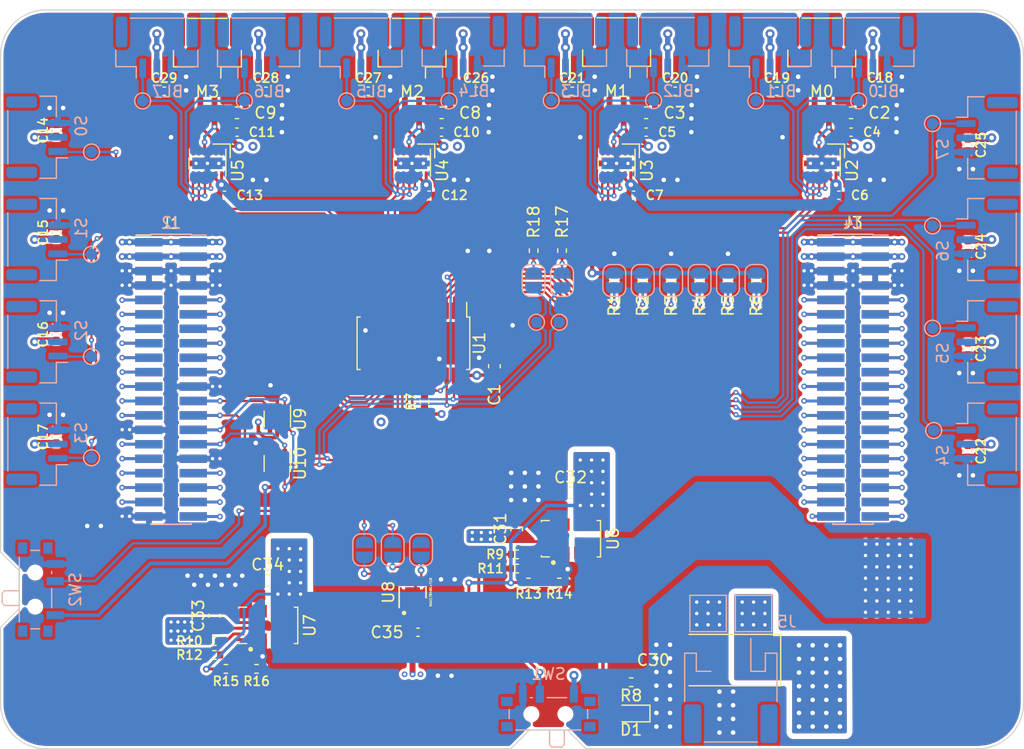
<source format=kicad_pcb>
(kicad_pcb (version 20210606) (generator pcbnew)
  (title_block (title "FlySensei_Stack_RPi") (date "2021-06-01") (rev "0.1") (company "George Mason University"))
  (layers (0 "F.Cu" signal) (1 "In1.Cu" signal) (2 "In2.Cu" signal) (31 "B.Cu" signal) (34 "B.Paste" user) (35 "F.Paste" user) (36 "B.SilkS" user "B.Silkscreen") (37 "F.SilkS" user "F.Silkscreen") (38 "B.Mask" user) (39 "F.Mask" user) (44 "Edge.Cuts" user))
  (net 0 "")
  (net 1 "/Stacking Connectors/GPIO0")
  (net 2 "GND")
  (net 3 "/Stacking Connectors/GPIO2")
  (net 4 "/Stacking Connectors/GPIO1")
  (net 5 "/Stacking Connectors/GPIO3")
  (net 6 "/Stacking Connectors/SPI0.MOSI")
  (net 7 "/Stacking Connectors/GPIO4")
  (net 8 "/Stacking Connectors/SPI0.MISO")
  (net 9 "/Stacking Connectors/GPIO5")
  (net 10 "/Stacking Connectors/SPI0.CLK")
  (net 11 "/Stacking Connectors/GPIO6")
  (net 12 "/Stacking Connectors/SPI0.CS0")
  (net 13 "/Stacking Connectors/GPIO7")
  (net 14 "/Stacking Connectors/SPI0.CS1")
  (net 15 "/Stacking Connectors/SPI0.CS2")
  (net 16 "/Actuation Connectors/PWM0")
  (net 17 "/Stacking Connectors/SPI0.CS3")
  (net 18 "+BATT")
  (net 19 "/Actuation Connectors/PWM1")
  (net 20 "/Stacking Connectors/SPI1.MOSI")
  (net 21 "/Stacking Connectors/SPI1.MISO")
  (net 22 "/Stacking Connectors/SPI1.CLK")
  (net 23 "/Stacking Connectors/UART0.TX")
  (net 24 "/Stacking Connectors/SPI1.CS0")
  (net 25 "/Stacking Connectors/UART0.RX")
  (net 26 "/Stacking Connectors/SPI1.CS1")
  (net 27 "/Stacking Connectors/UART1.TX")
  (net 28 "/Stacking Connectors/UART1.RX")
  (net 29 "unconnected-(J3-Pad9)")
  (net 30 "unconnected-(J3-Pad10)")
  (net 31 "unconnected-(J3-Pad11)")
  (net 32 "unconnected-(J3-Pad12)")
  (net 33 "unconnected-(J3-Pad13)")
  (net 34 "unconnected-(J3-Pad14)")
  (net 35 "unconnected-(J3-Pad15)")
  (net 36 "unconnected-(J3-Pad16)")
  (net 37 "unconnected-(J3-Pad17)")
  (net 38 "unconnected-(J3-Pad18)")
  (net 39 "unconnected-(J3-Pad19)")
  (net 40 "unconnected-(J3-Pad20)")
  (net 41 "unconnected-(J3-Pad21)")
  (net 42 "unconnected-(J3-Pad22)")
  (net 43 "unconnected-(J3-Pad23)")
  (net 44 "unconnected-(J3-Pad24)")
  (net 45 "unconnected-(J3-Pad25)")
  (net 46 "unconnected-(J3-Pad26)")
  (net 47 "unconnected-(J3-Pad27)")
  (net 48 "/Actuation Connectors/PWM2")
  (net 49 "unconnected-(J3-Pad28)")
  (net 50 "unconnected-(J3-Pad29)")
  (net 51 "unconnected-(J3-Pad30)")
  (net 52 "unconnected-(J3-Pad31)")
  (net 53 "unconnected-(J3-Pad32)")
  (net 54 "unconnected-(J3-Pad33)")
  (net 55 "/Actuation Connectors/PWM3")
  (net 56 "unconnected-(J3-Pad34)")
  (net 57 "unconnected-(J3-Pad35)")
  (net 58 "unconnected-(J3-Pad36)")
  (net 59 "unconnected-(J3-Pad37)")
  (net 60 "unconnected-(J3-Pad38)")
  (net 61 "unconnected-(J3-Pad39)")
  (net 62 "unconnected-(J3-Pad40)")
  (net 63 "/Actuation Connectors/PWM4")
  (net 64 "/Actuation Connectors/PWM5")
  (net 65 "/Actuation Connectors/PWM6")
  (net 66 "/Actuation Connectors/PWM7")
  (net 67 "+3V3")
  (net 68 "+5V")
  (net 69 "Net-(D1-Pad1)")
  (net 70 "/I2C Mux/I2C0.SCL")
  (net 71 "/I2C Mux/I2C0.SDA")
  (net 72 "/I2C Mux/I2C1.SCL")
  (net 73 "/I2C Mux/I2C1.SDA")
  (net 74 "/PWM Generator/I2C_A0")
  (net 75 "/PWM Generator/I2C_A1")
  (net 76 "/PWM Generator/I2C_A2")
  (net 77 "/PWM Generator/I2C_A3")
  (net 78 "/PWM Generator/I2C_A4")
  (net 79 "/PWM Generator/I2C_A5")
  (net 80 "/I2C Mux/I2C_SCL")
  (net 81 "Net-(JP7-Pad2)")
  (net 82 "/I2C Mux/I2C_SDA")
  (net 83 "Net-(JP8-Pad2)")
  (net 84 "Net-(JP9-Pad1)")
  (net 85 "/PSU/LOW_BATT_ALRT")
  (net 86 "Net-(JP10-Pad2)")
  (net 87 "Net-(JP11-Pad2)")
  (net 88 "Net-(M1-Pad1)")
  (net 89 "Net-(M1-Pad2)")
  (net 90 "Net-(M2-Pad1)")
  (net 91 "Net-(M2-Pad2)")
  (net 92 "Net-(M3-Pad1)")
  (net 93 "Net-(M3-Pad2)")
  (net 94 "Net-(R7-Pad2)")
  (net 95 "/PSU/3V3_EN")
  (net 96 "Net-(R9-Pad2)")
  (net 97 "Net-(R10-Pad2)")
  (net 98 "Net-(R11-Pad1)")
  (net 99 "Net-(R12-Pad1)")
  (net 100 "Net-(R13-Pad2)")
  (net 101 "Net-(R15-Pad2)")
  (net 102 "/Actuation Connectors/PWM8")
  (net 103 "/Actuation Connectors/PWM9")
  (net 104 "/Actuation Connectors/PWM10")
  (net 105 "/Actuation Connectors/PWM11")
  (net 106 "/Actuation Connectors/PWM12")
  (net 107 "/Actuation Connectors/PWM13")
  (net 108 "/Actuation Connectors/PWM14")
  (net 109 "/Actuation Connectors/PWM15")
  (net 110 "/I2C Mux/I2C_SEL")
  (net 121 "Net-(M0-Pad1)")
  (net 122 "Net-(M0-Pad2)")
  (footprint "Package_SON:WSON-12-1EP_3x2mm_P0.5mm_EP1x2.65_ThermalVias" (layer "F.Cu") (at 144.2 78.5 -90)
    (fp_text reference "U3")
    (fp_text value "DRV8835DSSR")
  )
  (footprint "Capacitor_SMD:C_0402_1005Metric" (layer "F.Cu") (at 175.1 76.875 -90)
    (fp_text reference "C25")
    (fp_text value "0u1")
  )
  (footprint "Resistor_SMD:R_0402_1005Metric" (layer "F.Cu") (at 156.5 88.8 90)
    (fp_text reference "R6")
    (fp_text value "10K")
  )
  (footprint "Resistor_SMD:R_0402_1005Metric" (layer "F.Cu") (at 109.825 122.975)
    (fp_text reference "R15")
    (fp_text value "100K")
  )
  (footprint "Capacitor_SMD:C_0603_1608Metric" (layer "F.Cu") (at 140.145 107.475 180)
    (fp_text reference "C32")
    (fp_text value "22u")
  )
  (footprint "Capacitor_SMD:C_0402_1005Metric" (layer "F.Cu") (at 94.9 75.6 90)
    (fp_text reference "C14")
    (fp_text value "0u1")
  )
  (footprint "M_Battery-Management:MAX17049GT10" (layer "F.Cu") (at 126.25 116.23205 90)
    (fp_text reference "U8")
    (fp_text value "MAX17049G+T10")
  )
  (footprint "Package_SON:WSON-12-1EP_3x2mm_P0.5mm_EP1x2.65_ThermalVias" (layer "F.Cu") (at 108.2 78.5 -90)
    (fp_text reference "U5")
    (fp_text value "DRV8835DSSR")
  )
  (footprint "Capacitor_SMD:C_0402_1005Metric" (layer "F.Cu") (at 140.3 72.15)
    (fp_text reference "C21")
    (fp_text value "1u")
  )
  (footprint "Capacitor_SMD:C_0402_1005Metric" (layer "F.Cu") (at 158.3 72.15)
    (fp_text reference "C19")
    (fp_text value "1u")
  )
  (footprint "Capacitor_SMD:C_0603_1608Metric" (layer "F.Cu") (at 128.8 74.05)
    (fp_text reference "C8")
    (fp_text value "10u")
  )
  (footprint "Package_SON:WSON-12-1EP_3x2mm_P0.5mm_EP1x2.65_ThermalVias" (layer "F.Cu") (at 162.25 78.5 -90)
    (fp_text reference "U2")
    (fp_text value "DRV8835DSSR")
  )
  (footprint "Resistor_SMD:R_0402_1005Metric" (layer "F.Cu") (at 145.48 124.15 180)
    (fp_text reference "R8")
    (fp_text value "220R")
  )
  (footprint "Resistor_SMD:R_0402_1005Metric" (layer "F.Cu") (at 112.525 122.975)
    (fp_text reference "R16")
    (fp_text value "19K1")
  )
  (footprint "Capacitor_SMD:C_0402_1005Metric" (layer "F.Cu") (at 104.4 72.15)
    (fp_text reference "C29")
    (fp_text value "1u")
  )
  (footprint "Resistor_SMD:R_0402_1005Metric" (layer "F.Cu") (at 149 88.8 90)
    (fp_text reference "R3")
    (fp_text value "10K")
  )
  (footprint "Capacitor_SMD:C_0603_1608Metric" (layer "F.Cu") (at 146.8 74.05)
    (fp_text reference "C3")
    (fp_text value "10u")
  )
  (footprint "Connector_JST:JST_GH_SM02B-GHS-TB_1x02-1MP_P1.25mm_Horizontal" (layer "F.Cu") (at 108.2 68.3 180)
    (fp_text reference "M3")
    (fp_text value "JST_SH_SM02")
  )
  (footprint "Capacitor_SMD:C_0402_1005Metric" (layer "F.Cu") (at 175.1 85.824999 -90)
    (fp_text reference "C24")
    (fp_text value "0u1")
  )
  (footprint "Connector_JST:JST_GH_SM02B-GHS-TB_1x02-1MP_P1.25mm_Horizontal" (layer "F.Cu") (at 126.2 68.3 180)
    (fp_text reference "M2")
    (fp_text value "JST_SH_SM02")
  )
  (footprint "Resistor_SMD:R_0402_1005Metric" (layer "F.Cu") (at 151.5 88.8 90)
    (fp_text reference "R4")
    (fp_text value "10K")
  )
  (footprint "Capacitor_SMD:C_0402_1005Metric" (layer "F.Cu") (at 163.75 81.3)
    (fp_text reference "C6")
    (fp_text value "0u1")
  )
  (footprint "Capacitor_SMD:C_0402_1005Metric" (layer "F.Cu") (at 128.8 75.75)
    (fp_text reference "C10")
    (fp_text value "1u")
  )
  (footprint "Capacitor_SMD:C_0603_1608Metric" (layer "F.Cu") (at 164.825 74.05)
    (fp_text reference "C2")
    (fp_text value "10u")
  )
  (footprint "Capacitor_SMD:C_0603_1608Metric" (layer "F.Cu") (at 108.825 118.3 90)
    (fp_text reference "C33")
    (fp_text value "10u")
  )
  (footprint "Capacitor_SMD:C_0402_1005Metric" (layer "F.Cu") (at 94.9 102.575 90)
    (fp_text reference "C17")
    (fp_text value "0u1")
  )
  (footprint "Resistor_SMD:R_0402_1005Metric" (layer "F.Cu") (at 144 88.8 90)
    (fp_text reference "R1")
    (fp_text value "10K")
  )
  (footprint "Package_SO:TSSOP-28_4.4x9.7mm_P0.65mm" (layer "F.Cu") (at 126.325 94.324999 -90)
    (fp_text reference "U1")
    (fp_text value "PCA9685PW")
  )
  (footprint "Capacitor_SMD:C_0402_1005Metric" (layer "F.Cu") (at 122.35 72.15)
    (fp_text reference "C27")
    (fp_text value "1u")
  )
  (footprint "Capacitor_SMD:C_0402_1005Metric" (layer "F.Cu") (at 126.725 119.75)
    (fp_text reference "C35")
    (fp_text value "10nF")
  )
  (footprint "Package_DFN_QFN_U:MPM3610_QFN-20_5x3mm" (layer "F.Cu") (at 140.185 111.525 90)
    (fp_text reference "U6")
    (fp_text value "MPM3610")
  )
  (footprint "Capacitor_SMD:C_0402_1005Metric" (layer "F.Cu") (at 110.8 75.75)
    (fp_text reference "C11")
    (fp_text value "1u")
  )
  (footprint "Resistor_SMD:R_0402_1005Metric" (layer "F.Cu") (at 108.815 121.75 180)
    (fp_text reference "R12")
    (fp_text value "73K2")
  )
  (footprint "Capacitor_SMD:C_0402_1005Metric" (layer "F.Cu") (at 175.1 103.825 -90)
    (fp_text reference "C22")
    (fp_text value "0u1")
  )
  (footprint "Capacitor_SMD:C_0402_1005Metric" (layer "F.Cu") (at 145.7 81.3)
    (fp_text reference "C7")
    (fp_text value "0u1")
  )
  (footprint "Package_SON:WSON-12-1EP_3x2mm_P0.5mm_EP1x2.65_ThermalVias" (layer "F.Cu") (at 126.2 78.5 -90)
    (fp_text reference "U4")
    (fp_text value "DRV8835DSSR")
  )
  (footprint "Capacitor_Tantalum_SMD:CP_EIA-7343-31_Kemet-D" (layer "F.Cu") (at 154.225 122.2 180)
    (fp_text reference "C30")
    (fp_text value "100u")
  )
  (footprint "Resistor_SMD:R_0402_1005Metric" (layer "F.Cu") (at 136.45 115.375)
    (fp_text reference "R13")
    (fp_text value "75K")
  )
  (footprint "Resistor_SMD:R_0402_1005Metric" (layer "F.Cu") (at 146.5 88.799999 90)
    (fp_text reference "R2")
    (fp_text value "10K")
  )
  (footprint "Connector_PinHeader_1.27mm:PinHeader_2x20_P1.27mm_Vertical_SMD" (layer "F.Cu") (at 165 97.5)
    (fp_text reference "J3")
    (fp_text value "Conn_02x20_Odd_Even_Male")
  )
  (footprint "Capacitor_SMD:C_0402_1005Metric" (layer "F.Cu") (at 94.9 93.55 90)
    (fp_text reference "C16")
    (fp_text value "0u1")
  )
  (footprint "Connector_JST:JST_GH_SM02B-GHS-TB_1x02-1MP_P1.25mm_Horizontal" (layer "F.Cu") (at 144.2 68.25 180)
    (fp_text reference "M1")
    (fp_text value "JST_SH_SM02")
  )
  (footprint "Resistor_SMD:R_0402_1005Metric" (layer "F.Cu") (at 127.3 99.475 90)
    (fp_text reference "R7")
    (fp_text value "10K")
  )
  (footprint "Capacitor_SMD:C_0402_1005Metric" (layer "F.Cu") (at 109.7 81.3)
    (fp_text reference "C13")
    (fp_text value "0u1")
  )
  (footprint "Package_DFN_QFN_U:MPM3610_QFN-20_5x3mm" (layer "F.Cu") (at 113.55 119.15 90)
    (fp_text reference "U7")
    (fp_text value "MPM3610")
  )
  (footprint "Capacitor_SMD:C_0402_1005Metric" (layer "F.Cu") (at 164.825 75.75)
    (fp_text reference "C4")
    (fp_text value "1u")
  )
  (footprint "Capacitor_SMD:C_0402_1005Metric" (layer "F.Cu") (at 146.8 75.75)
    (fp_text reference "C5")
    (fp_text value "1u")
  )
  (footprint "Capacitor_SMD:C_0603_1608Metric" (layer "F.Cu") (at 135.41 110.675 90)
    (fp_text reference "C31")
    (fp_text value "10u")
  )
  (footprint "Capacitor_SMD:C_0603_1608Metric" (layer "F.Cu") (at 133.45 96.35 90)
    (fp_text reference "C1")
    (fp_text value "1u")
  )
  (footprint "Capacitor_SMD:C_0402_1005Metric" (layer "F.Cu") (at 127.7 81.3)
    (fp_text reference "C12")
    (fp_text value "0u1")
  )
  (footprint "Connector_JST:JST_GH_SM02B-GHS-TB_1x02-1MP_P1.25mm_Horizontal" (layer "F.Cu") (at 162.25 68.275 180)
    (fp_text reference "M0")
    (fp_text value "JST_SH_SM02")
  )
  (footprint "Resistor_SMD:R_0402_1005Metric" (layer "F.Cu") (at 135.41 112.9)
    (fp_text reference "R9")
    (fp_text value "55K")
  )
  (footprint "Resistor_SMD:R_0402_1005Metric" (layer "F.Cu") (at 108.815 120.525)
    (fp_text reference "R10")
    (fp_text value "55K")
  )
  (footprint "Capacitor_SMD:C_0402_1005Metric" (layer "F.Cu") (at 94.9 84.6 90)
    (fp_text reference "C15")
    (fp_text value "0u1")
  )
  (footprint "Capacitor_SMD:C_0402_1005Metric" (layer "F.Cu") (at 149.35 72.15)
    (fp_text reference "C20")
    (fp_text value "1u")
  )
  (footprint "Capacitor_SMD:C_0402_1005Metric" (layer "F.Cu") (at 113.35 72.15)
    (fp_text reference "C28")
    (fp_text value "1u")
  )
  (footprint "Resistor_SMD:R_0402_1005Metric" (layer "F.Cu") (at 136.9 86.175 -90)
    (fp_text reference "R18")
    (fp_text value "10K")
  )
  (footprint "Resistor_SMD:R_0402_1005Metric" (layer "F.Cu") (at 139.4 86.175 -90)
    (fp_text reference "R17")
    (fp_text value "10K")
  )
  (footprint "Capacitor_SMD:C_0603_1608Metric" (layer "F.Cu") (at 113.5 115.2 180)
    (fp_text reference "C34")
    (fp_text value "22u")
  )
  (footprint "Capacitor_SMD:C_0603_1608Metric" (layer "F.Cu") (at 110.8 74.05)
    (fp_text reference "C9")
    (fp_text value "10u")
  )
  (footprint "Package_TO_SOT_SMD:SOT-363_SC-70-6" (layer "F.Cu") (at 114.35 104.9 -90)
    (fp_text reference "U10")
    (fp_text value "TS5A3159ADCKR")
  )
  (footprint "Connector_PinHeader_1.27mm:PinHeader_2x20_P1.27mm_Vertical_SMD" (layer "F.Cu") (at 105 97.5)
    (fp_text reference "J1")
    (fp_text value "Conn_02x20_Odd_Even_Male")
  )
  (footprint "Capacitor_SMD:C_0402_1005Metric" (layer "F.Cu") (at 131.83 72.15)
    (fp_text reference "C26")
    (fp_text value "1u")
  )
  (footprint "Capacitor_SMD:C_0402_1005Metric" (layer "F.Cu") (at 167.375 72.125)
    (fp_text reference "C18")
    (fp_text value "1u")
  )
  (footprint "Resistor_SMD:R_0402_1005Metric" (layer "F.Cu") (at 139.15 115.375)
    (fp_text reference "R14")
    (fp_text value "24K")
  )
  (footprint "Resistor_SMD:R_0402_1005Metric" (layer "F.Cu") (at 154 88.8 90)
    (fp_text reference "R5")
    (fp_text value "10K")
  )
  (footprint "Package_TO_SOT_SMD:SOT-363_SC-70-6" (layer "F.Cu") (at 114.35 101 -90)
    (fp_text reference "U9")
    (fp_text value "TS5A3159ADCKR")
  )
  (footprint "LED_SMD:LED_0603_1608Metric_Pad1.05x0.95mm_HandSolder" (layer "F.Cu") (at 145.475 126.9 180)
    (fp_text reference "D1")
    (fp_text value "R_LED")
  )
  (footprint "Capacitor_SMD:C_0402_1005Metric" (layer "F.Cu") (at 175.1 94.825 -90)
    (fp_text reference "C23")
    (fp_text value "0u1")
  )
  (footprint "Resistor_SMD:R_0402_1005Metric" (layer "F.Cu") (at 135.42 114.15 180)
    (fp_text reference "R11")
    (fp_text value "62K")
  )
  (footprint "TestPoint:TestPoint_Pad_D1.0mm" (layer "B.Cu") (at 172.1 102 180)
    (fp_text reference "TP15" hide)
    (fp_text value "TestPoint")
  )
  (footprint "Jumper:SolderJumper-2_P1.3mm_Open_RoundedPad1.0x1.5mm" (layer "B.Cu") (at 154 88.8 -90)
    (fp_text reference "JP2" hide)
    (fp_text value "SolderJumper_2_Open")
  )
  (footprint "Connector_JST:JST_GH_SM03B-GHS-TB_1x03-1MP_P1.25mm_Horizontal" (layer "B.Cu") (at 148.7 68.23)
    (fp_text reference "BL2")
    (fp_text value "Conn_01x03")
  )
  (footprint "TestPoint:TestPoint_Pad_D1.0mm" (layer "B.Cu") (at 111.45 73.000001 180)
    (fp_text reference "TP9" hide)
    (fp_text value "TestPoint")
  )
  (footprint "Jumper:SolderJumper-2_P1.3mm_Open_RoundedPad1.0x1.5mm" (layer "B.Cu") (at 151.5 88.8 -90)
    (fp_text reference "JP3" hide)
    (fp_text value "SolderJumper_2_Open")
  )
  (footprint "TestPoint:TestPoint_Pad_D1.0mm" (layer "B.Cu") (at 172 75 180)
    (fp_text reference "TP18" hide)
    (fp_text value "TestPoint")
  )
  (footprint "Connector_JST:JST_GH_SM03B-GHS-TB_1x03-1MP_P1.25mm_Horizontal" (layer "B.Cu") (at 176.8 76.25 -90)
    (fp_text reference "S7")
    (fp_text value "Conn_01x03")
  )
  (footprint "Jumper:SolderJumper-2_P1.3mm_Open_RoundedPad1.0x1.5mm" (layer "B.Cu") (at 146.5 88.8 -90)
    (fp_text reference "JP5" hide)
    (fp_text value "SolderJumper_2_Open")
  )
  (footprint "Connector_PinHeader_1.27mm:PinHeader_2x20_P1.27mm_Vertical_SMD" (layer "B.Cu") (at 105 97.5 180)
    (fp_text reference "J2")
    (fp_text value "Conn_02x20_Odd_Even_Female")
  )
  (footprint "Connector_JST:JST_GH_SM03B-GHS-TB_1x03-1MP_P1.25mm_Horizontal" (layer "B.Cu") (at 130.7 68.225)
    (fp_text reference "BL4")
    (fp_text value "Conn_01x03")
  )
  (footprint "Connector_PinHeader_1.27mm:PinHeader_2x20_P1.27mm_Vertical_SMD" (layer "B.Cu") (at 165 97.5 180)
    (fp_text reference "J4")
    (fp_text value "Conn_02x20_Odd_Even_Female")
  )
  (footprint "TestPoint:TestPoint_Pad_D1.0mm" (layer "B.Cu") (at 98 77.5 180)
    (fp_text reference "TP11" hide)
    (fp_text value "TestPoint")
  )
  (footprint "TestPoint:TestPoint_Pad_D1.0mm" (layer "B.Cu") (at 120.45 73.000001 180)
    (fp_text reference "TP8" hide)
    (fp_text value "TestPoint")
  )
  (footprint "Connector_JST:JST_GH_SM03B-GHS-TB_1x03-1MP_P1.25mm_Horizontal" (layer "B.Cu") (at 166.75 68.25)
    (fp_text reference "BL0")
    (fp_text value "Conn_01x03")
  )
  (footprint "Connector_JST:JST_GH_SM03B-GHS-TB_1x03-1MP_P1.25mm_Horizontal" (layer "B.Cu") (at 93.2 103.2 90)
    (fp_text reference "S3")
    (fp_text value "Conn_01x03")
  )
  (footprint "Jumper:SolderJumper-2_P1.3mm_Open_RoundedPad1.0x1.5mm" (layer "B.Cu") (at 156.5 88.8 -90)
    (fp_text reference "JP1" hide)
    (fp_text value "SolderJumper_2_Open")
  )
  (footprint "Connector_JST:JST_GH_SM03B-GHS-TB_1x03-1MP_P1.25mm_Horizontal" (layer "B.Cu") (at 93.2 94.2 90)
    (fp_text reference "S2")
    (fp_text value "Conn_01x03")
  )
  (footprint "Jumper:SolderJumper-2_P1.3mm_Open_RoundedPad1.0x1.5mm" (layer "B.Cu") (at 144 88.8 -90)
    (fp_text reference "JP6" hide)
    (fp_text value "SolderJumper_2_Open")
  )
  (footprint "Connector_JST:JST_PH_S2B-PH-SM4-TB_1x02-1MP_P2.00mm_Horizontal" (layer "B.Cu") (at 154.25 124.9 180)
    (fp_text reference "J5")
    (fp_text value "JST_PH_SM2")
  )
  (footprint "TestPoint:TestPoint_Pad_D1.0mm" (layer "B.Cu") (at 147.45 72.975001 180)
    (fp_text reference "TP5" hide)
    (fp_text value "TestPoint")
  )
  (footprint "TestPoint:TestPoint_Pad_D1.0mm" (layer "B.Cu") (at 137.15 92.475 -90)
    (fp_text reference "TP2" hide)
    (fp_text value "TestPoint")
  )
  (footprint "Connector_JST:JST_GH_SM03B-GHS-TB_1x03-1MP_P1.25mm_Horizontal" (layer "B.Cu") (at 176.8 103.2 -90)
    (fp_text reference "S4")
    (fp_text value "Conn_01x03")
  )
  (footprint "TestPoint:TestPoint_Pad_D1.0mm" (layer "B.Cu") (at 98 95.5 180)
    (fp_text reference "TP13" hide)
    (fp_text value "TestPoint")
  )
  (footprint "Button_Switch_SMD:SW_SPDT_PCM12" (layer "B.Cu") (at 93.375 116 90)
    (fp_text reference "SW2")
    (fp_text value "SW_SPDT")
  )
  (footprint "TestPoint:TestPoint_Pad_D1.0mm" (layer "B.Cu") (at 129.45 73.000001 180)
    (fp_text reference "TP7" hide)
    (fp_text value "TestPoint")
  )
  (footprint "Jumper:SolderJumper-2_P1.3mm_Open_RoundedPad1.0x1.5mm" (layer "B.Cu") (at 149 88.8 -90)
    (fp_text reference "JP4" hide)
    (fp_text value "SolderJumper_2_Open")
  )
  (footprint "Button_Switch_SMD:SW_SPDT_PCM12" (layer "B.Cu") (at 138.2 126.625 180)
    (fp_text reference "SW1")
    (fp_text value "SW_SPDT")
  )
  (footprint "Jumper:SolderJumper-2_P1.3mm_Open_RoundedPad1.0x1.5mm" (layer "B.Cu") (at 139.4 88.8 90)
    (fp_text reference "JP10" hide)
    (fp_text value "SolderJumper_2_Open")
  )
  (footprint "Connector_JST:JST_GH_SM03B-GHS-TB_1x03-1MP_P1.25mm_Horizontal" (layer "B.Cu") (at 93.2 85.2 90)
    (fp_text reference "S1")
    (fp_text value "Conn_01x03")
  )
  (footprint "Connector_JST:JST_GH_SM03B-GHS-TB_1x03-1MP_P1.25mm_Horizontal" (layer "B.Cu") (at 112.7 68.275)
    (fp_text reference "BL6")
    (fp_text value "Conn_01x03")
  )
  (footprint "TestPoint:TestPoint_Pad_D1.0mm" (layer "B.Cu") (at 102.5 73.000001 180)
    (fp_text reference "TP10" hide)
    (fp_text value "TestPoint")
  )
  (footprint "TestPoint:TestPoint_Pad_D1.0mm" (layer "B.Cu") (at 98 86.5 180)
    (fp_text reference "TP12" hide)
    (fp_text value "TestPoint")
  )
  (footprint "Jumper:SolderJumper-2_P1.3mm_Open_RoundedPad1.0x1.5mm" (layer "B.Cu") (at 122 112.5 -90)
    (fp_text reference "JP8" hide)
    (fp_text value "SolderJumper_2_Open")
  )
  (footprint "Pads:Pad_3x3mm" (layer "B.Cu") (at 156.25 118.1)
    (fp_text reference "TP19" hide)
    (fp_text value "TestPoint" hide)
  )
  (footprint "Jumper:SolderJumper-2_P1.3mm_Open_RoundedPad1.0x1.5mm" (layer "B.Cu") (at 127 112.5 90)
    (fp_text reference "JP9" hide)
    (fp_text value "SolderJumper_2_Open")
  )
  (footprint "TestPoint:TestPoint_Pad_D1.0mm" (layer "B.Cu") (at 98 104.4 180)
    (fp_text reference "TP14" hide)
    (fp_text value "TestPoint")
  )
  (footprint "TestPoint:TestPoint_Pad_D1.0mm" (layer "B.Cu") (at 139.15 92.475 -90)
    (fp_text reference "TP1" hide)
    (fp_text value "TestPoint")
  )
  (footprint "Connector_JST:JST_GH_SM03B-GHS-TB_1x03-1MP_P1.25mm_Horizontal" (layer "B.Cu") (at 93.2 76.2 90)
    (fp_text reference "S0")
    (fp_text value "Conn_01x03")
  )
  (footprint "Connector_JST:JST_GH_SM03B-GHS-TB_1x03-1MP_P1.25mm_Horizontal" (layer "B.Cu") (at 157.7 68.25)
    (fp_text reference "BL1")
    (fp_text value "Conn_01x03")
  )
  (footprint "Connector_JST:JST_GH_SM03B-GHS-TB_1x03-1MP_P1.25mm_Horizontal" (layer "B.Cu") (at 139.7 68.23)
    (fp_text reference "BL3")
    (fp_text value "Conn_01x03")
  )
  (footprint "Jumper:SolderJumper-2_P1.3mm_Open_RoundedPad1.0x1.5mm" (layer "B.Cu") (at 136.9 88.8 90)
    (fp_text reference "JP11" hide)
    (fp_text value "SolderJumper_2_Open")
  )
  (footprint "TestPoint:TestPoint_Pad_D1.0mm" (layer "B.Cu") (at 172 84 180)
    (fp_text reference "TP17" hide)
    (fp_text value "TestPoint")
  )
  (footprint "Jumper:SolderJumper-2_P1.3mm_Open_RoundedPad1.0x1.5mm" (layer "B.Cu") (at 124.5 112.5 -90)
    (fp_text reference "JP7" hide)
    (fp_text value "SolderJumper_2_Open")
  )
  (footprint "Connector_JST:JST_GH_SM03B-GHS-TB_1x03-1MP_P1.25mm_Horizontal" (layer "B.Cu") (at 176.8 94.2 -90)
    (fp_text reference "S5")
    (fp_text value "Conn_01x03")
  )
  (footprint "TestPoint:TestPoint_Pad_D1.0mm" (layer "B.Cu") (at 172 93 180)
    (fp_text reference "TP16" hide)
    (fp_text value "TestPoint")
  )
  (footprint "TestPoint:TestPoint_Pad_D1.0mm" (layer "B.Cu") (at 156.45 73.000001 180)
    (fp_text reference "TP4" hide)
    (fp_text value "TestPoint")
  )
  (footprint "Pads:Pad_3x3mm" (layer "B.Cu") (at 152.25 118.1)
    (fp_text reference "TP20" hide)
    (fp_text value "TestPoint" hide)
  )
  (footprint "TestPoint:TestPoint_Pad_D1.0mm" (layer "B.Cu") (at 165.5 73 180)
    (fp_text reference "TP3" hide)
    (fp_text value "TestPoint")
  )
  (footprint "TestPoint:TestPoint_Pad_D1.0mm" (layer "B.Cu") (at 138.45 72.975001 180)
    (fp_text reference "TP6" hide)
    (fp_text value "TestPoint")
  )
  (footprint "Connector_JST:JST_GH_SM03B-GHS-TB_1x03-1MP_P1.25mm_Horizontal" (layer "B.Cu") (at 121.7 68.275)
    (fp_text reference "BL5")
    (fp_text value "Conn_01x03")
  )
  (footprint "Connector_JST:JST_GH_SM03B-GHS-TB_1x03-1MP_P1.25mm_Horizontal" (layer "B.Cu") (at 176.8 85.2 -90)
    (fp_text reference "S6")
    (fp_text value "Conn_01x03")
  )
  (footprint "Connector_JST:JST_GH_SM03B-GHS-TB_1x03-1MP_P1.25mm_Horizontal" (layer "B.Cu") (at 103.75 68.28)
    (fp_text reference "BL7")
    (fp_text value "Conn_01x03")
  )
  (gr_line (start 136.55 128.35) (end 134.9 130) (layer "Edge.Cuts") (width 0.1))
  (gr_line (start 136.55 128.35) (end 139.85 128.35) (layer "Edge.Cuts") (width 0.1))
  (gr_line (start 139.85 128.35) (end 141.5 130) (layer "Edge.Cuts") (width 0.1))
  (gr_line (start 91.65 114.35) (end 91.65 117.65) (layer "Edge.Cuts") (width 0.1))
  (gr_line (start 180 69) (end 180 126) (layer "Edge.Cuts") (width 0.1))
  (gr_arc (start 176 69) (end 176 65) (angle 90) (layer "Edge.Cuts") (width 0.1))
  (gr_line (start 91.65 114.35) (end 90 112.7) (layer "Edge.Cuts") (width 0.1))
  (gr_line (start 141.5 130) (end 176 130) (layer "Edge.Cuts") (width 0.1))
  (gr_line (start 94 65) (end 176 65) (layer "Edge.Cuts") (width 0.1))
  (gr_line (start 91.65 117.65) (end 90 119.3) (layer "Edge.Cuts") (width 0.1))
  (gr_arc (start 94 126) (end 94 130) (angle 90) (layer "Edge.Cuts") (width 0.1))
  (gr_line (start 134.9 130) (end 94 130) (layer "Edge.Cuts") (width 0.1))
  (gr_arc (start 94 69) (end 90 69) (angle 90) (layer "Edge.Cuts") (width 0.1))
  (gr_arc (start 176 126) (end 180 126) (angle 90) (layer "Edge.Cuts") (width 0.1))
  (gr_line (start 90 119.3) (end 90 126) (layer "Edge.Cuts") (width 0.1))
  (gr_line (start 90 112.7) (end 90 69) (layer "Edge.Cuts") (width 0.1))
  (segment (start 100.71 90.515) (end 100.7 90.525) (width 0.254) (layer "F.Cu") (net 1))
  (segment (start 103.05 90.515) (end 100.71 90.515) (width 0.254) (layer "F.Cu") (net 1))
  (via (at 100.7 90.525) (size 0.5) (drill 0.25) (layers "F.Cu" "B.Cu") (net 1))
  (segment (start 100.7 90.525) (end 103.04 90.525) (width 0.254) (layer "B.Cu") (net 1))
  (segment (start 103.04 90.525) (end 103.05 90.515) (width 0.254) (layer "B.Cu") (net 1))
  (segment (start 126.504 115.97805) (end 126.25 116.23205) (width 0.254) (layer "F.Cu") (net 2))
  (segment (start 122.1 91.462499) (end 122.1 93.2) (width 0.381) (layer "F.Cu") (net 2))
  (segment (start 142.95 77.05) (end 142.1 76.2) (width 0.254) (layer "F.Cu") (net 2))
  (segment (start 124.95 77.55) (end 124.95 77.275) (width 0.254) (layer "F.Cu") (net 2))
  (segment (start 113.05 121.875) (end 113.3 121.625) (width 0.254) (layer "F.Cu") (net 2))
  (segment (start 114.161031 103.131231) (end 112.481231 103.131231) (width 0.3048) (layer "F.Cu") (net 2))
  (segment (start 105.885137 76.2) (end 105 76.2) (width 0.254) (layer "F.Cu") (net 2))
  (segment (start 142.1 76.2) (end 141 76.2) (width 0.254) (layer "F.Cu") (net 2))
  (segment (start 159.95 76.2) (end 158.8 76.2) (width 0.254) (layer "F.Cu") (net 2))
  (segment (start 128.6 97.187499) (end 128.6 95.7) (width 0.381) (layer "F.Cu") (net 2))
  (segment (start 139.935 114.165) (end 139.9 114.2) (width 0.254) (layer "F.Cu") (net 2))
  (segment (start 126.28205 116.2) (end 126.25 116.23205) (width 0.254) (layer "F.Cu") (net 2))
  (segment (start 112.481231 103.131231) (end 112.45 103.1) (width 0.3048) (layer "F.Cu") (net 2))
  (segment (start 161 77.55) (end 161 77.25) (width 0.254) (layer "F.Cu") (net 2))
  (segment (start 161 77.25) (end 159.95 76.2) (width 0.254) (layer "F.Cu") (net 2))
  (segment (start 126.504 115.22875) (end 126.504 115.97805) (width 0.254) (layer "F.Cu") (net 2))
  (segment (start 124.95 77.275) (end 123.875 76.2) (width 0.254) (layer "F.Cu") (net 2))
  (segment (start 127.012 116.2) (end 126.28205 116.2) (width 0.254) (layer "F.Cu") (net 2))
  (segment (start 127.012 117.23535) (end 127.012 116.2) (width 0.254) (layer "F.Cu") (net 2))
  (segment (start 125.488 116.23205) (end 126.25 116.23205) (width 0.254) (layer "F.Cu") (net 2))
  (segment (start 123.875 76.2) (end 123 76.2) (width 0.254) (layer "F.Cu") (net 2))
  (segment (start 114.35 100.05) (end 114.35 98.625) (width 0.3048) (layer "F.Cu") (net 2))
  (segment (start 106.95 77.55) (end 106.95 77.264863) (width 0.254) (layer "F.Cu") (net 2))
  (segment (start 114.35 103.95) (end 114.35 103.3202) (width 0.3048) (layer "F.Cu") (net 2))
  (segment (start 125.488 117.23535) (end 125.488 116.23205) (width 0.254) (layer "F.Cu") (net 2))
  (segment (start 106.95 77.264863) (end 105.885137 76.2) (width 0.254) (layer "F.Cu") (net 2))
  (segment (start 139.935 112.775) (end 139.935 114.165) (width 0.254) (layer "F.Cu") (net 2))
  (segment (start 142.95 77.55) (end 142.95 77.05) (width 0.254) (layer "F.Cu") (net 2))
  (segment (start 113.3 121.625) (end 113.3 120.4) (width 0.254) (layer "F.Cu") (net 2))
  (segment (start 114.35 98.625) (end 113.75 98.025) (width 0.3048) (layer "F.Cu") (net 2))
  (segment (start 114.35 103.3202) (end 114.161031 103.131231) (width 0.3048) (layer "F.Cu") (net 2))
  (via (at 169.3 72.075) (size 0.8) (drill 0.4) (layers "F.Cu" "B.Cu") (net 2))
  (via (at 148.9 125.65) (size 0.8) (drill 0.4) (layers "F.Cu" "B.Cu") (net 2))
  (via (at 109.3 98.125) (size 0.6) (drill 0.3) (layers "F.Cu" "B.Cu") (net 2))
  (via (at 154 86.45) (size 0.8) (drill 0.4) (layers "F.Cu" "B.Cu") (net 2))
  (via (at 175.55 79) (size 0.8) (drill 0.4) (layers "F.Cu" "B.Cu") (net 2))
  (via (at 94.31 82.645) (size 0.8) (drill 0.4) (layers "F.Cu" "B.Cu") (net 2))
  (via (at 131.1 79.95) (size 0.8) (drill 0.4) (layers "F.Cu" "B.Cu") (net 2))
  (via (at 110.65 115.575) (size 0.8) (drill 0.4) (layers "F.Cu" "B.Cu") (net 2))
  (via (at 134.925 105.725) (size 0.8) (drill 0.4) (layers "F.Cu" "B.Cu") (net 2))
  (via (at 168.825 75.75) (size 0.8) (drill 0.4) (layers "F.Cu" "B.Cu") (net 2))
  (via (at 109.45 115.575) (size 0.8) (drill 0.4) (layers "F.Cu" "B.Cu") (net 2))
  (via (at 108.25 115.575) (size 0.8) (drill 0.4) (layers "F.Cu" "B.Cu") (net 2))
  (via (at 148.9 122.05) (size 0.8) (drill 0.4) (layers "F.Cu" "B.Cu") (net 2))
  (via (at 128.75 115.1) (size 0.8) (drill 0.4) (layers "F.Cu" "B.Cu") (net 2))
  (via (at 133.275 70.875) (size 0.8) (drill 0.4) (layers "F.Cu" "B.Cu") (net 2))
  (via (at 141 76.2) (size 0.8) (drill 0.4) (layers "F.Cu" "B.Cu") (net 2))
  (via (at 109.3 89.225) (size 0.6) (drill 0.3) (layers "F.Cu" "B.Cu") (net 2))
  (via (at 111.261517 114.77722) (size 0.8) (drill 0.4) (layers "F.Cu" "B.Cu") (net 2))
  (via (at 109.3 87.95) (size 0.6) (drill 0.3) (layers "F.Cu" "B.Cu") (net 2))
  (via (at 165 87.95) (size 0.6) (drill 0.3) (layers "F.Cu" "B.Cu") (net 2))
  (via (at 161.35 89.225) (size 0.6) (drill 0.3) (layers "F.Cu" "B.Cu") (net 2))
  (via (at 105 87.95) (size 0.6) (drill 0.3) (layers "F.Cu" "B.Cu") (net 2))
  (via (at 134.925 108.125) (size 0.8) (drill 0.4) (layers "F.Cu" "B.Cu") (net 2))
  (via (at 160.7 89.225) (size 0.6) (drill 0.3) (layers "F.Cu" "B.Cu") (net 2))
  (via (at 148.9 128.05) (size 0.8) (drill 0.4) (layers "F.Cu" "B.Cu") (net 2))
  (via (at 100.7 89.225) (size 0.6) (drill 0.3) (layers "F.Cu" "B.Cu") (net 2))
  (via (at 150.775 74.55) (size 0.8) (drill 0.4) (layers "F.Cu" "B.Cu") (net 2))
  (via (at 149 86.45) (size 0.8) (drill 0.4) (layers "F.Cu" "B.Cu") (net 2))
  (via (at 142.275 70.875) (size 0.8) (drill 0.4) (layers "F.Cu" "B.Cu") (net 2))
  (via (at 174.35 79) (size 0.8) (drill 0.4) (layers "F.Cu" "B.Cu") (net 2))
  (via (at 128.6 95.7) (size 0.8) (drill 0.4) (layers "F.Cu" "B.Cu") (net 2))
  (via (at 169.3 89.225) (size 0.6) (drill 0.3) (layers "F.Cu" "B.Cu") (net 2))
  (via (at 148.35 79.95) (size 0.8) (drill 0.4) (layers "F.Cu" "B.Cu") (net 2))
  (via (at 129.675 123.575) (size 0.8) (drill 0.4) (layers "F.Cu" "B.Cu") (net 2))
  (via (at 139.9 114.2) (size 0.8) (drill 0.4) (layers "F.Cu" "B.Cu") (net 2))
  (via (at 113.4 79.95) (size 0.8) (drill 0.4) (layers "F.Cu" "B.Cu") (net 2))
  (via (at 147.7 123.25) (size 0.8) (drill 0.4) (layers "F.Cu" "B.Cu") (net 2))
  (via (at 131.1 86.2) (size 0.8) (drill 0.4) (layers "F.Cu" "B.Cu") (net 2))
  (via (at 148.9 124.45) (size 0.8) (drill 0.4) (layers "F.Cu" "B.Cu") (net 2))
  (via (at 147.7 126.85) (size 0.8) (drill 0.4) (layers "F.Cu" "B.Cu") (net 2))
  (via (at 147.7 128.05) (size 0.8) (drill 0.4) (layers "F.Cu" "B.Cu") (net 2))
  (via (at 169.3 70.875) (size 0.8) (drill 0.4) (layers "F.Cu" "B.Cu") (net 2))
  (via (at 114.75 75.75) (size 0.8) (drill 0.4) (layers "F.Cu" "B.Cu") (net 2))
  (via (at 150.775 75.75) (size 0.8) (drill 0.4) (layers "F.Cu" "B.Cu") (net 2))
  (via (at 153.25 126.175) (size 0.8) (drill 0.4) (layers "F.Cu" "B.Cu") (net 2))
  (via (at 109.3 104.475) (size 0.6) (drill 0.3) (layers "F.Cu" "B.Cu") (net 2))
  (via (at 100.7 109.55) (size 0.6) (drill 0.3) (layers "F.Cu" "B.Cu") (net 2))
  (via (at 158.8 76.2) (size 0.8) (drill 0.4) (layers "F.Cu" "B.Cu") (net 2))
  (via (at 132.1 95.6) (size 0.8) (drill 0.4) (layers "F.Cu" "B.Cu") (net 2))
  (via (at 113.75 98.025) (size 0.8) (drill 0.4) (layers "F.Cu" "B.Cu") (net 2))
  (via (at 136.125 108.125) (size 0.8) (drill 0.4) (layers "F.Cu" "B.Cu") (net 2))
  (via (at 137.325 106.925) (size 0.8) (drill 0.4) (layers "F.Cu" "B.Cu") (net 2))
  (via (at 122.1 93.2) (size 0.8) (drill 0.4) (layers "F.Cu" "B.Cu") (net 2))
  (via (at 114.75 74.55) (size 0.8) (drill 0.4) (layers "F.Cu" "B.Cu") (net 2))
  (via (at 166.5 79.95) (size 0.8) (drill 0.4) (layers "F.Cu" "B.Cu") (net 2))
  (via (at 148.9 120.85) (size 0.8) (drill 0.4) (layers "F.Cu" "B.Cu") (net 2))
  (via (at 133.275 72.075) (size 0.8) (drill 0.4) (layers "F.Cu" "B.Cu") (net 2))
  (via (at 112.45 103.1) (size 0.8) (drill 0.4) (layers "F.Cu" "B.Cu") (net 2))
  (via (at 174.35 105.95) (size 0.8) (drill 0.4) (layers "F.Cu" "B.Cu") (net 2))
  (via (at 108.65 87.95) (size 0.6) (drill 0.3) (layers "F.Cu" "B.Cu") (net 2))
  (via (at 169.3 87.95) (size 0.6) (drill 0.3) (layers "F.Cu" "B.Cu") (net 2))
  (via (at 110.061517 114.77722) (size 0.8) (drill 0.4) (layers "F.Cu" "B.Cu") (net 2))
  (via (at 154.45 127.375) (size 0.8) (drill 0.4) (layers "F.Cu" "B.Cu") (net 2))
  (via (at 160.175 72.075) (size 0.8) (drill 0.4) (layers "F.Cu" "B.Cu") (net 2))
  (via (at 94.31 100.62) (size 0.8) (drill 0.4) (layers "F.Cu" "B.Cu") (net 2))
  (via (at 147.7 125.65) (size 0.8) (drill 0.4) (layers "F.Cu" "B.Cu") (net 2))
  (via (at 154.45 124.975) (size 0.8) (drill 0.4) (layers "F.Cu" "B.Cu") (net 2))
  (via (at 107.65 114.775) (size 0.8) (drill 0.4) (layers "F.Cu" "B.Cu") (net 2))
  (via (at 133 86.2) (size 0.8) (drill 0.4) (layers "F.Cu" "B.Cu") (net 2))
  (via (at 137.325 105.725) (size 0.8) (drill 0.4) (layers "F.Cu" "B.Cu") (net 2))
  (via (at 105 76.2) (size 0.8) (drill 0.4) (layers "F.Cu" "B.Cu") (net 2))
  (via (at 174.35 96.95) (size 0.8) (drill 0.4) (layers "F.Cu" "B.Cu") (net 2))
  (via (at 147.7 122.05) (size 0.8) (drill 0.4) (layers "F.Cu" "B.Cu") (net 2))
  (via (at 94.31 91.645) (size 0.8) (drill 0.4) (layers "F.Cu" "B.Cu") (net 2))
  (via (at 160.7 87.95) (size 0.6) (drill 0.3) (layers "F.Cu" "B.Cu") (net 2))
  (via (at 147.7 120.85) (size 0.8) (drill 0.4) (layers "F.Cu" "B.Cu") (net 2))
  (via (at 95.505 73.62) (size 0.8) (drill 0.4) (layers "F.Cu" "B.Cu") (net 2))
  (via (at 175.55 96.95) (size 0.8) (drill 0.4) (layers "F.Cu" "B.Cu") (net 2))
  (via (at 108.65 89.225) (size 0.6) (drill 0.3) (layers "F.Cu" "B.Cu") (net 2))
  (via (at 129.95 115.1) (size 0.8) (drill 0.4) (layers "F.Cu" "B.Cu") (net 2))
  (via (at 137.325 108.125) (size 0.8) (drill 0.4) (layers "F.Cu" "B.Cu") (net 2))
  (via (at 98.825 110.4) (size 0.8) (drill 0.4) (layers "F.Cu" "B.Cu") (net 2))
  (via (at 161.35 87.95) (size 0.6) (drill 0.3) (layers "F.Cu" "B.Cu") (net 2))
  (via (at 142.275 72.075) (size 0.8) (drill 0.4) (layers "F.Cu" "B.Cu") (net 2))
  (via (at 136.125 106.925) (size 0.8) (drill 0.4) (layers "F.Cu" "B.Cu") (net 2))
  (via (at 113.05 121.875) (size 0.8) (drill 0.4) (layers "F.Cu" "B.Cu") (net 2))
  (via (at 134.925 106.925) (size 0.8) (drill 0.4) (layers "F.Cu" "B.Cu") (net 2))
  (via (at 151.275 72.075) (size 0.8) (drill 0.4) (layers "F.Cu" "B.Cu") (net 2))
  (via (at 174.35 87.95) (size 0.8) (drill 0.4) (layers "F.Cu" "B.Cu") (net 2))
  (via (at 151.275 70.875) (size 0.8) (drill 0.4) (layers "F.Cu" "B.Cu") (net 2))
  (via (at 136.125 105.725) (size 0.8) (drill 0.4) (layers "F.Cu" "B.Cu") (net 2))
  (via (at 100.7 87.95) (size 0.6) (drill 0.3) (layers "F.Cu" "B.Cu") (net 2))
  (via (at 115.275 72.075) (size 0.8) (drill 0.4) (layers "F.Cu" "B.Cu") (net 2))
  (via (at 108.861517 114.77722) (size 0.8) (drill 0.4) (layers "F.Cu" "B.Cu") (net 2))
  (via (at 97.625 110.4) (size 0.8) (drill 0.4) (layers "F.Cu" "B.Cu") (net 2))
  (via (at 153.25 127.375) (size 0.8) (drill 0.4) (layers "F.Cu" "B.Cu") (net 2))
  (via (at 95.505 100.62) (size 0.8) (drill 0.4) (layers "F.Cu" "B.Cu") (net 2))
  (via (at 114.775 73.375) (size 0.8) (drill 0.4) (layers "F.Cu" "B.Cu") (net 2))
  (via (at 129.9 79.95) (size 0.8) (drill 0.4) (layers "F.Cu" "B.Cu") (net 2))
  (via (at 168.65 87.95) (size 0.6) (drill 0.3) (layers "F.Cu" "B.Cu") (net 2))
  (via (at 101.35 89.225) (size 0.6) (drill 0.3) (layers "F.Cu" "B.Cu") (net 2))
  (via (at 167.7 79.95) (size 0.8) (drill 0.4) (layers "F.Cu" "B.Cu") (net 2))
  (via (at 148.9 126.85) (size 0.8) (drill 0.4) (layers "F.Cu" "B.Cu") (net 2))
  (via (at 132.95 75.75) (size 0.8) (drill 0.4) (layers "F.Cu" "B.Cu") (net 2))
  (via (at 135.05 92.75) (size 0.8) (drill 0.4) (layers "F.Cu" "B.Cu") (net 2))
  (via (at 128.475 123.575) (size 0.8) (drill 0.4) (layers "F.Cu" "B.Cu") (net 2))
  (via (at 168.825 74.55) (size 0.8) (drill 0.4) (layers "F.Cu" "B.Cu") (net 2))
  (via (at 168.65 89.225) (size 0.6) (drill 0.3) (layers "F.Cu" "B.Cu") (net 2))
  (via (at 106.45 114.775) (size 0.8) (drill 0.4) (layers "F.Cu" "B.Cu") (net 2))
  (via (at 153.25 124.975) (size 0.8) (drill 0.4) (layers "F.Cu" "B.Cu") (net 2))
  (via (at 100.7 101.925) (size 0.6) (drill 0.3) (layers "F.Cu" "B.Cu") (net 2))
  (via (at 153.25 128.575) (size 0.8) (drill 0.4) (layers "F.Cu" "B.Cu") (net 2))
  (via (at 115.275 70.875) (size 0.8) (drill 0.4) (layers "F.Cu" "B.Cu") (net 2))
  (via (at 95.505 82.645) (size 0.8) (drill 0.4) (layers "F.Cu" "B.Cu") (net 2))
  (via (at 154.45 126.175) (size 0.8) (drill 0.4) (layers "F.Cu" "B.Cu") (net 2))
  (via (at 107.038483 115.57278) (size 0.8) (drill 0.4) (layers "F.Cu" "B.Cu") (net 2))
  (via (at 132.95 74.55) (size 0.8) (drill 0.4) (layers "F.Cu" "B.Cu") (net 2))
  (via (at 106.325 72.075) (size 0.8) (drill 0.4) (layers "F.Cu" "B.Cu") (net 2))
  (via (at 149.55 79.95) (size 0.8) (drill 0.4) (layers "F.Cu" "B.Cu") (net 2))
  (via (at 105 89.225) (size 0.6) (drill 0.3) (layers "F.Cu" "B.Cu") (net 2))
  (via (at 160.175 70.875) (size 0.8) (drill 0.4) (layers "F.Cu" "B.Cu") (net 2))
  (via (at 132.975 73.375) (size 0.8) (drill 0.4) (layers "F.Cu" "B.Cu") (net 2))
  (via (at 123 76.2) (size 0.8) (drill 0.4) (layers "F.Cu" "B.Cu") (net 2))
  (via (at 108.65 98.125) (size 0.6) (drill 0.3) (layers "F.Cu" "B.Cu") (net 2))
  (via (at 94.31 73.62) (size 0.8) (drill 0.4) (layers "F.Cu" "B.Cu") (net 2))
  (via (at 112.2 79.95) (size 0.8) (drill 0.4) (layers "F.Cu" "B.Cu") (net 2))
  (via (at 175.55 105.95) (size 0.8) (drill 0.4) (layers "F.Cu" "B.Cu") (net 2))
  (via (at 154.45 128.575) (size 0.8) (drill 0.4) (layers "F.Cu" "B.Cu") (net 2))
  (via (at 175.55 87.95) (size 0.8) (drill 0.4) (layers "F.Cu" "B.Cu") (net 2))
  (via (at 165 89.225) (size 0.6) (drill 0.3) (layers "F.Cu" "B.Cu") (net 2))
  (via (at 168.85 73.375) (size 0.8) (drill 0.4) (layers "F.Cu" "B.Cu") (net 2))
  (via (at 147.7 124.45) (size 0.8) (drill 0.4) (layers "F.Cu" "B.Cu") (net 2))
  (via (at 95.505 91.645) (size 0.8) (drill 0.4) (layers "F.Cu" "B.Cu") (net 2))
  (via (at 108.65 104.475) (size 0.6) (drill 0.3) (layers "F.Cu" "B.Cu") (net 2))
  (via (at 101.35 109.55) (size 0.6) (drill 0.3) (layers "F.Cu" "B.Cu") (net 2))
  (via (at 101.35 87.95) (size 0.6) (drill 0.3) (layers "F.Cu" "B.Cu") (net 2))
  (via (at 124.275 72.075) (size 0.8) (drill 0.4) (layers "F.Cu" "B.Cu") (net 2))
  (via (at 101.35 101.925) (size 0.6) (drill 0.3) (layers "F.Cu" "B.Cu") (net 2))
  (via (at 150.8 73.375) (size 0.8) (drill 0.4) (layers "F.Cu" "B.Cu") (net 2))
  (via (at 148.9 123.25) (size 0.8) (drill 0.4) (layers "F.Cu" "B.Cu") (net 2))
  (via (at 144 86.45) (size 0.8) (drill 0.4) (layers "F.Cu" "B.Cu") (net 2))
  (via (at 106.325 70.875) (size 0.8) (drill 0.4) (layers "F.Cu" "B.Cu") (net 2))
  (via (at 124.275 70.875) (size 0.8) (drill 0.4) (layers "F.Cu" "B.Cu") (net 2))
  (segment (start 106.95 90.515) (end 109.285 90.515) (width 0.254) (layer "F.Cu") (net 3))
  (segment (start 109.285 90.515) (end 109.3 90.5) (width 0.254) (layer "F.Cu") (net 3))
  (via (at 109.3 90.5) (size 0.5) (drill 0.25) (layers "F.Cu" "B.Cu") (net 3))
  (segment (start 106.965 90.5) (end 106.95 90.515) (width 0.254) (layer "B.Cu") (net 3))
  (segment (start 109.3 90.5) (end 106.965 90.5) (width 0.254) (layer "B.Cu") (net 3))
  (segment (start 100.7 91.775) (end 103.04 91.775) (width 0.254) (layer "F.Cu") (net 4))
  (segment (start 103.04 91.775) (end 103.05 91.785) (width 0.254) (layer "F.Cu") (net 4))
  (via (at 100.7 91.775) (size 0.5) (drill 0.25) (layers "F.Cu" "B.Cu") (net 4))
  (segment (start 100.71 91.785) (end 100.7 91.775) (width 0.254) (layer "B.Cu") (net 4))
  (segment (start 103.05 91.785) (end 100.71 91.785) (width 0.254) (layer "B.Cu") (net 4))
  (segment (start 106.96 91.775) (end 106.95 91.785) (width 0.254) (layer "F.Cu") (net 5))
  (segment (start 109.3 91.775) (end 106.96 91.775) (width 0.254) (layer "F.Cu") (net 5))
  (via (at 109.3 91.775) (size 0.5) (drill 0.25) (layers "F.Cu" "B.Cu") (net 5))
  (segment (start 109.29 91.785) (end 109.3 91.775) (width 0.254) (layer "B.Cu") (net 5))
  (segment (start 106.95 91.785) (end 109.29 91.785) (width 0.254) (layer "B.Cu") (net 5))
  (segment (start 100.705 93.055) (end 100.7 93.05) (width 0.254) (layer "F.Cu") (net 6))
  (segment (start 103.05 93.055) (end 100.705 93.055) (width 0.254) (layer "F.Cu") (net 6))
  (via (at 100.7 93.05) (size 0.5) (drill 0.25) (layers "F.Cu" "B.Cu") (net 6))
  (segment (start 103.045 93.05) (end 103.05 93.055) (width 0.254) (layer "B.Cu") (net 6))
  (segment (start 100.7 93.05) (end 103.045 93.05) (width 0.254) (layer "B.Cu") (net 6))
  (segment (start 109.295 93.055) (end 109.3 93.05) (width 0.254) (layer "F.Cu") (net 7))
  (segment (start 106.95 93.055) (end 109.295 93.055) (width 0.254) (layer "F.Cu") (net 7))
  (via (at 109.3 93.05) (size 0.5) (drill 0.25) (layers "F.Cu" "B.Cu") (net 7))
  (segment (start 109.3 93.05) (end 106.955 93.05) (width 0.254) (layer "B.Cu") (net 7))
  (segment (start 106.955 93.05) (end 106.95 93.055) (width 0.254) (layer "B.Cu") (net 7))
  (segment (start 103.05 94.325) (end 100.7 94.325) (width 0.254) (layer "F.Cu") (net 8))
  (via (at 100.7 94.325) (size 0.5) (drill 0.25) (layers "F.Cu" "B.Cu") (net 8))
  (segment (start 103.05 94.325) (end 100.7 94.325) (width 0.254) (layer "B.Cu") (net 8))
  (segment (start 109.3 94.325) (end 106.95 94.325) (width 0.254) (layer "F.Cu") (net 9))
  (via (at 109.3 94.325) (size 0.5) (drill 0.25) (layers "F.Cu" "B.Cu") (net 9))
  (segment (start 106.95 94.325) (end 109.3 94.325) (width 0.254) (layer "B.Cu") (net 9))
  (segment (start 100.705 95.595) (end 100.7 95.6) (width 0.254) (layer "F.Cu") (net 10))
  (segment (start 103.05 95.595) (end 100.705 95.595) (width 0.254) (layer "F.Cu") (net 10))
  (via (at 100.705 95.595) (size 0.5) (drill 0.25) (layers "F.Cu" "B.Cu") (net 10))
  (segment (start 100.705 95.595) (end 103.05 95.595) (width 0.254) (layer "B.Cu") (net 10))
  (segment (start 106.95 95.595) (end 109.295 95.595) (width 0.254) (layer "F.Cu") (net 11))
  (segment (start 109.295 95.595) (end 109.3 95.6) (width 0.254) (layer "F.Cu") (net 11))
  (via (at 109.3 95.6) (size 0.5) (drill 0.25) (layers "F.Cu" "B.Cu") (net 11))
  (segment (start 109.3 95.6) (end 106.955 95.6) (width 0.254) (layer "B.Cu") (net 11))
  (segment (start 106.955 95.6) (end 106.95 95.595) (width 0.254) (layer "B.Cu") (net 11))
  (segment (start 100.715 96.865) (end 103.05 96.865) (width 0.254) (layer "F.Cu") (net 12))
  (via (at 100.715 96.865) (size 0.5) (drill 0.25) (layers "F.Cu" "B.Cu") (net 12))
  (segment (start 100.715 96.865) (end 100.7 96.85) (width 0.254) (layer "B.Cu") (net 12))
  (segment (start 103.05 96.865) (end 100.715 96.865) (width 0.254) (layer "B.Cu") (net 12))
  (segment (start 109.3 96.85) (end 106.965 96.85) (width 0.254) (layer "F.Cu") (net 13))
  (segment (start 106.965 96.85) (end 106.95 96.865) (width 0.254) (layer "F.Cu") (net 13))
  (via (at 109.3 96.85) (size 0.5) (drill 0.25) (layers "F.Cu" "B.Cu") (net 13))
  (segment (start 109.285 96.865) (end 109.3 96.85) (width 0.254) (layer "B.Cu") (net 13))
  (segment (start 106.95 96.865) (end 109.285 96.865) (width 0.254) (layer "B.Cu") (net 13))
  (segment (start 103.05 98.135) (end 100.71 98.135) (width 0.254) (layer "F.Cu") (net 14))
  (segment (start 100.71 98.135) (end 100.7 98.125) (width 0.254) (layer "F.Cu") (net 14))
  (via (at 100.7 98.125) (size 0.5) (drill 0.25) (layers "F.Cu" "B.Cu") (net 14))
  (segment (start 103.05 98.135) (end 100.71 98.135) (width 0.254) (layer "B.Cu") (net 14))
  (segment (start 100.71 98.135) (end 100.7 98.125) (width 0.254) (layer "B.Cu") (net 14))
  (segment (start 100.705 99.405) (end 100.7 99.4) (width 0.254) (layer "F.Cu") (net 15))
  (segment (start 103.05 99.405) (end 100.705 99.405) (width 0.254) (layer "F.Cu") (net 15))
  (via (at 100.7 99.4) (size 0.5) (drill 0.25) (layers "F.Cu" "B.Cu") (net 15))
  (segment (start 100.7 99.4) (end 103.045 99.4) (width 0.254) (layer "B.Cu") (net 15))
  (segment (start 103.045 99.4) (end 103.05 99.405) (width 0.254) (layer "B.Cu") (net 15))
  (segment (start 162.5 80.651) (end 162.5 79.45) (width 0.2) (layer "F.Cu") (net 16))
  (segment (start 161.5 80.7) (end 161.5 79.45) (width 0.2) (layer "F.Cu") (net 16))
  (segment (start 161.5 80.7) (end 161.5 82.4) (width 0.2) (layer "F.Cu") (net 16))
  (segment (start 159.30096 84.59904) (end 129.695978 84.59904) (width 0.2) (layer "F.Cu") (net 16))
  (segment (start 162.549 80.7) (end 162.5 80.651) (width 0.2) (layer "F.Cu") (net 16))
  (segment (start 129.695978 84.59904) (end 127.3 86.995018) (width 0.2) (layer "F.Cu") (net 16))
  (segment (start 127.3 86.995018) (end 127.3 91.462499) (width 0.2) (layer "F.Cu") (net 16))
  (segment (start 161.5 82.4) (end 159.30096 84.59904) (width 0.2) (layer "F.Cu") (net 16))
  (via (at 161.5 80.7) (size 0.45) (drill 0.2) (layers "F.Cu" "B.Cu") (net 16))
  (via (at 162.549 80.7) (size 0.45) (drill 0.2) (layers "F.Cu" "B.Cu") (net 16))
  (segment (start 161.5 80.7) (end 161.008413 80.7) (width 0.2) (layer "B.Cu") (net 16))
  (segment (start 161.008413 80.7) (end 160.15 79.841587) (width 0.2) (layer "B.Cu") (net 16))
  (segment (start 161.05 73) (end 165.5 73) (width 0.2) (layer "B.Cu") (net 16))
  (segment (start 161.5 80.7) (end 162.549 80.7) (width 0.2) (layer "B.Cu") (net 16))
  (segment (start 160.15 79.841587) (end 160.15 73.9) (width 0.2) (layer "B.Cu") (net 16))
  (segment (start 165.5 73) (end 165.5 70.1) (width 0.2) (layer "B.Cu") (net 16))
  (segment (start 160.15 73.9) (end 161.05 73) (width 0.2) (layer "B.Cu") (net 16))
  (segment (start 100.7 100.675) (end 103.05 100.675) (width 0.254) (layer "F.Cu") (net 17))
  (via (at 100.7 100.675) (size 0.5) (drill 0.25) (layers "F.Cu" "B.Cu") (net 17))
  (segment (start 103.05 100.675) (end 100.7 100.675) (width 0.254) (layer "B.Cu") (net 17))
  (segment (start 126.245 119.75) (end 126.25 119.755) (width 0.508) (layer "F.Cu") (net 18))
  (segment (start 148.7 68.3) (end 148.7 71.98) (width 0.4572) (layer "F.Cu") (net 18))
  (segment (start 128.025 74.05) (end 128.025 75.455) (width 0.381) (layer "F.Cu") (net 18))
  (segment (start 121.7 71.98) (end 121.87 72.15) (width 0.4572) (layer "F.Cu") (net 18))
  (segment (start 166.94 85.425) (end 166.95 85.435) (width 0.508) (layer "F.Cu") (net 18))
  (segment (start 109.725 77) (end 111 77) (width 0.254) (layer "F.Cu") (net 18))
  (segment (start 128.025 75.455) (end 128.32 75.75) (width 0.381) (layer "F.Cu") (net 18))
  (segment (start 165 86.7) (end 163.055 86.7) (width 0.508) (layer "F.Cu") (net 18))
  (segment (start 126.25 119.755) (end 126.25 123.45) (width 0.508) (layer "F.Cu") (net 18))
  (segment (start 103.06 85.425) (end 103.05 85.435) (width 0.508) (layer "F.Cu") (net 18))
  (segment (start 163.5 77.3) (end 163.8 77) (width 0.254) (layer "F.Cu") (net 18))
  (segment (start 164.05 74.05) (end 164.05 75.455) (width 0.381) (layer "F.Cu") (net 18))
  (segment (start 121.7 68.3) (end 121.7 71.98) (width 0.4572) (layer "F.Cu") (net 18))
  (segment (start 148.7 71.98) (end 148.87 72.15) (width 0.4572) (layer "F.Cu") (net 18))
  (segment (start 103.045 86.7) (end 103.05 86.705) (width 0.508) (layer "F.Cu") (net 18))
  (segment (start 163.06 85.425) (end 163.05 85.435) (width 0.508) (layer "F.Cu") (net 18))
  (segment (start 165 85.425) (end 166.94 85.425) (width 0.508) (layer "F.Cu") (net 18))
  (segment (start 164.345 75.75) (end 164.345 76.245) (width 0.381) (layer "F.Cu") (net 18))
  (segment (start 103.75 68.3) (end 103.75 71.98) (width 0.4572) (layer "F.Cu") (net 18))
  (segment (start 130.7 68.3) (end 130.7 71.5) (width 0.4572) (layer "F.Cu") (net 18))
  (segment (start 166.75 67.1) (end 166.75 68.3) (width 0.4572) (layer "F.Cu") (net 18))
  (segment (start 103.055 86.7) (end 103.05 86.705) (width 0.508) (layer "F.Cu") (net 18))
  (segment (start 146.32 75.75) (end 146.32 76.32) (width 0.381) (layer "F.Cu") (net 18))
  (segment (start 106.945 86.7) (end 106.95 86.705) (width 0.508) (layer "F.Cu") (net 18))
  (segment (start 164.05 75.455) (end 164.345 75.75) (width 0.381) (layer "F.Cu") (net 18))
  (segment (start 106.96 85.425) (end 106.95 85.435) (width 0.508) (layer "F.Cu") (net 18))
  (segment (start 157.7 67.1) (end 157.7 68.3) (width 0.4572) (layer "F.Cu") (net 18))
  (segment (start 166.945 86.7) (end 166.95 86.705) (width 0.508) (layer "F.Cu") (net 18))
  (segment (start 166.955 86.7) (end 166.95 86.705) (width 0.508) (layer "F.Cu") (net 18))
  (segment (start 145.45 77.55) (end 145.45 77.35) (width 0.254) (layer "F.Cu") (net 18))
  (segment (start 160.7 86.7) (end 163.045 86.7) (width 0.508) (layer "F.Cu") (net 18))
  (segment (start 169.3 85.425) (end 166.96 85.425) (width 0.508) (layer "F.Cu") (net 18))
  (segment (start 145.45 77.35) (end 145.8 77) (width 0.254) (layer "F.Cu") (net 18))
  (segment (start 125.996 119.501) (end 126.245 119.75) (width 0.254) (layer "F.Cu") (net 18))
  (segment (start 139.7 72.03) (end 139.82 72.15) (width 0.4572) (layer "F.Cu") (net 18))
  (segment (start 137.935 111.775) (end 135.735 111.775) (width 0.254) (layer "F.Cu") (net 18))
  (segment (start 146.025 75.455) (end 146.32 75.75) (width 0.381) (layer "F.Cu") (net 18))
  (segment (start 127.45 77.3) (end 127.75 77) (width 0.254) (layer "F.Cu") (net 18))
  (segment (start 110.32 76.32) (end 111 77) (width 0.381) (layer "F.Cu") (net 18))
  (segment (start 160.7 85.425) (end 163.04 85.425) (width 0.508) (layer "F.Cu") (net 18))
  (segment (start 105 86.7) (end 103.055 86.7) (width 0.508) (layer "F.Cu") (net 18))
  (segment (start 125.996 117.23535) (end 125.996 119.501) (width 0.254) (layer "F.Cu") (net 18))
  (segment (start 121.7 67.1) (end 121.7 68.3) (width 0.4572) (layer "F.Cu") (net 18))
  (segment (start 135.735 111.775) (end 135.41 111.45) (width 0.254) (layer "F.Cu") (net 18))
  (segment (start 128.32 75.75) (end 128.32 76.32) (width 0.381) (layer "F.Cu") (net 18))
  (segment (start 165 85.425) (end 163.06 85.425) (width 0.508) (layer "F.Cu") (net 18))
  (segment (start 166.75 68.3) (end 166.75 71.98) (width 0.4572) (layer "F.Cu") (net 18))
  (segment (start 110.025 75.455) (end 110.32 75.75) (width 0.381) (layer "F.Cu") (net 18))
  (segment (start 145.8 77) (end 147 77) (width 0.254) (layer "F.Cu") (net 18))
  (segment (start 169.3 86.7) (end 166.955 86.7) (width 0.508) (layer "F.Cu") (net 18))
  (segment (start 127.45 77.55) (end 127.45 77.3) (width 0.254) (layer "F.Cu") (net 18))
  (segment (start 163.04 85.425) (end 163.05 85.435) (width 0.508) (layer "F.Cu") (net 18))
  (segment (start 163.045 86.7) (end 163.05 86.705) (width 0.508) (layer "F.Cu") (net 18))
  (segment (start 128.32 76.32) (end 129 77) (width 0.381) (layer "F.Cu") (net 18))
  (segment (start 126.25 121.275) (end 126.25 123.45) (width 0.508) (layer "F.Cu") (net 18))
  (segment (start 139.7 67.1) (end 139.7 68.3) (width 0.4572) (layer "F.Cu") (net 18))
  (segment (start 139.7 68.3) (end 139.7 72.03) (width 0.4572) (layer "F.Cu") (net 18))
  (segment (start 109.45 77.55) (end 109.45 77.275) (width 0.254) (layer "F.Cu") (net 18))
  (segment (start 164.345 76.245) (end 165.1 77) (width 0.381) (layer "F.Cu") (net 18))
  (segment (start 165 86.7) (end 166.945 86.7) (width 0.508) (layer "F.Cu") (net 18))
  (segment (start 130.7 71.5) (end 131.35 72.15) (width 0.4572) (layer "F.Cu") (net 18))
  (segment (start 112.7 68.3) (end 112.7 71.98) (width 0.4572) (layer "F.Cu") (net 18))
  (segment (start 106.955 86.7) (end 106.95 86.705) (width 0.508) (layer "F.Cu") (net 18))
  (segment (start 106.94 85.425) (end 106.95 85.435) (width 0.508) (layer "F.Cu") (net 18))
  (segment (start 109.3 85.425) (end 106.96 85.425) (width 0.508) (layer "F.Cu") (net 18))
  (segment (start 103.75 67.1) (end 103.75 68.3) (width 0.4572) (layer "F.Cu") (net 18))
  (segment (start 109.3 86.7) (end 106.955 86.7) (width 0.508) (layer "F.Cu") (net 18))
  (segment (start 166.96 85.425) (end 166.95 85.435) (width 0.508) (layer "F.Cu") (net 18))
  (segment (start 166.75 71.98) (end 166.895 72.125) (width 0.4572) (layer "F.Cu") (net 18))
  (segment (start 105 86.7) (end 106.945 86.7) (width 0.508) (layer "F.Cu") (net 18))
  (segment (start 148.7 67.1) (end 148.7 68.3) (width 0.4572) (layer "F.Cu") (net 18))
  (segment (start 110.025 74.05) (end 110.025 75.455) (width 0.381) (layer "F.Cu") (net 18))
  (segment (start 110.32 75.75) (end 110.32 76.32) (width 0.381) (layer "F.Cu") (net 18))
  (segment (start 157.7 68.3) (end 157.7 72.03) (width 0.4572) (layer "F.Cu") (net 18))
  (segment (start 146.025 74.05) (end 146.025 75.455) (width 0.381) (layer "F.Cu") (net 18))
  (segment (start 105 85.425) (end 103.06 85.425) (width 0.508) (layer "F.Cu") (net 18))
  (segment (start 105 85.425) (end 106.94 85.425) (width 0.508) (layer "F.Cu") (net 18))
  (segment (start 109.45 77.275) (end 109.725 77) (width 0.254) (layer "F.Cu") (net 18))
  (segment (start 163.8 77) (end 165.1 77) (width 0.254) (layer "F.Cu") (net 18))
  (segment (start 163.055 86.7) (end 163.05 86.705) (width 0.508) (layer "F.Cu") (net 18))
  (segment (start 130.7 67.1) (end 130.7 68.3) (width 0.4572) (layer "F.Cu") (net 18))
  (segment (start 163.5 77.55) (end 163.5 77.3) (width 0.254) (layer "F.Cu") (net 18))
  (segment (start 111.3 119.4) (end 109.15 119.4) (width 0.254) (layer "F.Cu") (net 18))
  (segment (start 109.15 119.4) (end 108.825 119.075) (width 0.254) (layer "F.Cu") (net 18))
  (segment (start 112.7 71.98) (end 112.87 72.15) (width 0.4572) (layer "F.Cu") (net 18))
  (segment (start 146.32 76.32) (end 147 77) (width 0.381) (layer "F.Cu") (net 18))
  (segment (start 103.75 71.98) (end 103.92 72.15) (width 0.4572) (layer "F.Cu") (net 18))
  (segment (start 112.7 67.1) (end 112.7 68.3) (width 0.4572) (layer "F.Cu") (net 18))
  (segment (start 100.7 86.7) (end 103.045 86.7) (width 0.508) (layer "F.Cu") (net 18))
  (segment (start 157.7 72.03) (end 157.82 72.15) (width 0.4572) (layer "F.Cu") (net 18))
  (segment (start 127.75 77) (end 129 77) (width 0.254) (layer "F.Cu") (net 18))
  (via (at 162.65 123.3) (size 0.8) (drill 0.4) (layers "F.Cu" "B.Cu") (net 18))
  (via (at 105.6 118.85) (size 0.6) (drill 0.3) (layers "F.Cu" "B.Cu") (net 18))
  (via (at 160.7 86.7) (size 0.6) (drill 0.3) (layers "F.Cu" "B.Cu") (net 18))
  (via (at 106.8 120.45) (size 0.6) (drill 0.3) (layers "F.Cu" "B.Cu") (net 18))
  (via (at 130.7 68.3) (size 0.8) (drill 0.4) (layers "F.Cu" "B.Cu") (net 18))
  (via (at 148.7 68.3) (size 0.8) (drill 0.4) (layers "F.Cu" "B.Cu") (net 18))
  (via (at 163.85 128.05) (size 0.8) (drill 0.4) (layers "F.Cu" "B.Cu") (net 18))
  (via (at 103.75 67.1) (size 0.8) (drill 0.4) (layers "F.Cu" "B.Cu") (net 18))
  (via (at 131.5 111.575) (size 0.6) (drill 0.3) (layers "F.Cu" "B.Cu") (net 18))
  (via (at 131.5 110.975) (size 0.6) (drill 0.3) (layers "F.Cu" "B.Cu") (net 18))
  (via (at 163.85 123.3) (size 0.8) (drill 0.4) (layers "F.Cu" "B.Cu") (net 18))
  (via (at 105.6 120.45) (size 0.6) (drill 0.3) (layers "F.Cu" "B.Cu") (net 18))
  (via (at 106.8 118.85) (size 0.6) (drill 0.3) (layers "F.Cu" "B.Cu") (net 18))
  (via (at 105 119.65) (size 0.6) (drill 0.3) (layers "F.Cu" "B.Cu") (net 18))
  (via (at 157.7 68.3) (size 0.8) (drill 0.4) (layers "F.Cu" "B.Cu") (net 18))
  (via (at 132.3 111.575) (size 0.6) (drill 0.3) (layers "F.Cu" "B.Cu") (net 18))
  (via (at 132.3 110.975) (size 0.6) (drill 0.3) (layers "F.Cu" "B.Cu") (net 18))
  (via (at 165 86.7) (size 0.6) (drill 0.3) (layers "F.Cu" "B.Cu") (net 18))
  (via (at 163.85 122.1) (size 0.8) (drill 0.4) (layers "F.Cu" "B.Cu") (net 18))
  (via (at 162.65 126.85) (size 0.8) (drill 0.4) (layers "F.Cu" "B.Cu") (net 18))
  (via (at 106.2 118.85) (size 0.6) (drill 0.3) (layers "F.Cu" "B.Cu") (net 18))
  (via (at 130.2 77) (size 0.8) (drill 0.4) (layers "F.Cu" "B.Cu") (net 18))
  (via (at 163.85 126.85) (size 0.8) (drill 0.4) (layers "F.Cu" "B.Cu") (net 18))
  (via (at 106.2 119.65) (size 0.6) (drill 0.3) (layers "F.Cu" "B.Cu") (net 18))
  (via (at 168.65 85.425) (size 0.6) (drill 0.3) (layers "F.Cu" "B.Cu") (net 18))
  (via (at 160.25 126.85) (size 0.8) (drill 0.4) (layers "F.Cu" "B.Cu") (net 18))
  (via (at 109.3 85.425) (size 0.6) (drill 0.3) (layers "F.Cu" "B.Cu") (net 18))
  (via (at 161.45 126.85) (size 0.8) (drill 0.4) (layers "F.Cu" "B.Cu") (net 18))
  (via (at 106.2 120.45) (size 0.6) (drill 0.3) (layers "F.Cu" "B.Cu") (net 18))
  (via (at 161.45 123.3) (size 0.8) (drill 0.4) (layers "F.Cu" "B.Cu") (net 18))
  (via (at 108.65 86.7) (size 0.6) (drill 0.3) (layers "F.Cu" "B.Cu") (net 18))
  (via (at 160.25 128.05) (size 0.8) (drill 0.4) (layers "F.Cu" "B.Cu") (net 18))
  (via (at 133.1 111.575) (size 0.6) (drill 0.3) (layers "F.Cu" "B.Cu") (net 18))
  (via (at 126.25 123.45) (size 0.5) (drill 0.25) (layers "F.Cu" "B.Cu") (net 18))
  (via (at 101.35 85.425) (size 0.6) (drill 0.3) (layers "F.Cu" "B.Cu") (net 18))
  (via (at 169.3 85.425) (size 0.6) (drill 0.3) (layers "F.Cu" "B.Cu") (net 18))
  (via (at 165 85.425) (size 0.6) (drill 0.3) (layers "F.Cu" "B.Cu") (net 18))
  (via (at 140.45 123.55) (size 0.8) (drill 0.4) (layers "F.Cu" "B.Cu") (net 18))
  (via (at 160.25 122.1) (size 0.8) (drill 0.4) (layers "F.Cu" "B.Cu") (net 18))
  (via (at 163.85 124.5) (size 0.8) (drill 0.4) (layers "F.Cu" "B.Cu") (net 18))
  (via (at 105 85.425) (size 0.6) (drill 0.3) (layers "F.Cu" "B.Cu") (net 18))
  (via (at 100.7 85.425) (size 0.6) (drill 0.3) (layers "F.Cu" "B.Cu") (net 18))
  (via (at 163.85 125.7) (size 0.8) (drill 0.4) (layers "F.Cu" "B.Cu") (net 18))
  (via (at 105.6 119.65) (size 0.6) (drill 0.3) (layers "F.Cu" "B.Cu") (net 18))
  (via (at 169.3 86.7) (size 0.6) (drill 0.3) (layers "F.Cu" "B.Cu") (net 18))
  (via (at 162.65 128.05) (size 0.8) (drill 0.4) (layers "F.Cu" "B.Cu") (net 18))
  (via (at 112.7 67.1) (size 0.8) (drill 0.4) (layers "F.Cu" "B.Cu") (net 18))
  (via (at 147 77) (size 0.8) (drill 0.4) (layers "F.Cu" "B.Cu") (net 18))
  (via (at 161.35 85.425) (size 0.6) (drill 0.3) (layers "F.Cu" "B.Cu") (net 18))
  (via (at 133.1 110.975) (size 0.6) (drill 0.3) (layers "F.Cu" "B.Cu") (net 18))
  (via (at 162.65 125.7) (size 0.8) (drill 0.4) (layers "F.Cu" "B.Cu") (net 18))
  (via (at 160.25 125.7) (size 0.8) (drill 0.4) (layers "F.Cu" "B.Cu") (net 18))
  (via (at 162.65 120.9) (size 0.8) (drill 0.4) (layers "F.Cu" "B.Cu") (net 18))
  (via (at 121.7 67.1) (size 0.8) (drill 0.4) (layers "F.Cu" "B.Cu") (net 18))
  (via (at 112.2 77) (size 0.8) (drill 0.4) (layers "F.Cu" "B.Cu") (net 18))
  (via (at 105 118.85) (size 0.6) (drill 0.3) (layers "F.Cu" "B.Cu") (net 18))
  (via (at 148.2 77) (size 0.8) (drill 0.4) (layers "F.Cu" "B.Cu") (net 18))
  (via (at 157.7 67.1) (size 0.8) (drill 0.4) (layers "F.Cu" "B.Cu") (net 18))
  (via (at 105 120.45) (size 0.6) (drill 0.3) (layers "F.Cu" "B.Cu") (net 18))
  (via (at 162.65 124.5) (size 0.8) (drill 0.4) (layers "F.Cu" "B.Cu") (net 18))
  (via (at 161.35 86.7) (size 0.6) (drill 0.3) (layers "F.Cu" "B.Cu") (net 18))
  (via (at 125.55 123.45) (size 0.5) (drill 0.25) (layers "F.Cu" "B.Cu") (net 18))
  (via (at 161.45 122.1) (size 0.8) (drill 0.4) (layers "F.Cu" "B.Cu") (net 18))
  (via (at 161.45 125.7) (size 0.8) (drill 0.4) (layers "F.Cu" "B.Cu") (net 18))
  (via (at 161.45 124.5) (size 0.8) (drill 0.4) (layers "F.Cu" "B.Cu") (net 18))
  (via (at 160.25 123.3) (size 0.8) (drill 0.4) (layers "F.Cu" "B.Cu") (net 18))
  (via (at 166.75 68.3) (size 0.8) (drill 0.4) (layers "F.Cu" "B.Cu") (net 18))
  (via (at 109.3 86.7) (size 0.6) (drill 0.3) (layers "F.Cu" "B.Cu") (net 18))
  (via (at 105 86.7) (size 0.6) (drill 0.3) (layers "F.Cu" "B.Cu") (net 18))
  (via (at 160.25 120.9) (size 0.8) (drill 0.4) (layers "F.Cu" "B.Cu") (net 18))
  (via (at 101.35 86.7) (size 0.6) (drill 0.3) (layers "F.Cu" "B.Cu") (net 18))
  (via (at 100.7 86.7) (size 0.6) (drill 0.3) (layers "F.Cu" "B.Cu") (net 18))
  (via (at 160.25 124.5) (size 0.8) (drill 0.4) (layers "F.Cu" "B.Cu") (net 18))
  (via (at 160.7 85.425) (size 0.6) (drill 0.3) (layers "F.Cu" "B.Cu") (net 18))
  (via (at 108.65 85.425) (size 0.6) (drill 0.3) (layers "F.Cu" "B.Cu") (net 18))
  (via (at 130.7 67.1) (size 0.8) (drill 0.4) (layers "F.Cu" "B.Cu") (net 18))
  (via (at 148.7 67.1) (size 0.8) (drill 0.4) (layers "F.Cu" "B.Cu") (net 18))
  (via (at 103.75 68.3) (size 0.8) (drill 0.4) (layers "F.Cu" "B.Cu") (net 18))
  (via (at 139.7 68.3) (size 0.8) (drill 0.4) (layers "F.Cu" "B.Cu") (net 18))
  (via (at 162.65 122.1) (size 0.8) (drill 0.4) (layers "F.Cu" "B.Cu") (net 18))
  (via (at 166.3 77) (size 0.8) (drill 0.4) (layers "F.Cu" "B.Cu") (net 18))
  (via (at 112.7 68.3) (size 0.8) (drill 0.4) (layers "F.Cu" "B.Cu") (net 18))
  (via (at 168.65 86.7) (size 0.6) (drill 0.3) (layers "F.Cu" "B.Cu") (net 18))
  (via (at 165.1 77) (size 0.8) (drill 0.4) (layers "F.Cu" "B.Cu") (net 18))
  (via (at 126.95 123.45) (size 0.5) (drill 0.25) (layers "F.Cu" "B.Cu") (net 18))
  (via (at 161.45 120.9) (size 0.8) (drill 0.4) (layers "F.Cu" "B.Cu") (net 18))
  (via (at 139.7 67.1) (size 0.8) (drill 0.4) (layers "F.Cu" "B.Cu") (net 18))
  (via (at 166.75 67.1) (size 0.8) (drill 0.4) (layers "F.Cu" "B.Cu") (net 18))
  (via (at 161.45 128.05) (size 0.8) (drill 0.4) (layers "F.Cu" "B.Cu") (net 18))
  (via (at 111 77) (size 0.8) (drill 0.4) (layers "F.Cu" "B.Cu") (net 18))
  (via (at 129 77) (size 0.8) (drill 0.4) (layers "F.Cu" "B.Cu") (net 18))
  (via (at 106.8 119.65) (size 0.6) (drill 0.3) (layers "F.Cu" "B.Cu") (net 18))
  (via (at 163.85 120.9) (size 0.8) (drill 0.4) (layers "F.Cu" "B.Cu") (net 18))
  (via (at 121.7 68.3) (size 0.8) (drill 0.4) (layers "F.Cu" "B.Cu") (net 18))
  (segment (start 103.06 85.425) (end 103.05 85.435) (width 0.508) (layer "B.Cu") (net 18))
  (segment (start 165 86.7) (end 163.055 86.7) (width 0.508) (layer "B.Cu") (net 18))
  (segment (start 121.7 70.125) (end 121.7 67.1) (width 0.4572) (layer "B.Cu") (net 18))
  (segment (start 105 86.7) (end 103.055 86.7) (width 0.508) (layer "B.Cu") (net 18))
  (segment (start 165 85.425) (end 163.06 85.425) (width 0.508) (layer "B.Cu") (net 18))
  (segment (start 165 85.425) (end 166.94 85.425) (width 0.508) (layer "B.Cu") (net 18))
  (segment (start 100.7 85.425) (end 103.04 85.425) (width 0.508) (layer "B.Cu") (net 18))
  (segment (start 106.96 85.425) (end 106.95 85.435) (width 0.508) (layer "B.Cu") (net 18))
  (segment (start 140.45 125.195) (end 140.45 123.55) (width 0.4572) (layer "B.Cu") (net 18))
  (segment (start 112.7 70.125) (end 112.7 67.1) (width 0.4572) (layer "B.Cu") (net 18))
  (segment (start 169.3 85.425) (end 166.96 85.425) (width 0.508) (layer "B.Cu") (net 18))
  (segment (start 163.055 86.7) (end 163.05 86.705) (width 0.508) (layer "B.Cu") (net 18))
  (segment (start 106.94 85.425) (end 106.95 85.435) (width 0.508) (layer "B.Cu") (net 18))
  (segment (start 163.04 85.425) (end 163.05 85.435) (width 0.508) (layer "B.Cu") (net 18))
  (segment (start 139.7 70.08) (end 139.7 67.1) (width 0.4572) (layer "B.Cu") (net 18))
  (segment (start 163.045 86.7) (end 163.05 86.705) (width 0.508) (layer "B.Cu") (net 18))
  (segment (start 160.7 85.425) (end 163.04 85.425) (width 0.508) (layer "B.Cu") (net 18))
  (segment (start 103.75 70.13) (end 103.75 67.1) (width 0.4572) (layer "B.Cu") (net 18))
  (segment (start 163.06 85.425) (end 163.05 85.435) (width 0.508) (layer "B.Cu") (net 18))
  (segment (start 109.3 85.425) (end 106.96 85.425) (width 0.508) (layer "B.Cu") (net 18))
  (segment (start 166.96 85.425) (end 166.95 85.435) (width 0.508) (layer "B.Cu") (net 18))
  (segment (start 148.7 70.08) (end 148.7 67.1) (width 0.4572) (layer "B.Cu") (net 18))
  (segment (start 166.94 85.425) (end 166.95 85.435) (width 0.508) (layer "B.Cu") (net 18))
  (segment (start 109.3 86.7) (end 106.955 86.7) (width 0.508) (layer "B.Cu") (net 18))
  (segment (start 165 86.7) (end 166.945 86.7) (width 0.508) (layer "B.Cu") (net 18))
  (segment (start 169.3 86.7) (end 166.955 86.7) (width 0.508) (layer "B.Cu") (net 18))
  (segment (start 103.055 86.7) (end 103.05 86.705) (width 0.508) (layer "B.Cu") (net 18))
  (segment (start 166.955 86.7) (end 166.95 86.705) (width 0.508) (layer "B.Cu") (net 18))
  (segment (start 106.955 86.7) (end 106.95 86.705) (width 0.508) (layer "B.Cu") (net 18))
  (segment (start 157.7 70.1) (end 157.7 67.1) (width 0.4572) (layer "B.Cu") (net 18))
  (segment (start 166.75 67.1) (end 166.75 70.1) (width 0.4572) (layer "B.Cu") (net 18))
  (segment (start 130.7 70.075) (end 130.7 67.1) (width 0.4572) (layer "B.Cu") (net 18))
  (segment (start 103.04 85.425) (end 103.05 85.435) (width 0.508) (layer "B.Cu") (net 18))
  (segment (start 103.045 86.7) (end 103.05 86.705) (width 0.508) (layer "B.Cu") (net 18))
  (segment (start 160.7 86.7) (end 163.045 86.7) (width 0.508) (layer "B.Cu") (net 18))
  (segment (start 105 85.425) (end 103.06 85.425) (width 0.508) (layer "B.Cu") (net 18))
  (segment (start 105 86.7) (end 106.945 86.7) (width 0.508) (layer "B.Cu") (net 18))
  (segment (start 166.945 86.7) (end 166.95 86.705) (width 0.508) (layer "B.Cu") (net 18))
  (segment (start 106.945 86.7) (end 106.95 86.705) (width 0.508) (layer "B.Cu") (net 18))
  (segment (start 100.7 86.7) (end 103.045 86.7) (width 0.508) (layer "B.Cu") (net 18))
  (segment (start 105 85.425) (end 106.94 85.425) (width 0.508) (layer "B.Cu") (net 18))
  (segment (start 160.967907 81.2245) (end 161 81.256593) (width 0.2) (layer "F.Cu") (net 19))
  (segment (start 162.0245 81.2245) (end 162.0245 80.3245) (width 0.2) (layer "F.Cu") (net 19))
  (segment (start 162.0245 80.3245) (end 162 80.3) (width 0.2) (layer "F.Cu") (net 19))
  (segment (start 129.530492 84.19952) (end 126.65 87.080012) (width 0.2) (layer "F.Cu") (net 19))
  (segment (start 126.65 87.080012) (end 126.65 91.462499) (width 0.2) (layer "F.Cu") (net 19))
  (segment (start 160.967907 81.2245) (end 160.967907 80.332093) (width 0.2) (layer "F.Cu") (net 19))
  (segment (start 161 80.3) (end 161 79.45) (width 0.2) (layer "F.Cu") (net 19))
  (segment (start 160.967907 80.332093) (end 161 80.3) (width 0.2) (layer "F.Cu") (net 19))
  (segment (start 162 80.3) (end 162 79.45) (width 0.2) (layer "F.Cu") (net 19))
  (segment (start 161 82.299999) (end 159.100479 84.19952) (width 0.2) (layer "F.Cu") (net 19))
  (segment (start 161 81.256593) (end 161 82.299999) (width 0.2) (layer "F.Cu") (net 19))
  (segment (start 159.100479 84.19952) (end 129.530492 84.19952) (width 0.2) (layer "F.Cu") (net 19))
  (via (at 160.967907 81.2245) (size 0.45) (drill 0.2) (layers "F.Cu" "B.Cu") (net 19))
  (via (at 162.0245 81.2245) (size 0.45) (drill 0.2) (layers "F.Cu" "B.Cu") (net 19))
  (segment (start 156.45 73.000001) (end 156.45 70.1) (width 0.2) (layer "B.Cu") (net 19))
  (segment (start 159.75 80.006593) (end 159.75 73.9) (width 0.2) (layer "B.Cu") (net 19))
  (segment (start 162.0245 81.2245) (end 160.967907 81.2245) (width 0.2) (layer "B.Cu") (net 19))
  (segment (start 158.85 73) (end 156.45 73.000001) (width 0.2) (layer "B.Cu") (net 19))
  (segment (start 159.75 73.9) (end 158.85 73) (width 0.2) (layer "B.Cu") (net 19))
  (segment (start 160.967907 81.2245) (end 159.75 80.006593) (width 0.2) (layer "B.Cu") (net 19))
  (segment (start 100.715 103.215) (end 100.7 103.2) (width 0.254) (layer "F.Cu") (net 20))
  (segment (start 103.05 103.215) (end 100.715 103.215) (width 0.254) (layer "F.Cu") (net 20))
  (via (at 100.7 103.2) (size 0.5) (drill 0.25) (layers "F.Cu" "B.Cu") (net 20))
  (segment (start 100.7 103.2) (end 103.035 103.2) (width 0.254) (layer "B.Cu") (net 20))
  (segment (start 103.035 103.2) (end 103.05 103.215) (width 0.254) (layer "B.Cu") (net 20))
  (segment (start 100.7 104.475) (end 103.04 104.475) (width 0.254) (layer "F.Cu") (net 21))
  (segment (start 103.04 104.475) (end 103.05 104.485) (width 0.254) (layer "F.Cu") (net 21))
  (via (at 100.7 104.475) (size 0.5) (drill 0.25) (layers "F.Cu" "B.Cu") (net 21))
  (segment (start 103.05 104.485) (end 100.71 104.485) (width 0.254) (layer "B.Cu") (net 21))
  (segment (start 100.71 104.485) (end 100.7 104.475) (width 0.254) (layer "B.Cu") (net 21))
  (segment (start 103.05 105.755) (end 100.705 105.755) (width 0.254) (layer "F.Cu") (net 22))
  (segment (start 100.705 105.755) (end 100.7 105.75) (width 0.254) (layer "F.Cu") (net 22))
  (via (at 100.7 105.75) (size 0.5) (drill 0.25) (layers "F.Cu" "B.Cu") (net 22))
  (segment (start 103.045 105.75) (end 103.05 105.755) (width 0.254) (layer "B.Cu") (net 22))
  (segment (start 100.7 105.75) (end 103.045 105.75) (width 0.254) (layer "B.Cu") (net 22))
  (segment (start 109.295 105.755) (end 109.3 105.75) (width 0.254) (layer "F.Cu") (net 23))
  (segment (start 106.95 105.755) (end 109.295 105.755) (width 0.254) (layer "F.Cu") (net 23))
  (via (at 109.3 105.75) (size 0.5) (drill 0.25) (layers "F.Cu" "B.Cu") (net 23))
  (segment (start 109.3 105.75) (end 106.955 105.75) (width 0.254) (layer "B.Cu") (net 23))
  (segment (start 106.955 105.75) (end 106.95 105.755) (width 0.254) (layer "B.Cu") (net 23))
  (segment (start 100.7 107.025) (end 103.05 107.025) (width 0.254) (layer "F.Cu") (net 24))
  (via (at 100.7 107.025) (size 0.5) (drill 0.25) (layers "F.Cu" "B.Cu") (net 24))
  (segment (start 103.05 107.025) (end 100.7 107.025) (width 0.254) (layer "B.Cu") (net 24))
  (segment (start 109.3 107.025) (end 106.95 107.025) (width 0.254) (layer "F.Cu") (net 25))
  (via (at 109.3 107.025) (size 0.5) (drill 0.25) (layers "F.Cu" "B.Cu") (net 25))
  (segment (start 106.95 107.025) (end 109.3 107.025) (width 0.254) (layer "B.Cu") (net 25))
  (segment (start 103.05 108.295) (end 100.705 108.295) (width 0.254) (layer "F.Cu") (net 26))
  (segment (start 100.705 108.295) (end 100.7 108.3) (width 0.254) (layer "F.Cu") (net 26))
  (via (at 100.7 108.3) (size 0.5) (drill 0.25) (layers "F.Cu" "B.Cu") (net 26))
  (segment (start 103.045 108.3) (end 103.05 108.295) (width 0.254) (layer "B.Cu") (net 26))
  (segment (start 100.7 108.3) (end 103.045 108.3) (width 0.254) (layer "B.Cu") (net 26))
  (segment (start 109.295 108.295) (end 109.3 108.3) (width 0.254) (layer "F.Cu") (net 27))
  (segment (start 106.95 108.295) (end 109.295 108.295) (width 0.254) (layer "F.Cu") (net 27))
  (via (at 109.3 108.3) (size 0.5) (drill 0.25) (layers "F.Cu" "B.Cu") (net 27))
  (segment (start 106.955 108.3) (end 106.95 108.295) (width 0.254) (layer "B.Cu") (net 27))
  (segment (start 109.3 108.3) (end 106.955 108.3) (width 0.254) (layer "B.Cu") (net 27))
  (segment (start 106.96 109.575) (end 106.95 109.565) (width 0.254) (layer "F.Cu") (net 28))
  (segment (start 109.3 109.575) (end 106.96 109.575) (width 0.254) (layer "F.Cu") (net 28))
  (via (at 109.3 109.575) (size 0.5) (drill 0.25) (layers "F.Cu" "B.Cu") (net 28))
  (segment (start 109.29 109.565) (end 109.3 109.575) (width 0.254) (layer "B.Cu") (net 28))
  (segment (start 106.95 109.565) (end 109.29 109.565) (width 0.254) (layer "B.Cu") (net 28))
  (segment (start 160.715 90.515) (end 160.7 90.5) (width 0.254) (layer "F.Cu") (net 29))
  (segment (start 163.05 90.515) (end 160.715 90.515) (width 0.254) (layer "F.Cu") (net 29))
  (via (at 160.7 90.5) (size 0.5) (drill 0.25) (layers "F.Cu" "B.Cu") (net 29))
  (segment (start 163.035 90.5) (end 163.05 90.515) (width 0.254) (layer "B.Cu") (net 29))
  (segment (start 160.7 90.5) (end 163.035 90.5) (width 0.254) (layer "B.Cu") (net 29))
  (segment (start 169.285 90.515) (end 169.3 90.5) (width 0.254) (layer "F.Cu") (net 30))
  (segment (start 166.95 90.515) (end 169.285 90.515) (width 0.254) (layer "F.Cu") (net 30))
  (via (at 169.3 90.5) (size 0.5) (drill 0.25) (layers "F.Cu" "B.Cu") (net 30))
  (segment (start 166.965 90.5) (end 166.95 90.515) (width 0.254) (layer "B.Cu") (net 30))
  (segment (start 169.3 90.5) (end 166.965 90.5) (width 0.254) (layer "B.Cu") (net 30))
  (segment (start 160.7 91.775) (end 163.04 91.775) (width 0.254) (layer "F.Cu") (net 31))
  (segment (start 163.04 91.775) (end 163.05 91.785) (width 0.254) (layer "F.Cu") (net 31))
  (via (at 160.7 91.775) (size 0.5) (drill 0.25) (layers "F.Cu" "B.Cu") (net 31))
  (segment (start 163.05 91.785) (end 160.71 91.785) (width 0.254) (layer "B.Cu") (net 31))
  (segment (start 160.71 91.785) (end 160.7 91.775) (width 0.254) (layer "B.Cu") (net 31))
  (segment (start 169.3 91.775) (end 166.96 91.775) (width 0.254) (layer "F.Cu") (net 32))
  (segment (start 166.96 91.775) (end 166.95 91.785) (width 0.254) (layer "F.Cu") (net 32))
  (via (at 169.3 91.775) (size 0.5) (drill 0.25) (layers "F.Cu" "B.Cu") (net 32))
  (segment (start 166.95 91.785) (end 169.29 91.785) (width 0.254) (layer "B.Cu") (net 32))
  (segment (start 169.29 91.785) (end 169.3 91.775) (width 0.254) (layer "B.Cu") (net 32))
  (segment (start 163.05 93.055) (end 160.705 93.055) (width 0.254) (layer "F.Cu") (net 33))
  (segment (start 160.705 93.055) (end 160.7 93.05) (width 0.254) (layer "F.Cu") (net 33))
  (via (at 160.7 93.05) (size 0.5) (drill 0.25) (layers "F.Cu" "B.Cu") (net 33))
  (segment (start 160.7 93.05) (end 163.045 93.05) (width 0.254) (layer "B.Cu") (net 33))
  (segment (start 163.045 93.05) (end 163.05 93.055) (width 0.254) (layer "B.Cu") (net 33))
  (segment (start 169.3 93.05) (end 166.955 93.05) (width 0.254) (layer "F.Cu") (net 34))
  (segment (start 166.955 93.05) (end 166.95 93.055) (width 0.254) (layer "F.Cu") (net 34))
  (via (at 169.3 93.05) (size 0.5) (drill 0.25) (layers "F.Cu" "B.Cu") (net 34))
  (segment (start 166.95 93.055) (end 169.295 93.055) (width 0.254) (layer "B.Cu") (net 34))
  (segment (start 169.295 93.055) (end 169.3 93.05) (width 0.254) (layer "B.Cu") (net 34))
  (segment (start 163.05 94.325) (end 160.7 94.325) (width 0.254) (layer "F.Cu") (net 35))
  (via (at 160.7 94.325) (size 0.5) (drill 0.25) (layers "F.Cu" "B.Cu") (net 35))
  (segment (start 160.7 94.325) (end 163.05 94.325) (width 0.254) (layer "B.Cu") (net 35))
  (segment (start 169.3 94.325) (end 166.95 94.325) (width 0.254) (layer "F.Cu") (net 36))
  (via (at 169.3 94.325) (size 0.5) (drill 0.25) (layers "F.Cu" "B.Cu") (net 36))
  (segment (start 166.95 94.325) (end 169.3 94.325) (width 0.254) (layer "B.Cu") (net 36))
  (segment (start 160.7 95.6) (end 163.045 95.6) (width 0.254) (layer "F.Cu") (net 37))
  (segment (start 163.045 95.6) (end 163.05 95.595) (width 0.254) (layer "F.Cu") (net 37))
  (via (at 160.7 95.6) (size 0.5) (drill 0.25) (layers "F.Cu" "B.Cu") (net 37))
  (segment (start 163.05 95.595) (end 160.705 95.595) (width 0.254) (layer "B.Cu") (net 37))
  (segment (start 160.705 95.595) (end 160.7 95.6) (width 0.254) (layer "B.Cu") (net 37))
  (segment (start 169.295 95.595) (end 169.3 95.6) (width 0.254) (layer "F.Cu") (net 38))
  (segment (start 166.95 95.595) (end 169.295 95.595) (width 0.254) (layer "F.Cu") (net 38))
  (via (at 169.3 95.6) (size 0.5) (drill 0.25) (layers "F.Cu" "B.Cu") (net 38))
  (segment (start 166.955 95.6) (end 166.95 95.595) (width 0.254) (layer "B.Cu") (net 38))
  (segment (start 169.3 95.6) (end 166.955 95.6) (width 0.254) (layer "B.Cu") (net 38))
  (segment (start 160.7 96.85) (end 163.035 96.85) (width 0.254) (layer "F.Cu") (net 39))
  (segment (start 163.035 96.85) (end 163.05 96.865) (width 0.254) (layer "F.Cu") (net 39))
  (via (at 160.7 96.85) (size 0.5) (drill 0.25) (layers "F.Cu" "B.Cu") (net 39))
  (segment (start 160.715 96.865) (end 160.7 96.85) (width 0.254) (layer "B.Cu") (net 39))
  (segment (start 163.05 96.865) (end 160.715 96.865) (width 0.254) (layer "B.Cu") (net 39))
  (segment (start 166.95 96.865) (end 169.29 96.865) (width 0.254) (layer "F.Cu") (net 40))
  (segment (start 169.29 96.865) (end 169.3 96.875) (width 0.254) (layer "F.Cu") (net 40))
  (via (at 169.3 96.875) (size 0.5) (drill 0.25) (layers "F.Cu" "B.Cu") (net 40))
  (segment (start 166.96 96.875) (end 166.95 96.865) (width 0.254) (layer "B.Cu") (net 40))
  (segment (start 169.3 96.875) (end 166.96 96.875) (width 0.254) (layer "B.Cu") (net 40))
  (segment (start 160.7 98.125) (end 163.04 98.125) (width 0.254) (layer "F.Cu") (net 41))
  (segment (start 163.04 98.125) (end 163.05 98.135) (width 0.254) (layer "F.Cu") (net 41))
  (via (at 160.7 98.125) (size 0.5) (drill 0.25) (layers "F.Cu" "B.Cu") (net 41))
  (segment (start 163.05 98.135) (end 160.71 98.135) (width 0.254) (layer "B.Cu") (net 41))
  (segment (start 160.71 98.135) (end 160.7 98.125) (width 0.254) (layer "B.Cu") (net 41))
  (segment (start 166.95 98.135) (end 169.29 98.135) (width 0.254) (layer "F.Cu") (net 42))
  (segment (start 169.29 98.135) (end 169.3 98.125) (width 0.254) (layer "F.Cu") (net 42))
  (via (at 169.3 98.125) (size 0.5) (drill 0.25) (layers "F.Cu" "B.Cu") (net 42))
  (segment (start 166.96 98.125) (end 166.95 98.135) (width 0.254) (layer "B.Cu") (net 42))
  (segment (start 169.3 98.125) (end 166.96 98.125) (width 0.254) (layer "B.Cu") (net 42))
  (segment (start 163.045 99.4) (end 163.05 99.405) (width 0.254) (layer "F.Cu") (net 43))
  (segment (start 160.7 99.4) (end 163.045 99.4) (width 0.254) (layer "F.Cu") (net 43))
  (via (at 160.7 99.4) (size 0.5) (drill 0.25) (layers "F.Cu" "B.Cu") (net 43))
  (segment (start 163.05 99.405) (end 160.705 99.405) (width 0.254) (layer "B.Cu") (net 43))
  (segment (start 160.705 99.405) (end 160.7 99.4) (width 0.254) (layer "B.Cu") (net 43))
  (segment (start 166.95 99.405) (end 169.28 99.405) (width 0.254) (layer "F.Cu") (net 44))
  (segment (start 169.28 99.405) (end 169.3 99.425) (width 0.254) (layer "F.Cu") (net 44))
  (via (at 169.3 99.425) (size 0.5) (drill 0.25) (layers "F.Cu" "B.Cu") (net 44))
  (segment (start 166.97 99.425) (end 166.95 99.405) (width 0.254) (layer "B.Cu") (net 44))
  (segment (start 169.3 99.425) (end 166.97 99.425) (width 0.254) (layer "B.Cu") (net 44))
  (segment (start 160.7 100.675) (end 163.05 100.675) (width 0.254) (layer "F.Cu") (net 45))
  (via (at 160.7 100.675) (size 0.5) (drill 0.25) (layers "F.Cu" "B.Cu") (net 45))
  (segment (start 163.05 100.675) (end 160.7 100.675) (width 0.254) (layer "B.Cu") (net 45))
  (segment (start 166.95 100.675) (end 169.3 100.675) (width 0.254) (layer "F.Cu") (net 46))
  (via (at 169.3 100.675) (size 0.5) (drill 0.25) (layers "F.Cu" "B.Cu") (net 46))
  (segment (start 169.3 100.675) (end 166.95 100.675) (width 0.254) (layer "B.Cu") (net 46))
  (segment (start 160.7 101.95) (end 163.045 101.95) (width 0.254) (layer "F.Cu") (net 47))
  (segment (start 163.045 101.95) (end 163.05 101.945) (width 0.254) (layer "F.Cu") (net 47))
  (via (at 160.7 101.95) (size 0.5) (drill 0.25) (layers "F.Cu" "B.Cu") (net 47))
  (segment (start 163.05 101.945) (end 160.705 101.945) (width 0.254) (layer "B.Cu") (net 47))
  (segment (start 160.705 101.945) (end 160.7 101.95) (width 0.254) (layer "B.Cu") (net 47))
  (segment (start 143.45 82.065006) (end 141.715006 83.8) (width 0.2) (layer "F.Cu") (net 48))
  (segment (start 143.45 80.7) (end 143.45 82.065006) (width 0.2) (layer "F.Cu") (net 48))
  (segment (start 129.365006 83.8) (end 126 87.165006) (width 0.2) (layer "F.Cu") (net 48))
  (segment (start 143.45 80.7) (end 143.45 79.45) (width 0.2) (layer "F.Cu") (net 48))
  (segment (start 126 87.165006) (end 126 91.462499) (width 0.2) (layer "F.Cu") (net 48))
  (segment (start 144.5 80.7) (end 144.45 80.65) (width 0.2) (layer "F.Cu") (net 48))
  (segment (start 144.45 80.65) (end 144.45 79.45) (width 0.2) (layer "F.Cu") (net 48))
  (segment (start 141.715006 83.8) (end 129.365006 83.8) (width 0.2) (layer "F.Cu") (net 48))
  (via (at 144.5 80.7) (size 0.45) (drill 0.2) (layers "F.Cu" "B.Cu") (net 48))
  (via (at 143.45 80.7) (size 0.45) (drill 0.2) (layers "F.Cu" "B.Cu") (net 48))
  (segment (start 143.45 80.7) (end 142.840506 80.7) (width 0.2) (layer "B.Cu") (net 48))
  (segment (start 143.45 80.7) (end 144.5 80.7) (width 0.2) (layer "B.Cu") (net 48))
  (segment (start 142.3 80.159494) (end 142.3 73.9) (width 0.2) (layer "B.Cu") (net 48))
  (segment (start 143.224999 72.975001) (end 147.45 72.975001) (width 0.2) (layer "B.Cu") (net 48))
  (segment (start 147.45 72.975001) (end 147.45 70.08) (width 0.2) (layer "B.Cu") (net 48))
  (segment (start 142.3 73.9) (end 143.224999 72.975001) (width 0.2) (layer "B.Cu") (net 48))
  (segment (start 142.840506 80.7) (end 142.3 80.159494) (width 0.2) (layer "B.Cu") (net 48))
  (segment (start 166.95 101.945) (end 169.295 101.945) (width 0.254) (layer "F.Cu") (net 49))
  (segment (start 169.295 101.945) (end 169.3 101.95) (width 0.254) (layer "F.Cu") (net 49))
  (via (at 169.3 101.95) (size 0.5) (drill 0.25) (layers "F.Cu" "B.Cu") (net 49))
  (segment (start 166.955 101.95) (end 166.95 101.945) (width 0.254) (layer "B.Cu") (net 49))
  (segment (start 169.3 101.95) (end 166.955 101.95) (width 0.254) (layer "B.Cu") (net 49))
  (segment (start 160.7 103.225) (end 163.04 103.225) (width 0.254) (layer "F.Cu") (net 50))
  (segment (start 163.04 103.225) (end 163.05 103.215) (width 0.254) (layer "F.Cu") (net 50))
  (via (at 160.7 103.225) (size 0.5) (drill 0.25) (layers "F.Cu" "B.Cu") (net 50))
  (segment (start 163.05 103.215) (end 160.71 103.215) (width 0.254) (layer "B.Cu") (net 50))
  (segment (start 160.71 103.215) (end 160.7 103.225) (width 0.254) (layer "B.Cu") (net 50))
  (segment (start 166.95 103.215) (end 169.285 103.215) (width 0.254) (layer "F.Cu") (net 51))
  (segment (start 169.285 103.215) (end 169.3 103.2) (width 0.254) (layer "F.Cu") (net 51))
  (via (at 169.3 103.2) (size 0.5) (drill 0.25) (layers "F.Cu" "B.Cu") (net 51))
  (segment (start 166.965 103.2) (end 166.95 103.215) (width 0.254) (layer "B.Cu") (net 51))
  (segment (start 169.3 103.2) (end 166.965 103.2) (width 0.254) (layer "B.Cu") (net 51))
  (segment (start 163.04 104.475) (end 163.05 104.485) (width 0.254) (layer "F.Cu") (net 52))
  (segment (start 160.7 104.475) (end 163.04 104.475) (width 0.254) (layer "F.Cu") (net 52))
  (via (at 160.7 104.475) (size 0.5) (drill 0.25) (layers "F.Cu" "B.Cu") (net 52))
  (segment (start 163.05 104.485) (end 160.71 104.485) (width 0.254) (layer "B.Cu") (net 52))
  (segment (start 160.71 104.485) (end 160.7 104.475) (width 0.254) (layer "B.Cu") (net 52))
  (segment (start 166.95 104.485) (end 169.29 104.485) (width 0.254) (layer "F.Cu") (net 53))
  (segment (start 169.29 104.485) (end 169.3 104.475) (width 0.254) (layer "F.Cu") (net 53))
  (via (at 169.3 104.475) (size 0.5) (drill 0.25) (layers "F.Cu" "B.Cu") (net 53))
  (segment (start 169.3 104.475) (end 166.96 104.475) (width 0.254) (layer "B.Cu") (net 53))
  (segment (start 166.96 104.475) (end 166.95 104.485) (width 0.254) (layer "B.Cu") (net 53))
  (segment (start 163.045 105.75) (end 163.05 105.755) (width 0.254) (layer "F.Cu") (net 54))
  (segment (start 160.7 105.75) (end 163.045 105.75) (width 0.254) (layer "F.Cu") (net 54))
  (via (at 160.7 105.75) (size 0.5) (drill 0.25) (layers "F.Cu" "B.Cu") (net 54))
  (segment (start 163.05 105.755) (end 160.705 105.755) (width 0.254) (layer "B.Cu") (net 54))
  (segment (start 160.705 105.755) (end 160.7 105.75) (width 0.254) (layer "B.Cu") (net 54))
  (segment (start 129.2 83.4) (end 141.55 83.4) (width 0.2) (layer "F.Cu") (net 55))
  (segment (start 142.95 80.3) (end 142.95 79.45) (width 0.2) (layer "F.Cu") (net 55))
  (segment (start 142.95 82) (end 142.95 81.35) (width 0.2) (layer "F.Cu") (net 55))
  (segment (start 143.95 80.3) (end 143.95 79.45) (width 0.2) (layer "F.Cu") (net 55))
  (segment (start 142.9255 81.35) (end 142.9255 80.3245) (width 0.2) (layer "F.Cu") (net 55))
  (segment (start 125.35 87.25) (end 125.35 91.462499) (width 0.2) (layer "F.Cu") (net 55))
  (segment (start 143.9745 80.3245) (end 143.95 80.3) (width 0.2) (layer "F.Cu") (net 55))
  (segment (start 141.55 83.4) (end 142.95 82) (width 0.2) (layer "F.Cu") (net 55))
  (segment (start 143.9745 81.35) (end 143.9745 80.3245) (width 0.2) (layer "F.Cu") (net 55))
  (segment (start 129.2 83.4) (end 125.35 87.25) (width 0.2) (layer "F.Cu") (net 55))
  (segment (start 142.95 81.35) (end 142.9255 81.35) (width 0.2) (layer "F.Cu") (net 55))
  (segment (start 142.9255 80.3245) (end 142.95 80.3) (width 0.2) (layer "F.Cu") (net 55))
  (via (at 143.9745 81.35) (size 0.45) (drill 0.2) (layers "F.Cu" "B.Cu") (net 55))
  (via (at 142.9255 81.35) (size 0.45) (drill 0.2) (layers "F.Cu" "B.Cu") (net 55))
  (segment (start 138.45 72.975001) (end 138.45 70.08) (width 0.2) (layer "B.Cu") (net 55))
  (segment (start 141.9 73.9) (end 140.975001 72.975001) (width 0.2) (layer "B.Cu") (net 55))
  (segment (start 141.9 80.3245) (end 141.9 73.9) (width 0.2) (layer "B.Cu") (net 55))
  (segment (start 142.9255 81.35) (end 141.9 80.3245) (width 0.2) (layer "B.Cu") (net 55))
  (segment (start 143.95 81.35) (end 143.9745 81.35) (width 0.2) (layer "B.Cu") (net 55))
  (segment (start 140.975001 72.975001) (end 138.45 72.975001) (width 0.2) (layer "B.Cu") (net 55))
  (segment (start 142.9255 81.35) (end 143.9745 81.35) (width 0.2) (layer "B.Cu") (net 55))
  (segment (start 166.95 105.755) (end 169.295 105.755) (width 0.254) (layer "F.Cu") (net 56))
  (segment (start 169.295 105.755) (end 169.3 105.75) (width 0.254) (layer "F.Cu") (net 56))
  (via (at 169.3 105.75) (size 0.5) (drill 0.25) (layers "F.Cu" "B.Cu") (net 56))
  (segment (start 166.955 105.75) (end 166.95 105.755) (width 0.254) (layer "B.Cu") (net 56))
  (segment (start 169.3 105.75) (end 166.955 105.75) (width 0.254) (layer "B.Cu") (net 56))
  (segment (start 160.7 107.025) (end 163.05 107.025) (width 0.254) (layer "F.Cu") (net 57))
  (via (at 160.7 107.025) (size 0.5) (drill 0.25) (layers "F.Cu" "B.Cu") (net 57))
  (segment (start 163.05 107.025) (end 160.7 107.025) (width 0.254) (layer "B.Cu") (net 57))
  (segment (start 166.95 107.025) (end 169.3 107.025) (width 0.254) (layer "F.Cu") (net 58))
  (via (at 169.3 107.025) (size 0.5) (drill 0.25) (layers "F.Cu" "B.Cu") (net 58))
  (segment (start 169.3 107.025) (end 166.95 107.025) (width 0.254) (layer "B.Cu") (net 58))
  (segment (start 163.045 108.3) (end 163.05 108.295) (width 0.254) (layer "F.Cu") (net 59))
  (segment (start 160.7 108.3) (end 163.045 108.3) (width 0.254) (layer "F.Cu") (net 59))
  (via (at 160.7 108.3) (size 0.5) (drill 0.25) (layers "F.Cu" "B.Cu") (net 59))
  (segment (start 163.05 108.295) (end 160.705 108.295) (width 0.254) (layer "B.Cu") (net 59))
  (segment (start 160.705 108.295) (end 160.7 108.3) (width 0.254) (layer "B.Cu") (net 59))
  (segment (start 166.95 108.295) (end 169.295 108.295) (width 0.254) (layer "F.Cu") (net 60))
  (segment (start 169.295 108.295) (end 169.3 108.3) (width 0.254) (layer "F.Cu") (net 60))
  (via (at 169.3 108.3) (size 0.5) (drill 0.25) (layers "F.Cu" "B.Cu") (net 60))
  (segment (start 166.955 108.3) (end 166.95 108.295) (width 0.254) (layer "B.Cu") (net 60))
  (segment (start 169.3 108.3) (end 166.955 108.3) (width 0.254) (layer "B.Cu") (net 60))
  (segment (start 163.05 109.565) (end 161.44 109.565) (width 0.254) (layer "F.Cu") (net 61))
  (segment (start 161.44 109.565) (end 161.425 109.55) (width 0.254) (layer "F.Cu") (net 61))
  (via (at 161.425 109.55) (size 0.5) (drill 0.25) (layers "F.Cu" "B.Cu") (net 61))
  (segment (start 161.425 109.55) (end 163.035 109.55) (width 0.254) (layer "B.Cu") (net 61))
  (segment (start 163.035 109.55) (end 163.05 109.565) (width 0.254) (layer "B.Cu") (net 61))
  (segment (start 166.965 109.55) (end 166.95 109.565) (width 0.254) (layer "F.Cu") (net 62))
  (segment (start 169.3 109.55) (end 166.965 109.55) (width 0.254) (layer "F.Cu") (net 62))
  (via (at 169.3 109.55) (size 0.5) (drill 0.25) (layers "F.Cu" "B.Cu") (net 62))
  (segment (start 166.95 109.565) (end 169.285 109.565) (width 0.254) (layer "B.Cu") (net 62))
  (segment (start 169.285 109.565) (end 169.3 109.55) (width 0.254) (layer "B.Cu") (net 62))
  (segment (start 126.45 80.651) (end 126.45 79.45) (width 0.2) (layer "F.Cu") (net 63))
  (segment (start 125.45 80.7) (end 125.45 79.45) (width 0.2) (layer "F.Cu") (net 63))
  (segment (start 125.45 81.45) (end 125.45 80.7) (width 0.2) (layer "F.Cu") (net 63))
  (segment (start 126.499 80.7) (end 126.45 80.651) (width 0.2) (layer "F.Cu") (net 63))
  (segment (start 124.7 91.462499) (end 124.7 82.2) (width 0.2032) (layer "F.Cu") (net 63))
  (segment (start 124.7 82.2) (end 125.45 81.45) (width 0.2032) (layer "F.Cu") (net 63))
  (via (at 126.499 80.7) (size 0.45) (drill 0.2) (layers "F.Cu" "B.Cu") (net 63))
  (via (at 125.45 80.7) (size 0.45) (drill 0.2) (layers "F.Cu" "B.Cu") (net 63))
  (segment (start 124.3 80.1) (end 124.3 74.1) (width 0.2) (layer "B.Cu") (net 63))
  (segment (start 129.45 73.000001) (end 129.45 70.075) (width 0.2) (layer "B.Cu") (net 63))
  (segment (start 126.499 80.7) (end 125.45 80.7) (width 0.2) (layer "B.Cu") (net 63))
  (segment (start 125.45 80.7) (end 124.9 80.7) (width 0.2) (layer "B.Cu") (net 63))
  (segment (start 124.3 74.1) (end 125.4 73) (width 0.2) (layer "B.Cu") (net 63))
  (segment (start 124.9 80.7) (end 124.3 80.1) (width 0.2) (layer "B.Cu") (net 63))
  (segment (start 125.4 73) (end 129.45 73.000001) (width 0.2) (layer "B.Cu") (net 63))
  (segment (start 124.1 91.412499) (end 124.1 82.0505) (width 0.2032) (layer "F.Cu") (net 64))
  (segment (start 125.9745 81.2245) (end 125.9745 80.448223) (width 0.2) (layer "F.Cu") (net 64))
  (segment (start 125.9745 80.448223) (end 125.95 80.423723) (width 0.2) (layer "F.Cu") (net 64))
  (segment (start 124.95 80.423723) (end 124.95 79.45) (width 0.2) (layer "F.Cu") (net 64))
  (segment (start 124.05 91.462499) (end 124.1 91.412499) (width 0.2032) (layer "F.Cu") (net 64))
  (segment (start 124.9255 81.225) (end 124.9255 80.448223) (width 0.2) (layer "F.Cu") (net 64))
  (segment (start 125.95 80.423723) (end 125.95 79.45) (width 0.2) (layer "F.Cu") (net 64))
  (segment (start 124.1 82.0505) (end 124.9255 81.225) (width 0.2032) (layer "F.Cu") (net 64))
  (segment (start 124.9255 80.448223) (end 124.95 80.423723) (width 0.2) (layer "F.Cu") (net 64))
  (via (at 125.9745 81.2245) (size 0.45) (drill 0.2) (layers "F.Cu" "B.Cu") (net 64))
  (via (at 124.9255 81.225) (size 0.45) (drill 0.2) (layers "F.Cu" "B.Cu") (net 64))
  (segment (start 124.9255 81.225) (end 124.859994 81.225) (width 0.2) (layer "B.Cu") (net 64))
  (segment (start 123.9 80.265006) (end 123.9 74.1) (width 0.2) (layer "B.Cu") (net 64))
  (segment (start 124.9255 81.225) (end 125.197723 81.225) (width 0.2) (layer "B.Cu") (net 64))
  (segment (start 123.9 74.1) (end 122.800001 73.000001) (width 0.2) (layer "B.Cu") (net 64))
  (segment (start 124.859994 81.225) (end 123.9 80.265006) (width 0.2) (layer "B.Cu") (net 64))
  (segment (start 122.800001 73.000001) (end 120.45 73.000001) (width 0.2) (layer "B.Cu") (net 64))
  (segment (start 125.198223 81.2245) (end 125.9745 81.2245) (width 0.2) (layer "B.Cu") (net 64))
  (segment (start 125.197723 81.225) (end 125.198223 81.2245) (width 0.2) (layer "B.Cu") (net 64))
  (segment (start 120.45 73.000001) (end 120.45 70.125) (width 0.2) (layer "B.Cu") (net 64))
  (segment (start 123.4 87.25) (end 123.4 91.462499) (width 0.2) (layer "F.Cu") (net 65))
  (segment (start 108.499 80.7) (end 108.45 80.651) (width 0.2) (layer "F.Cu") (net 65))
  (segment (start 118.65 82.5) (end 123.4 87.25) (width 0.2) (layer "F.Cu") (net 65))
  (segment (start 107.45 80.7) (end 107.45 79.45) (width 0.2) (layer "F.Cu") (net 65))
  (segment (start 108.45 80.651) (end 108.45 79.45) (width 0.2) (layer "F.Cu") (net 65))
  (segment (start 107.95 82.5) (end 118.65 82.5) (width 0.2) (layer "F.Cu") (net 65))
  (segment (start 107.45 80.7) (end 107.45 82) (width 0.2) (layer "F.Cu") (net 65))
  (segment (start 107.45 82) (end 107.95 82.5) (width 0.2) (layer "F.Cu") (net 65))
  (via (at 107.45 80.7) (size 0.45) (drill 0.2) (layers "F.Cu" "B.Cu") (net 65))
  (via (at 108.499 80.7) (size 0.45) (drill 0.2) (layers "F.Cu" "B.Cu") (net 65))
  (segment (start 106.840506 80.7) (end 106.3 80.159494) (width 0.2) (layer "B.Cu") (net 65))
  (segment (start 106.3 74) (end 107.299999 73.000001) (width 0.2) (layer "B.Cu") (net 65))
  (segment (start 107.45 80.7) (end 106.840506 80.7) (width 0.2) (layer "B.Cu") (net 65))
  (segment (start 107.45 80.7) (end 108.499 80.7) (width 0.2) (layer "B.Cu") (net 65))
  (segment (start 111.45 73.000001) (end 111.45 70.125) (width 0.2) (layer "B.Cu") (net 65))
  (segment (start 106.3 80.159494) (end 106.3 74) (width 0.2) (layer "B.Cu") (net 65))
  (segment (start 107.299999 73.000001) (end 111.45 73.000001) (width 0.2) (layer "B.Cu") (net 65))
  (segment (start 107.95 80.2) (end 107.95 79.45) (width 0.2) (layer "F.Cu") (net 66))
  (segment (start 107.9745 81.35) (end 107.9745 80.2245) (width 0.2) (layer "F.Cu") (net 66))
  (segment (start 107.9745 80.2245) (end 107.95 80.2) (width 0.2) (layer "F.Cu") (net 66))
  (segment (start 106.9255 82.040506) (end 107.784514 82.89952) (width 0.2) (layer "F.Cu") (net 66))
  (segment (start 106.9255 81.35) (end 106.9255 82.040506) (width 0.2) (layer "F.Cu") (net 66))
  (segment (start 118.484514 82.89952) (end 122.75 87.165006) (width 0.2) (layer "F.Cu") (net 66))
  (segment (start 106.95 80.2) (end 106.95 79.45) (width 0.2) (layer "F.Cu") (net 66))
  (segment (start 106.9255 80.2245) (end 106.95 80.2) (width 0.2) (layer "F.Cu") (net 66))
  (segment (start 106.9255 81.35) (end 106.9255 80.2245) (width 0.2) (layer "F.Cu") (net 66))
  (segment (start 107.784514 82.89952) (end 118.484514 82.89952) (width 0.2) (layer "F.Cu") (net 66))
  (segment (start 122.75 87.165006) (end 122.75 91.462499) (width 0.2) (layer "F.Cu") (net 66))
  (via (at 107.9745 81.35) (size 0.45) (drill 0.2) (layers "F.Cu" "B.Cu") (net 66))
  (via (at 106.9255 81.35) (size 0.45) (drill 0.2) (layers "F.Cu" "B.Cu") (net 66))
  (segment (start 106.9255 81.35) (end 105.90048 80.32498) (width 0.2) (layer "B.Cu") (net 66))
  (segment (start 105.90048 80.32498) (end 105.90048 74.00048) (width 0.2) (layer "B.Cu") (net 66))
  (segment (start 106.9255 81.35) (end 107.9745 81.35) (width 0.2) (layer "B.Cu") (net 66))
  (segment (start 104.900001 73.000001) (end 102.5 73.000001) (width 0.2) (layer "B.Cu") (net 66))
  (segment (start 102.5 73.000001) (end 102.5 70.13) (width 0.2) (layer "B.Cu") (net 66))
  (segment (start 105.90048 74.00048) (end 104.900001 73.000001) (width 0.2) (layer "B.Cu") (net 66))
  (segment (start 130.6 118.5) (end 131.2 117.9) (width 0.254) (layer "F.Cu") (net 67))
  (segment (start 144.95 79.45) (end 144.95 79.875) (width 0.254) (layer "F.Cu") (net 67))
  (segment (start 127.865 100.55) (end 127.3 99.985) (width 0.3048) (layer "F.Cu") (net 67))
  (segment (start 163 79.875) (end 163.5 80.375) (width 0.254) (layer "F.Cu") (net 67))
  (segment (start 131.2 117.9) (end 131.2 115.4) (width 0.254) (layer "F.Cu") (net 67))
  (segment (start 163 79.45) (end 163 79.875) (width 0.254) (layer "F.Cu") (net 67))
  (segment (start 109.45 79.45) (end 109.45 80.35) (width 0.254) (layer "F.Cu") (net 67))
  (segment (start 127.22 80.605) (end 127.45 80.375) (width 0.254) (layer "F.Cu") (net 67))
  (segment (start 128.8 100.55) (end 127.865 100.55) (width 0.3048) (layer "F.Cu") (net 67))
  (segment (start 163.27 80.605) (end 163.5 80.375) (width 0.254) (layer "F.Cu") (net 67))
  (segment (start 140.665 85.665) (end 139.4 85.665) (width 0.381) (layer "F.Cu") (net 67))
  (segment (start 131.9 97.15) (end 130.587499 97.15) (width 0.3048) (layer "F.Cu") (net 67))
  (segment (start 113.70844 107) (end 114.35 106.35844) (width 0.3048) (layer "F.Cu") (net 67))
  (segment (start 163.27 81.3) (end 163.27 80.605) (width 0.254) (layer "F.Cu") (net 67))
  (segment (start 114.35 106.35844) (end 114.35 105.85) (width 0.3048) (layer "F.Cu") (net 67))
  (segment (start 142.05 87.05) (end 140.665 85.665) (width 0.381) (layer "F.Cu") (net 67))
  (segment (start 113.218471 102.626911) (end 114.181529 102.626911) (width 0.3048) (layer "F.Cu") (net 67))
  (segment (start 145.22 81.3) (end 145.22 80.605) (width 0.254) (layer "F.Cu") (net 67))
  (segment (start 143 108.6) (end 143 126.175) (width 0.3048) (layer "F.Cu") (net 67))
  (segment (start 112.675 102.08344) (end 113.218471 102.626911) (width 0.3048) (layer "F.Cu") (net 67))
  (segment (start 109.22 81.3) (end 109.22 80.58) (width 0.254) (layer "F.Cu") (net 67))
  (segment (start 135.94 115.375) (end 134.925 115.375) (width 0.254) (layer "F.Cu") (net 67))
  (segment (start 143 126.175) (end 143.725 126.9) (width 0.3048) (layer "F.Cu") (net 67))
  (segment (start 113.275 107) (end 113.70844 107) (width 0.3048) (layer "F.Cu") (net 67))
  (segment (start 127.45 79.45) (end 127.45 80.375) (width 0.254) (layer "F.Cu") (net 67))
  (segment (start 145.22 80.605) (end 145.45 80.375) (width 0.254) (layer "F.Cu") (net 67))
  (segment (start 126.95 79.45) (end 126.95 79.875) (width 0.254) (layer "F.Cu") (net 67))
  (segment (start 114.35 102.45844) (end 114.35 101.95) (width 0.3048) (layer "F.Cu") (net 67))
  (segment (start 134.925 115.375) (end 134.9 115.4) (width 0.254) (layer "F.Cu") (net 67))
  (segment (start 126.95 79.875) (end 127.45 80.375) (width 0.254) (layer "F.Cu") (net 67))
  (segment (start 136.9 85.665) (end 139.4 85.665) (width 0.381) (layer "F.Cu") (net 67))
  (segment (start 109.22 80.58) (end 109.425 80.375) (width 0.254) (layer "F.Cu") (net 67))
  (segment (start 145.45 79.45) (end 145.45 80.375) (width 0.254) (layer "F.Cu") (net 67))
  (segment (start 163.5 79.45) (end 163.5 80.375) (width 0.254) (layer "F.Cu") (net 67))
  (segment (start 114.181529 102.626911) (end 114.35 102.45844) (width 0.3048) (layer "F.Cu") (net 67))
  (segment (start 143.725 126.9) (end 144.6 126.9) (width 0.3048) (layer "F.Cu") (net 67))
  (segment (start 142.05 88.15) (end 142.05 87.05) (width 0.381) (layer "F.Cu") (net 67))
  (segment (start 112.675 101.25) (end 112.675 102.08344) (width 0.3048) (layer "F.Cu") (net 67))
  (segment (start 133.45 97.125) (end 131.925 97.125) (width 0.3048) (layer "F.Cu") (net 67))
  (segment (start 144.95 79.875) (end 145.45 80.375) (width 0.254) (layer "F.Cu") (net 67))
  (segment (start 108.95 79.45) (end 108.95 79.9) (width 0.254) (layer "F.Cu") (net 67))
  (segment (start 127.22 81.3) (end 127.22 80.605) (width 0.254) (layer "F.Cu") (net 67))
  (segment (start 108.95 79.9) (end 109.425 80.375) (width 0.254) (layer "F.Cu") (net 67))
  (segment (start 126.504 118.204) (end 126.8 118.5) (width 0.254) (layer "F.Cu") (net 67))
  (segment (start 109.45 80.35) (end 109.425 80.375) (width 0.254) (layer "F.Cu") (net 67))
  (segment (start 130.587499 97.15) (end 130.55 97.187499) (width 0.3048) (layer "F.Cu") (net 67))
  (segment (start 126.504 117.23535) (end 126.504 118.204) (width 0.254) (layer "F.Cu") (net 67))
  (segment (start 126.8 118.5) (end 130.6 118.5) (width 0.254) (layer "F.Cu") (net 67))
  (via (at 127.45 80.375) (size 0.8) (drill 0.4) (layers "F.Cu" "B.Cu") (net 67))
  (via (at 163.5 80.375) (size 0.8) (drill 0.4) (layers "F.Cu" "B.Cu") (net 67))
  (via (at 141 108.6) (size 0.6) (drill 0.3) (layers "F.Cu" "B.Cu") (net 67))
  (via (at 143 106.6) (size 0.6) (drill 0.3) (layers "F.Cu" "B.Cu") (net 67))
  (via (at 113.275 107) (size 0.6) (drill 0.3) (layers "F.Cu" "B.Cu") (net 67))
  (via (at 143 107.6) (size 0.6) (drill 0.3) (layers "F.Cu" "B.Cu") (net 67))
  (via (at 109.425 80.375) (size 0.8) (drill 0.4) (layers "F.Cu" "B.Cu") (net 67))
  (via (at 131.9 97.15) (size 0.8) (drill 0.4) (layers "F.Cu" "B.Cu") (net 67))
  (via (at 112.675 101.25) (size 0.6) (drill 0.3) (layers "F.Cu" "B.Cu") (net 67))
  (via (at 142.05 88.15) (size 0.8) (drill 0.4) (layers "F.Cu" "B.Cu") (net 67))
  (via (at 143 108.6) (size 0.6) (drill 0.3) (layers "F.Cu" "B.Cu") (net 67))
  (via (at 143 104.6) (size 0.6) (drill 0.3) (layers "F.Cu" "B.Cu") (net 67))
  (via (at 141 104.6) (size 0.6) (drill 0.3) (layers "F.Cu" "B.Cu") (net 67))
  (via (at 142 106.6) (size 0.6) (drill 0.3) (layers "F.Cu" "B.Cu") (net 67))
  (via (at 142 104.6) (size 0.6) (drill 0.3) (layers "F.Cu" "B.Cu") (net 67))
  (via (at 134.9 115.4) (size 0.6) (drill 0.3) (layers "F.Cu" "B.Cu") (net 67))
  (via (at 142 107.6) (size 0.6) (drill 0.3) (layers "F.Cu" "B.Cu") (net 67))
  (via (at 145.45 80.375) (size 0.8) (drill 0.4) (layers "F.Cu" "B.Cu") (net 67))
  (via (at 142 105.6) (size 0.6) (drill 0.3) (layers "F.Cu" "B.Cu") (net 67))
  (via (at 123.475 101.25) (size 0.8) (drill 0.4) (layers "F.Cu" "B.Cu") (net 67))
  (via (at 142 108.6) (size 0.6) (drill 0.3) (layers "F.Cu" "B.Cu") (net 67))
  (via (at 128.8 100.55) (size 0.7) (drill 0.35) (layers "F.Cu" "B.Cu") (net 67))
  (via (at 143 105.6) (size 0.6) (drill 0.3) (layers "F.Cu" "B.Cu") (net 67))
  (via (at 131.2 115.4) (size 0.6) (drill 0.3) (layers "F.Cu" "B.Cu") (net 67))
  (segment (start 163.5 80.375) (end 163.5 81.5) (width 1.016) (layer "B.Cu") (net 67))
  (segment (start 103.175 113.7) (end 109.925 113.7) (width 0.3048) (layer "B.Cu") (net 67))
  (segment (start 134.9 111.7) (end 134.9 115.4) (width 0.3048) (layer "B.Cu") (net 67))
  (segment (start 162.842989 82.157011) (end 147.232011 82.157011) (width 1.016) (layer "B.Cu") (net 67))
  (segment (start 149 88.15) (end 151.5 88.15) (width 0.381) (layer "B.Cu") (net 67))
  (segment (start 94.805 118.25) (end 98.625 118.25) (width 0.3048) (layer "B.Cu") (net 67))
  (segment (start 146.5 88.15) (end 149 88.15) (width 0.381) (layer "B.Cu") (net 67))
  (segment (start 127.45 81.129117) (end 126.379117 82.2) (width 1.016) (layer "B.Cu") (net 67))
  (segment (start 127.45 80.375) (end 127.45 81.129117) (width 1.016) (layer "B.Cu") (net 67))
  (segment (start 141 108.6) (end 138 108.6) (width 0.3048) (layer "B.Cu") (net 67))
  (segment (start 98.625 118.25) (end 103.175 113.7) (width 0.3048) (layer "B.Cu") (net 67))
  (segment (start 142.05 88.15) (end 144 88.15) (width 0.381) (layer "B.Cu") (net 67))
  (segment (start 111.25 82.2) (end 109.425 80.375) (width 1.016) (layer "B.Cu") (net 67))
  (segment (start 163.5 81.5) (end 162.842989 82.157011) (width 1.016) (layer "B.Cu") (net 67))
  (segment (start 109.925 113.7) (end 113.275 110.35) (width 0.3048) (layer "B.Cu") (net 67))
  (segment (start 147.232011 82.157011) (end 145.45 80.375) (width 1.016) (layer "B.Cu") (net 67))
  (segment (start 134.9 115.4) (end 131.2 115.4) (width 0.3048) (layer "B.Cu") (net 67))
  (segment (start 154 88.15) (end 156.5 88.15) (width 0.381) (layer "B.Cu") (net 67))
  (segment (start 113.275 110.35) (end 113.275 107) (width 0.3048) (layer "B.Cu") (net 67))
  (segment (start 126.379117 82.2) (end 111.25 82.2) (width 1.016) (layer "B.Cu") (net 67))
  (segment (start 144 88.15) (end 146.5 88.15) (width 0.381) (layer "B.Cu") (net 67))
  (segment (start 151.5 88.15) (end 154 88.15) (width 0.381) (layer "B.Cu") (net 67))
  (segment (start 138 108.6) (end 134.9 111.7) (width 0.3048) (layer "B.Cu") (net 67))
  (segment (start 94.9 94.03) (end 93.17 94.03) (width 0.4572) (layer "F.Cu") (net 68))
  (segment (start 177.055 94.345) (end 177.2 94.2) (width 0.4572) (layer "F.Cu") (net 68))
  (segment (start 94.9 85.08) (end 93.12 85.08) (width 0.4572) (layer "F.Cu") (net 68))
  (segment (start 93.12 76.08) (end 93 76.2) (width 0.4572) (layer "F.Cu") (net 68))
  (segment (start 94.9 76.08) (end 93.12 76.08) (width 0.4572) (layer "F.Cu") (net 68))
  (segment (start 177.055 76.395) (end 177.2 76.25) (width 0.4572) (layer "F.Cu") (net 68))
  (segment (start 175.1 76.395) (end 177.055 76.395) (width 0.4572) (layer "F.Cu") (net 68))
  (segment (start 94.9 103.055) (end 93.145 103.055) (width 0.4572) (layer "F.Cu") (net 68))
  (segment (start 175.1 94.345) (end 177.055 94.345) (width 0.4572) (layer "F.Cu") (net 68))
  (segment (start 93.17 94.03) (end 93 94.2) (width 0.4572) (layer "F.Cu") (net 68))
  (segment (start 177.005 103.345) (end 177.15 103.2) (width 0.4572) (layer "F.Cu") (net 68))
  (segment (start 109.315 122.975) (end 108.125 122.975) (width 0.254) (layer "F.Cu") (net 68))
  (segment (start 93.12 85.08) (end 93 85.2) (width 0.4572) (layer "F.Cu") (net 68))
  (segment (start 175.1 103.345) (end 177.005 103.345) (width 0.4572) (layer "F.Cu") (net 68))
  (segment (start 108.125 122.975) (end 108.1 123) (width 0.254) (layer "F.Cu") (net 68))
  (segment (start 177.055001 85.344999) (end 177.2 85.2) (width 0.4572) (layer "F.Cu") (net 68))
  (segment (start 93.145 103.055) (end 93 103.2) (width 0.4572) (layer "F.Cu") (net 68))
  (segment (start 175.1 85.344999) (end 177.055001 85.344999) (width 0.4572) (layer "F.Cu") (net 68))
  (via (at 170.1 113) (size 0.6) (drill 0.3) (layers "F.Cu" "B.Cu") (net 68))
  (via (at 168.1 113) (size 0.6) (drill 0.3) (layers "F.Cu" "B.Cu") (net 68))
  (via (at 116.4 115.4) (size 0.6) (drill 0.3) (layers "F.Cu" "B.Cu") (net 68))
  (via (at 169.1 118) (size 0.6) (drill 0.3) (layers "F.Cu" "B.Cu") (net 68))
  (via (at 169.1 115) (size 0.6) (drill 0.3) (layers "F.Cu" "B.Cu") (net 68))
  (via (at 166.1 115) (size 0.6) (drill 0.3) (layers "F.Cu" "B.Cu") (net 68))
  (via (at 177.15 103.2) (size 0.8) (drill 0.4) (layers "F.Cu" "B.Cu") (net 68))
  (via (at 170.1 112) (size 0.6) (drill 0.3) (layers "F.Cu" "B.Cu") (net 68))
  (via (at 108.1 123) (size 0.6) (drill 0.3) (layers "F.Cu" "B.Cu") (net 68))
  (via (at 93 85.2) (size 0.8) (drill 0.4) (layers "F.Cu" "B.Cu") (net 68))
  (via (at 166.1 116) (size 0.6) (drill 0.3) (layers "F.Cu" "B.Cu") (net 68))
  (via (at 170.1 118) (size 0.6) (drill 0.3) (layers "F.Cu" "B.Cu") (net 68))
  (via (at 168.1 115) (size 0.6) (drill 0.3) (layers "F.Cu" "B.Cu") (net 68))
  (via (at 116.4 116.4) (size 0.6) (drill 0.3) (layers "F.Cu" "B.Cu") (net 68))
  (via (at 166.1 117) (size 0.6) (drill 0.3) (layers "F.Cu" "B.Cu") (net 68))
  (via (at 167.099999 114) (size 0.6) (drill 0.3) (layers "F.Cu" "B.Cu") (net 68))
  (via (at 116.4 114.4) (size 0.6) (drill 0.3) (layers "F.Cu" "B.Cu") (net 68))
  (via (at 170.1 117) (size 0.6) (drill 0.3) (layers "F.Cu" "B.Cu") (net 68))
  (via (at 168.1 118) (size 0.6) (drill 0.3) (layers "F.Cu" "B.Cu") (net 68))
  (via (at 167.099999 113) (size 0.6) (drill 0.3) (layers "F.Cu" "B.Cu") (net 68))
  (via (at 170.1 114) (size 0.6) (drill 0.3) (layers "F.Cu" "B.Cu") (net 68))
  (via (at 168.1 116) (size 0.6) (drill 0.3) (layers "F.Cu" "B.Cu") (net 68))
  (via (at 115.4 113.4) (size 0.6) (drill 0.3) (layers "F.Cu" "B.Cu") (net 68))
  (via (at 93 103.2) (size 0.8) (drill 0.4) (layers "F.Cu" "B.Cu") (net 68))
  (via (at 169.1 112) (size 0.6) (drill 0.3) (layers "F.Cu" "B.Cu") (net 68))
  (via (at 93 76.2) (size 0.8) (drill 0.4) (layers "F.Cu" "B.Cu") (net 68))
  (via (at 168.1 114) (size 0.6) (drill 0.3) (layers "F.Cu" "B.Cu") (net 68))
  (via (at 114.4 116.4) (size 0.6) (drill 0.3) (layers "F.Cu" "B.Cu") (net 68))
  (via (at 166.1 118) (size 0.6) (drill 0.3) (layers "F.Cu" "B.Cu") (net 68))
  (via (at 167.099999 116) (size 0.6) (drill 0.3) (layers "F.Cu" "B.Cu") (net 68))
  (via (at 166.1 113) (size 0.6) (drill 0.3) (layers "F.Cu" "B.Cu") (net 68))
  (via (at 166.1 114) (size 0.6) (drill 0.3) (layers "F.Cu" "B.Cu") (net 68))
  (via (at 167.099999 118) (size 0.6) (drill 0.3) (layers "F.Cu" "B.Cu") (net 68))
  (via (at 169.1 117) (size 0.6) (drill 0.3) (layers "F.Cu" "B.Cu") (net 68))
  (via (at 170.1 116) (size 0.6) (drill 0.3) (layers "F.Cu" "B.Cu") (net 68))
  (via (at 115.4 112.4) (size 0.6) (drill 0.3) (layers "F.Cu" "B.Cu") (net 68))
  (via (at 166.1 112) (size 0.6) (drill 0.3) (layers "F.Cu" "B.Cu") (net 68))
  (via (at 167.099999 117) (size 0.6) (drill 0.3) (layers "F.Cu" "B.Cu") (net 68))
  (via (at 169.1 116) (size 0.6) (drill 0.3) (layers "F.Cu" "B.Cu") (net 68))
  (via (at 116.4 112.4) (size 0.6) (drill 0.3) (layers "F.Cu" "B.Cu") (net 68))
  (via (at 115.4 115.4) (size 0.6) (drill 0.3) (layers "F.Cu" "B.Cu") (net 68))
  (via (at 167.099999 112) (size 0.6) (drill 0.3) (layers "F.Cu" "B.Cu") (net 68))
  (via (at 168.1 112) (size 0.6) (drill 0.3) (layers "F.Cu" "B.Cu") (net 68))
  (via (at 93 94.2) (size 0.8) (drill 0.4) (layers "F.Cu" "B.Cu") (net 68))
  (via (at 177.2 76.25) (size 0.8) (drill 0.4) (layers "F.Cu" "B.Cu") (net 68))
  (via (at 116.4 113.4) (size 0.6) (drill 0.3) (layers "F.Cu" "B.Cu") (net 68))
  (via (at 170.1 115) (size 0.6) (drill 0.3) (layers "F.Cu" "B.Cu") (net 68))
  (via (at 114.4 112.4) (size 0.6) (drill 0.3) (layers "F.Cu" "B.Cu") (net 68))
  (via (at 115.4 116.4) (size 0.6) (drill 0.3) (layers "F.Cu" "B.Cu") (net 68))
  (via (at 177.2 85.2) (size 0.8) (drill 0.4) (layers "F.Cu" "B.Cu") (net 68))
  (via (at 168.1 117) (size 0.6) (drill 0.3) (layers "F.Cu" "B.Cu") (net 68))
  (via (at 115.4 114.4) (size 0.6) (drill 0.3) (layers "F.Cu" "B.Cu") (net 68))
  (via (at 169.1 113) (size 0.6) (drill 0.3) (layers "F.Cu" "B.Cu") (net 68))
  (via (at 169.1 114) (size 0.6) (drill 0.3) (layers "F.Cu" "B.Cu") (net 68))
  (via (at 177.2 94.2) (size 0.8) (drill 0.4) (layers "F.Cu" "B.Cu") (net 68))
  (via (at 167.099999 115) (size 0.6) (drill 0.3) (layers "F.Cu" "B.Cu") (net 68))
  (segment (start 93 103.2) (end 95.05 103.2) (width 0.4572) (layer "B.Cu") (net 68))
  (segment (start 95.05 76.2) (end 93 76.2) (width 0.4572) (layer "B.Cu") (net 68))
  (segment (start 111.425 117.6) (end 112.625 116.4) (width 0.254) (layer "B.Cu") (net 68))
  (segment (start 174.95 103.2) (end 177.15 103.2) (width 0.4572) (layer "B.Cu") (net 68))
  (segment (start 111.425 119.675) (end 111.425 117.6) (width 0.254) (layer "B.Cu") (net 68))
  (segment (start 112.625 116.4) (end 115.4 116.4) (width 0.254) (layer "B.Cu") (net 68))
  (segment (start 108.1 123) (end 111.425 119.675) (width 0.254) (layer "B.Cu") (net 68))
  (segment (start 93 94.2) (end 95.05 94.2) (width 0.4572) (layer "B.Cu") (net 68))
  (segment (start 177.2 94.2) (end 174.95 94.2) (width 0.4572) (layer "B.Cu") (net 68))
  (segment (start 174.95 85.2) (end 177.2 85.2) (width 0.4572) (layer "B.Cu") (net 68))
  (segment (start 93 85.2) (end 95.05 85.2) (width 0.4572) (layer "B.Cu") (net 68))
  (segment (start 174.95 76.25) (end 177.2 76.25) (width 0.4572) (layer "B.Cu") (net 68))
  (segment (start 146.35 124.51) (end 145.99 124.15) (width 0.3048) (layer "F.Cu") (net 69))
  (segment (start 146.35 126.9) (end 146.35 124.51) (width 0.3048) (layer "F.Cu") (net 69))
  (segment (start 109.305 99.405) (end 106.95 99.405) (width 0.254) (layer "F.Cu") (net 70))
  (segment (start 113.055 99.405) (end 113.7 100.05) (width 0.2) (layer "F.Cu") (net 70))
  (segment (start 109.305 99.405) (end 113.055 99.405) (width 0.2) (layer "F.Cu") (net 70))
  (via (at 109.305 99.405) (size 0.5) (drill 0.25) (layers "F.Cu" "B.Cu") (net 70))
  (segment (start 106.95 99.405) (end 109.305 99.405) (width 0.254) (layer "B.Cu") (net 70))
  (segment (start 112.15 103.95) (end 113.7 103.95) (width 0.2) (layer "F.Cu") (net 71))
  (segment (start 109.3 100.675) (end 110.775 100.675) (width 0.2) (layer "F.Cu") (net 71))
  (segment (start 110.775 100.675) (end 111.5 101.4) (width 0.2) (layer "F.Cu") (net 71))
  (segment (start 111.5 101.4) (end 111.5 103.3) (width 0.2) (layer "F.Cu") (net 71))
  (segment (start 111.5 103.3) (end 112.15 103.95) (width 0.2) (layer "F.Cu") (net 71))
  (segment (start 109.3 100.675) (end 106.95 100.675) (width 0.254) (layer "F.Cu") (net 71))
  (via (at 109.3 100.675) (size 0.5) (drill 0.25) (layers "F.Cu" "B.Cu") (net 71))
  (segment (start 106.95 100.675) (end 109.3 100.675) (width 0.254) (layer "B.Cu") (net 71))
  (segment (start 115 99.25) (end 115 100.05) (width 0.2) (layer "F.Cu") (net 72))
  (segment (start 109.295 101.945) (end 109.3 101.95) (width 0.254) (layer "F.Cu") (net 72))
  (segment (start 106.95 101.945) (end 109.295 101.945) (width 0.254) (layer "F.Cu") (net 72))
  (via (at 109.3 101.95) (size 0.45) (drill 0.2) (layers "F.Cu" "B.Cu") (net 72))
  (via (at 115 99.25) (size 0.45) (drill 0.2) (layers "F.Cu" "B.Cu") (net 72))
  (segment (start 109.3 101.95) (end 112 99.25) (width 0.2) (layer "B.Cu") (net 72))
  (segment (start 106.95 101.945) (end 109.295 101.945) (width 0.254) (layer "B.Cu") (net 72))
  (segment (start 109.295 101.945) (end 109.3 101.95) (width 0.254) (layer "B.Cu") (net 72))
  (segment (start 112 99.25) (end 115 99.25) (width 0.2) (layer "B.Cu") (net 72))
  (segment (start 109.3 103.2) (end 106.965 103.2) (width 0.254) (layer "F.Cu") (net 73))
  (segment (start 115 103.3) (end 115 103.95) (width 0.2) (layer "F.Cu") (net 73))
  (segment (start 106.965 103.2) (end 106.95 103.215) (width 0.254) (layer "F.Cu") (net 73))
  (via (at 109.3 103.2) (size 0.45) (drill 0.2) (layers "F.Cu" "B.Cu") (net 73))
  (via (at 115 103.3) (size 0.45) (drill 0.2) (layers "F.Cu" "B.Cu") (net 73))
  (segment (start 106.95 103.215) (end 109.285 103.215) (width 0.254) (layer "B.Cu") (net 73))
  (segment (start 109.3 103.2) (end 110.225 102.275) (width 0.2) (layer "B.Cu") (net 73))
  (segment (start 113.975 102.275) (end 115 103.3) (width 0.2) (layer "B.Cu") (net 73))
  (segment (start 109.285 103.215) (end 109.3 103.2) (width 0.254) (layer "B.Cu") (net 73))
  (segment (start 110.225 102.275) (end 113.975 102.275) (width 0.2) (layer "B.Cu") (net 73))
  (segment (start 130.977889 89.822111) (end 130.55 90.25) (width 0.2) (layer "F.Cu") (net 74))
  (segment (start 130.55 90.25) (end 130.55 91.462499) (width 0.2) (layer "F.Cu") (net 74))
  (segment (start 154.9 93) (end 141.069988 93) (width 0.2) (layer "F.Cu") (net 74))
  (segment (start 156.5 90.9) (end 156.5 91.4) (width 0.2) (layer "F.Cu") (net 74))
  (segment (start 156.5 91.4) (end 154.9 93) (width 0.2) (layer "F.Cu") (net 74))
  (segment (start 156.5 90.9) (end 156.5 89.31) (width 0.2) (layer "F.Cu") (net 74))
  (segment (start 141.069988 93) (end 137.892099 89.822111) (width 0.2) (layer "F.Cu") (net 74))
  (segment (start 137.892099 89.822111) (end 130.977889 89.822111) (width 0.2) (layer "F.Cu") (net 74))
  (via (at 156.5 90.9) (size 0.45) (drill 0.2) (layers "F.Cu" "B.Cu") (net 74))
  (segment (start 156.5 90.9) (end 156.5 89.45) (width 0.2) (layer "B.Cu") (net 74))
  (segment (start 130.812402 89.422592) (end 129.9 90.334994) (width 0.2) (layer "F.Cu") (net 75))
  (segment (start 154 90.9) (end 152.3 92.6) (width 0.2) (layer "F.Cu") (net 75))
  (segment (start 138.057585 89.422591) (end 130.812402 89.422592) (width 0.2) (layer "F.Cu") (net 75))
  (segment (start 152.3 92.6) (end 141.234994 92.6) (width 0.2) (layer "F.Cu") (net 75))
  (segment (start 129.9 90.334994) (end 129.9 91.462499) (width 0.2) (layer "F.Cu") (net 75))
  (segment (start 154 90.9) (end 154 89.31) (width 0.2) (layer "F.Cu") (net 75))
  (segment (start 141.234994 92.6) (end 138.057585 89.422591) (width 0.2) (layer "F.Cu") (net 75))
  (via (at 154 90.9) (size 0.45) (drill 0.2) (layers "F.Cu" "B.Cu") (net 75))
  (segment (start 154 90.9) (end 154 89.45) (width 0.2) (layer "B.Cu") (net 75))
  (segment (start 150.5 92.2) (end 141.4 92.2) (width 0.2) (layer "F.Cu") (net 76))
  (segment (start 138.223071 89.023071) (end 130.646915 89.023073) (width 0.2) (layer "F.Cu") (net 76))
  (segment (start 129.25 90.419988) (end 129.25 91.462499) (width 0.2) (layer "F.Cu") (net 76))
  (segment (start 141.4 92.2) (end 138.223071 89.023071) (width 0.2) (layer "F.Cu") (net 76))
  (segment (start 151.5 90.9) (end 151.5 91.2) (width 0.2) (layer "F.Cu") (net 76))
  (segment (start 130.646915 89.023073) (end 129.25 90.419988) (width 0.2) (layer "F.Cu") (net 76))
  (segment (start 151.5 91.2) (end 150.5 92.2) (width 0.2) (layer "F.Cu") (net 76))
  (segment (start 151.5 90.9) (end 151.5 89.31) (width 0.2) (layer "F.Cu") (net 76))
  (via (at 151.5 90.9) (size 0.45) (drill 0.2) (layers "F.Cu" "B.Cu") (net 76))
  (segment (start 151.5 90.9) (end 151.5 89.45) (width 0.2) (layer "B.Cu") (net 76))
  (segment (start 151.5 90.9) (end 151.5 91) (width 0.2) (layer "B.Cu") (net 76))
  (segment (start 130.481428 88.623554) (end 128.6 90.504982) (width 0.2) (layer "F.Cu") (net 77))
  (segment (start 149 89.31) (end 149 90.9) (width 0.2) (layer "F.Cu") (net 77))
  (segment (start 149 90.9) (end 148.1 91.8) (width 0.2) (layer "F.Cu") (net 77))
  (segment (start 138.423554 88.623554) (end 130.481428 88.623554) (width 0.2) (layer "F.Cu") (net 77))
  (segment (start 128.6 90.504982) (end 128.6 91.462499) (width 0.2) (layer "F.Cu") (net 77))
  (segment (start 148.1 91.8) (end 141.6 91.8) (width 0.2) (layer "F.Cu") (net 77))
  (segment (start 141.6 91.8) (end 138.423554 88.623554) (width 0.2) (layer "F.Cu") (net 77))
  (via (at 149 90.9) (size 0.45) (drill 0.2) (layers "F.Cu" "B.Cu") (net 77))
  (segment (start 149 90.9) (end 149 89.45) (width 0.2) (layer "B.Cu") (net 77))
  (segment (start 146.5 89.309999) (end 146.5 90.9) (width 0.2) (layer "F.Cu") (net 78))
  (segment (start 146.5 90.9) (end 145.99952 91.40048) (width 0.2) (layer "F.Cu") (net 78))
  (segment (start 127.95 90.589976) (end 127.95 91.462499) (width 0.2) (layer "F.Cu") (net 78))
  (segment (start 145.99952 91.40048) (end 141.80048 91.40048) (width 0.2) (layer "F.Cu") (net 78))
  (segment (start 130.315941 88.224035) (end 127.95 90.589976) (width 0.2) (layer "F.Cu") (net 78))
  (segment (start 141.80048 91.40048) (end 138.624035 88.224035) (width 0.2) (layer "F.Cu") (net 78))
  (segment (start 138.624035 88.224035) (end 130.315941 88.224035) (width 0.2) (layer "F.Cu") (net 78))
  (via (at 146.5 90.9) (size 0.45) (drill 0.2) (layers "F.Cu" "B.Cu") (net 78))
  (segment (start 146.5 90.9) (end 146.5 89.45) (width 0.2) (layer "B.Cu") (net 78))
  (segment (start 128.3 98.5) (end 128.7 98.5) (width 0.2) (layer "F.Cu") (net 79))
  (segment (start 127.95 97.187499) (end 127.95 98.15) (width 0.2) (layer "F.Cu") (net 79))
  (segment (start 127.95 98.15) (end 128.3 98.5) (width 0.2) (layer "F.Cu") (net 79))
  (segment (start 141.840006 90.875) (end 144 90.875) (width 0.2) (layer "F.Cu") (net 79))
  (segment (start 129.29911 88.49911) (end 129.47586 88.49911) (width 0.2) (layer "F.Cu") (net 79))
  (segment (start 144 89.31) (end 144 90.875) (width 0.2) (layer "F.Cu") (net 79))
  (segment (start 138.789517 87.824511) (end 141.840006 90.875) (width 0.2) (layer "F.Cu") (net 79))
  (segment (start 130.150459 87.824511) (end 138.789517 87.824511) (width 0.2) (layer "F.Cu") (net 79))
  (segment (start 129.47586 88.49911) (end 130.150459 87.824511) (width 0.2) (layer "F.Cu") (net 79))
  (via (at 144 90.875) (size 0.45) (drill 0.2) (layers "F.Cu" "B.Cu") (net 79))
  (via (at 128.7 98.5) (size 0.45) (drill 0.2) (layers "F.Cu" "B.Cu") (net 79))
  (via (at 129.29911 88.49911) (size 0.45) (drill 0.2) (layers "F.Cu" "B.Cu") (net 79))
  (segment (start 144 90.875) (end 144 89.45) (width 0.2) (layer "B.Cu") (net 79))
  (segment (start 129.29911 88.49911) (end 129.6 88.8) (width 0.2) (layer "B.Cu") (net 79))
  (segment (start 129.6 97.6) (end 128.7 98.5) (width 0.2) (layer "B.Cu") (net 79))
  (segment (start 129.6 88.8) (end 129.6 97.6) (width 0.2) (layer "B.Cu") (net 79))
  (segment (start 122.39952 109.49952) (end 123.25 110.35) (width 0.2) (layer "F.Cu") (net 80))
  (segment (start 120.315486 104.60048) (end 122.39952 106.684514) (width 0.2) (layer "F.Cu") (net 80))
  (segment (start 114.025 101.1) (end 113.7 101.425) (width 0.2) (layer "F.Cu") (net 80))
  (segment (start 116.5 103.95) (end 116.5 101.6) (width 0.2) (layer "F.Cu") (net 80))
  (segment (start 113.7 101.425) (end 113.7 101.95) (width 0.2) (layer "F.Cu") (net 80))
  (segment (start 116 101.1) (end 114.025 101.1) (width 0.2) (layer "F.Cu") (net 80))
  (segment (start 129.268512 99.77136) (end 129.25 99.752848) (width 0.2032) (layer "F.Cu") (net 80))
  (segment (start 122.39952 106.684514) (end 122.39952 109.49952) (width 0.2) (layer "F.Cu") (net 80))
  (segment (start 118.75 104.4755) (end 118.87498 104.60048) (width 0.2) (layer "F.Cu") (net 80))
  (segment (start 123.25 110.35) (end 124.5 110.35) (width 0.2) (layer "F.Cu") (net 80))
  (segment (start 117.0255 104.4755) (end 116.5 103.95) (width 0.2) (layer "F.Cu") (net 80))
  (segment (start 129.25 99.752848) (end 129.25 97.187499) (width 0.2032) (layer "F.Cu") (net 80))
  (segment (start 118.75 104.4755) (end 117.0255 104.4755) (width 0.2) (layer "F.Cu") (net 80))
  (segment (start 116.5 101.6) (end 116 101.1) (width 0.2) (layer "F.Cu") (net 80))
  (segment (start 118.87498 104.60048) (end 120.315486 104.60048) (width 0.2) (layer "F.Cu") (net 80))
  (via (at 129.268512 99.77136) (size 0.45) (drill 0.2) (layers "F.Cu" "B.Cu") (net 80))
  (via (at 124.5 110.35) (size 0.45) (drill 0.2) (layers "F.Cu" "B.Cu") (net 80))
  (via (at 118.75 104.4755) (size 0.45) (drill 0.2) (layers "F.Cu" "B.Cu") (net 80))
  (segment (start 139.15 92.475) (end 138.35 91.675) (width 0.2) (layer "B.Cu") (net 80))
  (segment (start 138.34952 93.27548) (end 139.15 92.475) (width 0.2) (layer "B.Cu") (net 80))
  (segment (start 138.35 91.675) (end 138.35 90.5) (width 0.2) (layer "B.Cu") (net 80))
  (segment (start 129.146672 99.64952) (end 120.939209 99.64952) (width 0.2) (layer "B.Cu") (net 80))
  (segment (start 124.5 110.35) (end 124.5 111.85) (width 0.2) (layer "B.Cu") (net 80))
  (segment (start 130.03454 99.774542) (end 130.157931 99.651151) (width 0.2) (layer "B.Cu") (net 80))
  (segment (start 120.939209 99.64952) (end 118.44952 102.139209) (width 0.2) (layer "B.Cu") (net 80))
  (segment (start 129.268512 99.77136) (end 129.271694 99.774542) (width 0.2) (layer "B.Cu") (net 80))
  (segment (start 133.273849 99.651151) (end 138.34952 94.57548) (width 0.2) (layer "B.Cu") (net 80))
  (segment (start 129.271694 99.774542) (end 130.03454 99.774542) (width 0.2) (layer "B.Cu") (net 80))
  (segment (start 138.34952 94.57548) (end 138.34952 93.27548) (width 0.2) (layer "B.Cu") (net 80))
  (segment (start 129.268512 99.77136) (end 129.146672 99.64952) (width 0.2) (layer "B.Cu") (net 80))
  (segment (start 130.157931 99.651151) (end 133.273849 99.651151) (width 0.2) (layer "B.Cu") (net 80))
  (segment (start 118.44952 102.139209) (end 118.44952 104.17502) (width 0.2) (layer "B.Cu") (net 80))
  (segment (start 138.35 90.5) (end 139.4 89.45) (width 0.2) (layer "B.Cu") (net 80))
  (segment (start 118.44952 104.17502) (end 118.75 104.4755) (width 0.2) (layer "B.Cu") (net 80))
  (segment (start 125.996 115.22875) (end 125.996 114.67315) (width 0.2) (layer "F.Cu") (net 81))
  (segment (start 125.32335 114.0005) (end 124.5 114.0005) (width 0.2) (layer "F.Cu") (net 81))
  (segment (start 125.996 114.67315) (end 125.32335 114.0005) (width 0.2) (layer "F.Cu") (net 81))
  (via (at 124.5 114.0005) (size 0.6) (drill 0.3) (layers "F.Cu" "B.Cu") (net 81))
  (segment (start 124.5 114.0005) (end 124.5 113.15) (width 0.2) (layer "B.Cu") (net 81))
  (segment (start 129.817279 99.250031) (end 129.9 99.16731) (width 0.2) (layer "F.Cu") (net 82))
  (segment (start 113.7 105.325) (end 113.7 105.85) (width 0.2) (layer "F.Cu") (net 82))
  (segment (start 129.9 99.16731) (end 129.9 97.187499) (width 0.2) (layer "F.Cu") (net 82))
  (segment (start 114.025 105) (end 113.7 105.325) (width 0.2) (layer "F.Cu") (net 82))
  (segment (start 122 106.85) (end 122 110.35) (width 0.2) (layer "F.Cu") (net 82))
  (segment (start 118.05 105) (end 114.025 105) (width 0.2) (layer "F.Cu") (net 82))
  (segment (start 120.15 105) (end 122 106.85) (width 0.2) (layer "F.Cu") (net 82))
  (segment (start 118.05 105) (end 120.15 105) (width 0.2) (layer "F.Cu") (net 82))
  (via (at 118.05 105) (size 0.45) (drill 0.2) (layers "F.Cu" "B.Cu") (net 82))
  (via (at 122 110.35) (size 0.45) (drill 0.2) (layers "F.Cu" "B.Cu") (net 82))
  (via (at 129.817279 99.250031) (size 0.45) (drill 0.2) (layers "F.Cu" "B.Cu") (net 82))
  (segment (start 137.95 94.409994) (end 136.636299 95.723695) (width 0.2) (layer "B.Cu") (net 82))
  (segment (start 137.95 91.675) (end 137.95 90.5) (width 0.2) (layer "B.Cu") (net 82))
  (segment (start 129.817279 99.250031) (end 133.107699 99.250031) (width 0.2032) (layer "B.Cu") (net 82))
  (segment (start 129.814097 99.246849) (end 129.051251 99.246849) (width 0.2) (layer "B.Cu") (net 82))
  (segment (start 122 110.35) (end 122 111.85) (width 0.2) (layer "B.Cu") (net 82))
  (segment (start 137.15 92.475) (end 137.95 91.675) (width 0.2) (layer "B.Cu") (net 82))
  (segment (start 137.95 93.275) (end 137.95 94.409994) (width 0.2) (layer "B.Cu") (net 82))
  (segment (start 129.0481 99.25) (end 120.773723 99.25) (width 0.2) (layer "B.Cu") (net 82))
  (segment (start 133.107699 99.250031) (end 136.635167 95.722563) (width 0.2032) (layer "B.Cu") (net 82))
  (segment (start 120.773723 99.25) (end 118.05 101.973723) (width 0.2) (layer "B.Cu") (net 82))
  (segment (start 129.817279 99.250031) (end 129.814097 99.246849) (width 0.2) (layer "B.Cu") (net 82))
  (segment (start 137.95 90.5) (end 136.9 89.45) (width 0.2) (layer "B.Cu") (net 82))
  (segment (start 129.051251 99.246849) (end 129.0481 99.25) (width 0.2) (layer "B.Cu") (net 82))
  (segment (start 118.05 101.973723) (end 118.05 105) (width 0.2) (layer "B.Cu") (net 82))
  (segment (start 137.15 92.475) (end 137.95 93.275) (width 0.2) (layer "B.Cu") (net 82))
  (segment (start 125.488 115.22875) (end 125.488 114.888) (width 0.2) (layer "F.Cu") (net 83))
  (segment (start 125.488 114.888) (end 125.2 114.6) (width 0.2) (layer "F.Cu") (net 83))
  (segment (start 125.2 114.6) (end 122 114.6) (width 0.2) (layer "F.Cu") (net 83))
  (via (at 122 114.6) (size 0.6) (drill 0.3) (layers "F.Cu" "B.Cu") (net 83))
  (segment (start 122 114.6) (end 122 113.15) (width 0.2) (layer "B.Cu") (net 83))
  (segment (start 127.012 114.312) (end 127 114.3) (width 0.2) (layer "F.Cu") (net 84))
  (segment (start 127.012 115.22875) (end 127.012 114.312) (width 0.2) (layer "F.Cu") (net 84))
  (via (at 127 114.3) (size 0.6) (drill 0.3) (layers "F.Cu" "B.Cu") (net 84))
  (segment (start 127 114.3) (end 127 113.15) (width 0.2) (layer "B.Cu") (net 84))
  (segment (start 139.4 87.3) (end 139.4 86.685) (width 0.2) (layer "F.Cu") (net 86))
  (via (at 139.4 87.3) (size 0.45) (drill 0.2) (layers "F.Cu" "B.Cu") (net 86))
  (segment (start 139.4 88.15) (end 139.4 87.3) (width 0.2) (layer "B.Cu") (net 86))
  (segment (start 136.9 87.3) (end 136.9 86.685) (width 0.2) (layer "F.Cu") (net 87))
  (via (at 136.9 87.3) (size 0.45) (drill 0.2) (layers "F.Cu" "B.Cu") (net 87))
  (segment (start 136.9 88.15) (end 136.9 87.3) (width 0.2) (layer "B.Cu") (net 87))
  (segment (start 144.95 77.55) (end 144.95 77.173489) (width 0.254) (layer "F.Cu") (net 88))
  (segment (start 145.075 75.575) (end 144.825 75.325) (width 0.254) (layer "F.Cu") (net 88))
  (segment (start 143.95 77.55) (end 143.95 76.6) (width 0.254) (layer "F.Cu") (net 88))
  (segment (start 144.95 77.173489) (end 145.075 77.048489) (width 0.254) (layer "F.Cu") (net 88))
  (segment (start 145.075 77.048489) (end 145.075 75.575) (width 0.254) (layer "F.Cu") (net 88))
  (segment (start 144.825 70.1) (end 144.825 75.325) (width 0.508) (layer "F.Cu") (net 88))
  (via (at 144.825 75.325) (size 0.5) (drill 0.25) (layers "F.Cu" "B.Cu") (net 88))
  (via (at 143.95 76.6) (size 0.5) (drill 0.25) (layers "F.Cu" "B.Cu") (net 88))
  (segment (start 143.95 76.2) (end 144.825 75.325) (width 0.254) (layer "B.Cu") (net 88))
  (segment (start 143.95 76.6) (end 143.95 76.2) (width 0.254) (layer "B.Cu") (net 88))
  (segment (start 144.526511 76.251511) (end 143.575 75.3) (width 0.254) (layer "F.Cu") (net 89))
  (segment (start 144.45 77.55) (end 144.45 76.953237) (width 0.254) (layer "F.Cu") (net 89))
  (segment (start 143.45 76.953237) (end 143.373489 76.876726) (width 0.254) (layer "F.Cu") (net 89))
  (segment (start 143.373489 76.876726) (end 143.373489 75.501511) (width 0.254) (layer "F.Cu") (net 89))
  (segment (start 144.526511 76.876726) (end 144.526511 76.251511) (width 0.254) (layer "F.Cu") (net 89))
  (segment (start 144.45 76.953237) (end 144.526511 76.876726) (width 0.254) (layer "F.Cu") (net 89))
  (segment (start 143.373489 75.501511) (end 143.575 75.3) (width 0.254) (layer "F.Cu") (net 89))
  (segment (start 143.575 70.1) (end 143.575 75.3) (width 0.508) (layer "F.Cu") (net 89))
  (segment (start 143.45 77.55) (end 143.45 76.953237) (width 0.254) (layer "F.Cu") (net 89))
  (segment (start 126.95 77.123489) (end 127.1 76.973489) (width 0.254) (layer "F.Cu") (net 90))
  (segment (start 126.825 70.15) (end 126.825 75.3) (width 0.508) (layer "F.Cu") (net 90))
  (segment (start 126.95 77.55) (end 126.95 77.123489) (width 0.254) (layer "F.Cu") (net 90))
  (segment (start 127.1 75.575) (end 126.825 75.3) (width 0.254) (layer "F.Cu") (net 90))
  (segment (start 125.95 77.55) (end 125.95 76.6) (width 0.254) (layer "F.Cu") (net 90))
  (segment (start 127.1 76.973489) (end 127.1 75.575) (width 0.254) (layer "F.Cu") (net 90))
  (via (at 125.95 76.6) (size 0.5) (drill 0.25) (layers "F.Cu" "B.Cu") (net 90))
  (via (at 126.825 75.3) (size 0.5) (drill 0.25) (layers "F.Cu" "B.Cu") (net 90))
  (segment (start 125.95 76.6) (end 125.95 76.175) (width 0.254) (layer "B.Cu") (net 90))
  (segment (start 125.95 76.175) (end 126.825 75.3) (width 0.254) (layer "B.Cu") (net 90))
  (segment (start 126.45 76.982115) (end 126.575 76.857115) (width 0.254) (layer "F.Cu") (net 91))
  (segment (start 125.3 76.973489) (end 125.3 75.575) (width 0.254) (layer "F.Cu") (net 91))
  (segment (start 126.575 76.857115) (end 126.575 76.3) (width 0.254) (layer "F.Cu") (net 91))
  (segment (start 125.45 77.55) (end 125.45 77.123489) (width 0.254) (layer "F.Cu") (net 91))
  (segment (start 125.575 70.15) (end 125.575 75.3) (width 0.508) (layer "F.Cu") (net 91))
  (segment (start 126.575 76.3) (end 125.575 75.3) (width 0.254) (layer "F.Cu") (net 91))
  (segment (start 126.45 77.55) (end 126.45 76.982115) (width 0.254) (layer "F.Cu") (net 91))
  (segment (start 125.45 77.123489) (end 125.3 76.973489) (width 0.254) (layer "F.Cu") (net 91))
  (segment (start 125.3 75.575) (end 125.575 75.3) (width 0.254) (layer "F.Cu") (net 91))
  (segment (start 109.1 76.973489) (end 109.1 75.55) (width 0.254) (layer "F.Cu") (net 92))
  (segment (start 108.825 70.15) (end 108.825 75.275) (width 0.508) (layer "F.Cu") (net 92))
  (segment (start 108.95 77.55) (end 108.95 77.123489) (width 0.254) (layer "F.Cu") (net 92))
  (segment (start 108.95 77.123489) (end 109.1 76.973489) (width 0.254) (layer "F.Cu") (net 92))
  (segment (start 107.95 77.55) (end 107.95 76.625) (width 0.254) (layer "F.Cu") (net 92))
  (segment (start 109.1 75.55) (end 108.825 75.275) (width 0.254) (layer "F.Cu") (net 92))
  (via (at 108.825 75.275) (size 0.5) (drill 0.25) (layers "F.Cu" "B.Cu") (net 92))
  (via (at 107.95 76.625) (size 0.5) (drill 0.25) (layers "F.Cu" "B.Cu") (net 92))
  (segment (start 107.95 76.15) (end 108.825 75.275) (width 0.254) (layer "B.Cu") (net 92))
  (segment (start 107.95 76.625) (end 107.95 76.15) (width 0.254) (layer "B.Cu") (net 92))
  (segment (start 108.64648 76.34648) (end 107.575 75.275) (width 0.254) (layer "F.Cu") (net 93))
  (segment (start 107.575 70.15) (end 107.575 75.275) (width 0.508) (layer "F.Cu") (net 93))
  (segment (start 107.3 76.973489) (end 107.3 75.55) (width 0.254) (layer "F.Cu") (net 93))
  (segment (start 107.3 75.55) (end 107.575 75.275) (width 0.254) (layer "F.Cu") (net 93))
  (segment (start 108.64648 76.785635) (end 108.64648 76.34648) (width 0.254) (layer "F.Cu") (net 93))
  (segment (start 108.45 77.55) (end 108.45 76.982115) (width 0.254) (layer "F.Cu") (net 93))
  (segment (start 107.45 77.123489) (end 107.3 76.973489) (width 0.254) (layer "F.Cu") (net 93))
  (segment (start 107.45 77.55) (end 107.45 77.123489) (width 0.254) (layer "F.Cu") (net 93))
  (segment (start 108.45 76.982115) (end 108.64648 76.785635) (width 0.254) (layer "F.Cu") (net 93))
  (segment (start 127.3 97.187499) (end 127.3 98.965) (width 0.2) (layer "F.Cu") (net 94))
  (segment (start 137.45 123.275) (end 132.075 117.9) (width 0.254) (layer "F.Cu") (net 95))
  (segment (start 133.1 112.9) (end 134.9 112.9) (width 0.254) (layer "F.Cu") (net 95))
  (segment (start 132.075 113.925) (end 133.1 112.9) (width 0.254) (layer "F.Cu") (net 95))
  (segment (start 132.075 117.9) (end 132.075 113.925) (width 0.254) (layer "F.Cu") (net 95))
  (via (at 137.45 123.275) (size 0.6) (drill 0.3) (layers "F.Cu" "B.Cu") (net 95))
  (segment (start 137.45 123.275) (end 137.45 125.195) (width 0.254) (layer "B.Cu") (net 95))
  (segment (start 137.735 112.275) (end 137.131 112.275) (width 0.254) (layer "F.Cu") (net 96))
  (segment (start 136.7 112.7) (end 136.5 112.9) (width 0.254) (layer "F.Cu") (net 96))
  (segment (start 136.706 112.7) (end 136.7 112.7) (width 0.254) (layer "F.Cu") (net 96))
  (segment (start 137.131 112.275) (end 136.706 112.7) (width 0.254) (layer "F.Cu") (net 96))
  (segment (start 136.5 112.9) (end 135.92 112.9) (width 0.254) (layer "F.Cu") (net 96))
  (segment (start 111.1 119.9) (end 110.5 119.9) (width 0.254) (layer "F.Cu") (net 97))
  (segment (start 109.875 120.525) (end 109.325 120.525) (width 0.254) (layer "F.Cu") (net 97))
  (segment (start 110.5 119.9) (end 109.875 120.525) (width 0.254) (layer "F.Cu") (net 97))
  (segment (start 137.735 112.775) (end 137.305 112.775) (width 0.254) (layer "F.Cu") (net 98))
  (segment (start 137.305 112.775) (end 135.93 114.15) (width 0.254) (layer "F.Cu") (net 98))
  (segment (start 110.675 120.4) (end 109.325 121.75) (width 0.254) (layer "F.Cu") (net 99))
  (segment (start 111.1 120.4) (end 110.675 120.4) (width 0.254) (layer "F.Cu") (net 99))
  (segment (start 138.635 112.925) (end 138.635 115.37) (width 0.254) (layer "F.Cu") (net 100))
  (segment (start 138.64 115.375) (end 136.96 115.375) (width 0.254) (layer "F.Cu") (net 100))
  (segment (start 138.635 115.37) (end 138.64 115.375) (width 0.254) (layer "F.Cu") (net 100))
  (segment (start 112 122.96) (end 112.015 122.975) (width 0.254) (layer "F.Cu") (net 101))
  (segment (start 112 120.55) (end 112 122.96) (width 0.254) (layer "F.Cu") (net 101))
  (segment (start 112.015 122.975) (end 110.335 122.975) (width 0.254) (layer "F.Cu") (net 101))
  (segment (start 100.15 81.25) (end 102.19904 83.29904) (width 0.2) (layer "F.Cu") (net 102))
  (segment (start 120.55 85.530012) (end 120.55 98.4) (width 0.2) (layer "F.Cu") (net 102))
  (segment (start 120.55 98.4) (end 120.85 98.7) (width 0.2) (layer "F.Cu") (net 102))
  (segment (start 121.8 98.7) (end 122.1 98.4) (width 0.2) (layer "F.Cu") (net 102))
  (segment (start 118.319028 83.29904) (end 120.55 85.530012) (width 0.2) (layer "F.Cu") (net 102))
  (segment (start 122.1 98.4) (end 122.1 97.187499) (width 0.2) (layer "F.Cu") (net 102))
  (segment (start 120.85 98.7) (end 121.8 98.7) (width 0.2) (layer "F.Cu") (net 102))
  (segment (start 102.19904 83.29904) (end 118.319028 83.29904) (width 0.2) (layer "F.Cu") (net 102))
  (segment (start 100.15 77.5) (end 100.15 81.25) (width 0.2) (layer "F.Cu") (net 102))
  (via (at 100.15 77.5) (size 0.45) (drill 0.2) (layers "F.Cu" "B.Cu") (net 102))
  (segment (start 95.1 77.5) (end 95.05 77.45) (width 0.2) (layer "B.Cu") (net 102))
  (segment (start 98 77.5) (end 95.1 77.5) (width 0.2) (layer "B.Cu") (net 102))
  (segment (start 100.15 77.5) (end 98 77.5) (width 0.2) (layer "B.Cu") (net 102))
  (segment (start 122 99.1) (end 122.75 98.35) (width 0.2) (layer "F.Cu") (net 103))
  (segment (start 98.680872 85.104122) (end 100.086435 83.698559) (width 0.2) (layer "F.Cu") (net 103))
  (segment (start 120.150481 98.565487) (end 120.684994 99.1) (width 0.2) (layer "F.Cu") (net 103))
  (segment (start 100.086435 83.698559) (end 118.15354 83.698558) (width 0.2) (layer "F.Cu") (net 103))
  (segment (start 122.75 98.35) (end 122.75 97.187499) (width 0.2) (layer "F.Cu") (net 103))
  (segment (start 118.15354 83.698558) (end 120.15048 85.695498) (width 0.2) (layer "F.Cu") (net 103))
  (segment (start 120.684994 99.1) (end 122 99.1) (width 0.2) (layer "F.Cu") (net 103))
  (segment (start 98.504122 85.104122) (end 98.680872 85.104122) (width 0.2) (layer "F.Cu") (net 103))
  (segment (start 120.15048 85.695498) (end 120.150481 98.565487) (width 0.2) (layer "F.Cu") (net 103))
  (via (at 98.504122 85.104122) (size 0.45) (drill 0.2) (layers "F.Cu" "B.Cu") (net 103))
  (segment (start 98 85.608244) (end 98 86.5) (width 0.2) (layer "B.Cu") (net 103))
  (segment (start 95.1 86.5) (end 95.05 86.45) (width 0.2) (layer "B.Cu") (net 103))
  (segment (start 98.504122 85.104122) (end 98 85.608244) (width 0.2) (layer "B.Cu") (net 103))
  (segment (start 98 86.5) (end 95.1 86.5) (width 0.2) (layer "B.Cu") (net 103))
  (segment (start 120.519988 99.5) (end 122.165006 99.5) (width 0.2) (layer "F.Cu") (net 104))
  (segment (start 98 86.35) (end 100.251922 84.098078) (width 0.2) (layer "F.Cu") (net 104))
  (segment (start 100.251922 84.098078) (end 117.988054 84.098078) (width 0.2) (layer "F.Cu") (net 104))
  (segment (start 122.165006 99.5) (end 123.4 98.265006) (width 0.2) (layer "F.Cu") (net 104))
  (segment (start 119.75 98.730012) (end 120.519988 99.5) (width 0.2) (layer "F.Cu") (net 104))
  (segment (start 123.4 98.265006) (end 123.4 97.187499) (width 0.2) (layer "F.Cu") (net 104))
  (segment (start 119.75 85.860024) (end 119.75 98.730012) (width 0.2) (layer "F.Cu") (net 104))
  (segment (start 117.988054 84.098078) (end 119.75 85.860024) (width 0.2) (layer "F.Cu") (net 104))
  (segment (start 98 94.05) (end 98 86.35) (width 0.2) (layer "F.Cu") (net 104))
  (via (at 98 94.05) (size 0.45) (drill 0.2) (layers "F.Cu" "B.Cu") (net 104))
  (segment (start 98 94.05) (end 98 95.5) (width 0.2) (layer "B.Cu") (net 104))
  (segment (start 98 95.5) (end 95.1 95.5) (width 0.2) (layer "B.Cu") (net 104))
  (segment (start 95.1 95.5) (end 95.05 95.45) (width 0.2) (layer "B.Cu") (net 104))
  (segment (start 98.39952 93.673243) (end 98.39952 86.515486) (width 0.2) (layer "F.Cu") (net 105))
  (segment (start 120.354982 99.9) (end 122.330012 99.9) (width 0.2) (layer "F.Cu") (net 105))
  (segment (start 119.35 86.02503) (end 119.35 98.895018) (width 0.2) (layer "F.Cu") (net 105))
  (segment (start 98.524511 94.301766) (end 98.524511 93.798234) (width 0.2) (layer "F.Cu") (net 105))
  (segment (start 98.524511 93.798234) (end 98.39952 93.673243) (width 0.2) (layer "F.Cu") (net 105))
  (segment (start 100.417408 84.497598) (end 117.822568 84.497598) (width 0.2) (layer "F.Cu") (net 105))
  (segment (start 98 102.95) (end 98.4 102.55) (width 0.2) (layer "F.Cu") (net 105))
  (segment (start 122.330012 99.9) (end 124.05 98.180012) (width 0.2) (layer "F.Cu") (net 105))
  (segment (start 124.05 98.180012) (end 124.05 97.187499) (width 0.2) (layer "F.Cu") (net 105))
  (segment (start 117.822568 84.497598) (end 119.35 86.02503) (width 0.2) (layer "F.Cu") (net 105))
  (segment (start 98.4 94.426277) (end 98.524511 94.301766) (width 0.2) (layer "F.Cu") (net 105))
  (segment (start 119.35 98.895018) (end 120.354982 99.9) (width 0.2) (layer "F.Cu") (net 105))
  (segment (start 98.4 102.55) (end 98.4 94.426277) (width 0.2) (layer "F.Cu") (net 105))
  (segment (start 98.39952 86.515486) (end 100.417408 84.497598) (width 0.2) (layer "F.Cu") (net 105))
  (via (at 98 102.95) (size 0.45) (drill 0.2) (layers "F.Cu" "B.Cu") (net 105))
  (segment (start 98 104.4) (end 95.1 104.4) (width 0.2) (layer "B.Cu") (net 105))
  (segment (start 95.1 104.4) (end 95.05 104.45) (width 0.2) (layer "B.Cu") (net 105))
  (segment (start 98 102.95) (end 98 104.4) (width 0.2) (layer "B.Cu") (net 105))
  (segment (start 154.267515 100.3) (end 154.570317 100.602802) (width 0.2) (layer "F.Cu") (net 106))
  (segment (start 124.950481 98.475481) (end 124.950481 100.631453) (width 0.2) (layer "F.Cu") (net 106))
  (segment (start 126.869028 102.55) (end 133.745018 102.55) (width 0.2) (layer "F.Cu") (net 106))
  (segment (start 133.745018 102.55) (end 135.995018 100.3) (width 0.2) (layer "F.Cu") (net 106))
  (segment (start 124.7 97.187499) (end 124.7 98.225) (width 0.2) (layer "F.Cu") (net 106))
  (segment (start 124.7 98.225) (end 124.950481 98.475481) (width 0.2) (layer "F.Cu") (net 106))
  (segment (start 135.995018 100.3) (end 154.267515 100.3) (width 0.2) (layer "F.Cu") (net 106))
  (segment (start 124.950481 100.631453) (end 126.869028 102.55) (width 0.2) (layer "F.Cu") (net 106))
  (segment (start 154.570317 100.602802) (end 154.70013 100.602802) (width 0.2) (layer "F.Cu") (net 106))
  (via (at 154.70013 100.602802) (size 0.45) (drill 0.2) (layers "F.Cu" "B.Cu") (net 106))
  (segment (start 160.05 85.05) (end 160.8 84.3) (width 0.2) (layer "B.Cu") (net 106))
  (segment (start 172.1 102) (end 174.9 102) (width 0.2) (layer "B.Cu") (net 106))
  (segment (start 174.9 102) (end 174.95 101.95) (width 0.2) (layer "B.Cu") (net 106))
  (segment (start 154.847328 100.75) (end 158.7 100.75) (width 0.2) (layer "B.Cu") (net 106))
  (segment (start 154.70013 100.602802) (end 154.847328 100.75) (width 0.2) (layer "B.Cu") (net 106))
  (segment (start 160.8 84.3) (end 169.35 84.3) (width 0.2) (layer "B.Cu") (net 106))
  (segment (start 158.7 100.75) (end 160.05 99.4) (width 0.2) (layer "B.Cu") (net 106))
  (segment (start 160.05 99.4) (end 160.05 85.05) (width 0.2) (layer "B.Cu") (net 106))
  (segment (start 169.35 84.3) (end 171.2 86.15) (width 0.2) (layer "B.Cu") (net 106))
  (segment (start 171.2 101.1) (end 172.1 102) (width 0.2) (layer "B.Cu") (net 106))
  (segment (start 171.2 86.15) (end 171.2 101.1) (width 0.2) (layer "B.Cu") (net 106))
  (segment (start 127.034514 102.15048) (end 133.579532 102.15048) (width 0.2) (layer "F.Cu") (net 107))
  (segment (start 125.35 100.465966) (end 127.034514 102.15048) (width 0.2) (layer "F.Cu") (net 107))
  (segment (start 125.35 97.187499) (end 125.35 100.465966) (width 0.2) (layer "F.Cu") (net 107))
  (segment (start 133.579532 102.15048) (end 135.880012 99.85) (width 0.2) (layer "F.Cu") (net 107))
  (segment (start 154.593792 99.85) (end 154.697098 99.953306) (width 0.2) (layer "F.Cu") (net 107))
  (segment (start 135.880012 99.85) (end 154.593792 99.85) (width 0.2) (layer "F.Cu") (net 107))
  (via (at 154.697098 99.953306) (size 0.45) (drill 0.2) (layers "F.Cu" "B.Cu") (net 107))
  (segment (start 159.65048 84.84952) (end 160.59952 83.90048) (width 0.2) (layer "B.Cu") (net 107))
  (segment (start 155.224085 100.35048) (end 158.534514 100.35048) (width 0.2) (layer "B.Cu") (net 107))
  (segment (start 159.65048 99.234514) (end 159.65048 84.84952) (width 0.2) (layer "B.Cu") (net 107))
  (segment (start 169.515486 83.90048) (end 172 86.384994) (width 0.2) (layer "B.Cu") (net 107))
  (segment (start 154.826911 99.953306) (end 155.224085 100.35048) (width 0.2) (layer "B.Cu") (net 107))
  (segment (start 160.59952 83.90048) (end 169.515486 83.90048) (width 0.2) (layer "B.Cu") (net 107))
  (segment (start 172 86.384994) (end 172 93) (width 0.2) (layer "B.Cu") (net 107))
  (segment (start 158.534514 100.35048) (end 159.65048 99.234514) (width 0.2) (layer "B.Cu") (net 107))
  (segment (start 174.9 93) (end 174.95 92.95) (width 0.2) (layer "B.Cu") (net 107))
  (segment (start 154.697098 99.953306) (end 154.826911 99.953306) (width 0.2) (layer "B.Cu") (net 107))
  (segment (start 172 93) (end 174.9 93) (width 0.2) (layer "B.Cu") (net 107))
  (segment (start 125.74952 100.30048) (end 127.2 101.75096) (width 0.2) (layer "F.Cu") (net 108))
  (segment (start 125.74952 98.45048) (end 125.74952 100.30048) (width 0.2) (layer "F.Cu") (net 108))
  (segment (start 126 97.187499) (end 126 98.2) (width 0.2) (layer "F.Cu") (net 108))
  (segment (start 133.414046 101.75096) (end 135.765006 99.4) (width 0.2) (layer "F.Cu") (net 108))
  (segment (start 126 98.2) (end 125.74952 98.45048) (width 0.2) (layer "F.Cu") (net 108))
  (segment (start 154.599503 99.4) (end 154.7 99.299503) (width 0.2) (layer "F.Cu") (net 108))
  (segment (start 127.2 101.75096) (end 133.414046 101.75096) (width 0.2) (layer "F.Cu") (net 108))
  (segment (start 135.765006 99.4) (end 154.599503 99.4) (width 0.2) (layer "F.Cu") (net 108))
  (via (at 154.7 99.299503) (size 0.45) (drill 0.2) (layers "F.Cu" "B.Cu") (net 108))
  (segment (start 159.25096 84.64904) (end 160.39904 83.50096) (width 0.2) (layer "B.Cu") (net 108))
  (segment (start 155.45096 99.95096) (end 158.369028 99.95096) (width 0.2) (layer "B.Cu") (net 108))
  (segment (start 154.799503 99.299503) (end 155.45096 99.95096) (width 0.2) (layer "B.Cu") (net 108))
  (segment (start 172 84) (end 174.9 84) (width 0.2) (layer "B.Cu") (net 108))
  (segment (start 171.50096 83.50096) (end 172 84) (width 0.2) (layer "B.Cu") (net 108))
  (segment (start 174.9 84) (end 174.95 83.95) (width 0.2) (layer "B.Cu") (net 108))
  (segment (start 158.369028 99.95096) (end 159.25096 99.069028) (width 0.2) (layer "B.Cu") (net 108))
  (segment (start 154.7 99.299503) (end 154.799503 99.299503) (width 0.2) (layer "B.Cu") (net 108))
  (segment (start 160.39904 83.50096) (end 171.50096 83.50096) (width 0.2) (layer "B.Cu") (net 108))
  (segment (start 159.25096 99.069028) (end 159.25096 84.64904) (width 0.2) (layer "B.Cu") (net 108))
  (segment (start 154.573226 98.65) (end 154.7 98.65) (width 0.2) (layer "F.Cu") (net 109))
  (segment (start 154.273226 98.95) (end 154.573226 98.65) (width 0.2) (layer "F.Cu") (net 109))
  (segment (start 126.65 98.22212) (end 126.22356 98.64856) (width 0.2) (layer "F.Cu") (net 109))
  (segment (start 126.65 97.187499) (end 126.65 98.22212) (width 0.2) (layer "F.Cu") (net 109))
  (segment (start 135.65 98.95) (end 154.273226 98.95) (width 0.2) (layer "F.Cu") (net 109))
  (segment (start 126.22356 98.64856) (end 126.22356 100.209514) (width 0.2) (layer "F.Cu") (net 109))
  (segment (start 133.24856 101.35144) (end 135.65 98.95) (width 0.2) (layer "F.Cu") (net 109))
  (segment (start 126.22356 100.209514) (end 127.365486 101.35144) (width 0.2) (layer "F.Cu") (net 109))
  (segment (start 127.365486 101.35144) (end 133.24856 101.35144) (width 0.2) (layer "F.Cu") (net 109))
  (via (at 154.7 98.65) (size 0.45) (drill 0.2) (layers "F.Cu" "B.Cu") (net 109))
  (segment (start 172 79.55) (end 172 75) (width 0.2) (layer "B.Cu") (net 109))
  (segment (start 154.7 98.65) (end 154.8 98.65) (width 0.2) (layer "B.Cu") (net 109))
  (segment (start 160.19856 83.10144) (end 168.44856 83.10144) (width 0.2) (layer "B.Cu") (net 109))
  (segment (start 158.203542 99.55144) (end 158.85144 98.903542) (width 0.2) (layer "B.Cu") (net 109))
  (segment (start 155.70144 99.55144) (end 158.203542 99.55144) (width 0.2) (layer "B.Cu") (net 109))
  (segment (start 172 75) (end 174.95 75) (width 0.2) (layer "B.Cu") (net 109))
  (segment (start 158.85144 84.44856) (end 160.19856 83.10144) (width 0.2) (layer "B.Cu") (net 109))
  (segment (start 154.8 98.65) (end 155.70144 99.55144) (width 0.2) (layer "B.Cu") (net 109))
  (segment (start 158.85144 98.903542) (end 158.85144 84.44856) (width 0.2) (layer "B.Cu") (net 109))
  (segment (start 168.44856 83.10144) (end 172 79.55) (width 0.2) (layer "B.Cu") (net 109))
  (segment (start 115 108.65) (end 115 106.95) (width 0.2) (layer "F.Cu") (net 110))
  (segment (start 114.575 109.075) (end 115 108.65) (width 0.2) (layer "F.Cu") (net 110))
  (segment (start 115 106.95) (end 115 105.85) (width 0.2) (layer "F.Cu") (net 110))
  (segment (start 110.975 109.075) (end 114.575 109.075) (width 0.2) (layer "F.Cu") (net 110))
  (segment (start 115.45 101.95) (end 115 101.95) (width 0.2) (layer "F.Cu") (net 110))
  (segment (start 115.75 102.25) (end 115.45 101.95) (width 0.2) (layer "F.Cu") (net 110))
  (via (at 110.975 109.075) (size 0.45) (drill 0.2) (layers "F.Cu" "B.Cu") (net 110))
  (via (at 115 106.95) (size 0.45) (drill 0.2) (layers "F.Cu" "B.Cu") (net 110))
  (via (at 115.75 102.25) (size 0.45) (drill 0.2) (layers "F.Cu" "B.Cu") (net 110))
  (segment (start 101.65 111.925) (end 98.325 115.25) (width 0.2) (layer "B.Cu") (net 110))
  (segment (start 110.975 109.075) (end 110.975 110.225) (width 0.2) (layer "B.Cu") (net 110))
  (segment (start 98.325 115.25) (end 94.805 115.25) (width 0.2) (layer "B.Cu") (net 110))
  (segment (start 115 106.95) (end 115.75 106.2) (width 0.2) (layer "B.Cu") (net 110))
  (segment (start 110.975 110.225) (end 109.275 111.925) (width 0.2) (layer "B.Cu") (net 110))
  (segment (start 109.275 111.925) (end 101.65 111.925) (width 0.2) (layer "B.Cu") (net 110))
  (segment (start 115.75 106.2) (end 115.75 102.25) (width 0.2) (layer "B.Cu") (net 110))
  (segment (start 162 77.55) (end 162 76.65) (width 0.254) (layer "F.Cu") (net 121))
  (segment (start 163 77.55) (end 163 77.123489) (width 0.254) (layer "F.Cu") (net 121))
  (segment (start 162.875 70.125) (end 162.875 75.325) (width 0.508) (layer "F.Cu") (net 121))
  (segment (start 163 77.123489) (end 163.15 76.973489) (width 0.254) (layer "F.Cu") (net 121))
  (segment (start 163.15 76.973489) (end 163.15 75.6) (width 0.254) (layer "F.Cu") (net 121))
  (segment (start 163.15 75.6) (end 162.875 75.325) (width 0.254) (layer "F.Cu") (net 121))
  (via (at 162 76.65) (size 0.5) (drill 0.25) (layers "F.Cu" "B.Cu") (net 121))
  (via (at 162.875 75.325) (size 0.5) (drill 0.25) (layers "F.Cu" "B.Cu") (net 121))
  (segment (start 162 76.2) (end 162.875 75.325) (width 0.254) (layer "B.Cu") (net 121))
  (segment (start 162 76.65) (end 162 76.2) (width 0.254) (layer "B.Cu") (net 121))
  (segment (start 161.375 75.55) (end 161.625 75.3) (width 0.254) (layer "F.Cu") (net 122))
  (segment (start 161.5 77.098489) (end 161.375 76.973489) (width 0.254) (layer "F.Cu") (net 122))
  (segment (start 161.625 70.125) (end 161.625 75.3) (width 0.508) (layer "F.Cu") (net 122))
  (segment (start 162.5 76.982115) (end 162.69648 76.785635) (width 0.254) (layer "F.Cu") (net 122))
  (segment (start 161.5 77.55) (end 161.5 77.098489) (width 0.254) (layer "F.Cu") (net 122))
  (segment (start 162.69648 76.37148) (end 161.625 75.3) (width 0.254) (layer "F.Cu") (net 122))
  (segment (start 162.69648 76.785635) (end 162.69648 76.37148) (width 0.254) (layer "F.Cu") (net 122))
  (segment (start 161.375 76.973489) (end 161.375 75.55) (width 0.254) (layer "F.Cu") (net 122))
  (segment (start 162.5 77.55) (end 162.5 76.982115) (width 0.254) (layer "F.Cu") (net 122))
  (zone (net 2) (net_name "GND") (layers F&B.Cu) (connect_pads yes (clearance 0.508)) (min_thickness 0.254) (fill yes (thermal_gap 0.508) (thermal_bridge_width 0.508))
    (polygon (pts (xy 154.075 124.075) (xy 149.5 124.075) (xy 149.5 116.275) (xy 154.075 116.275)))
  )
  (zone (net 2) (net_name "GND") (layers F&B.Cu) (connect_pads (clearance 0.254)) (min_thickness 0.508) (fill yes (thermal_gap 0.254) (thermal_bridge_width 0.508))
    (polygon (pts (xy 180 130) (xy 90 130) (xy 90 65) (xy 180 65)))
  )
  (zone (net 18) (net_name "+BATT") (layers F&B.Cu) (priority 1) (connect_pads yes (clearance 0.254)) (min_thickness 0.508) (fill yes (thermal_gap 0.508) (thermal_bridge_width 0.508))
    (polygon (pts (xy 137.1 111.65) (xy 138.5 111.65) (xy 138.5 111.9) (xy 131 111.9) (xy 131 110.675) (xy 136.125 110.675)))
  )
  (zone (net 18) (net_name "+BATT") (layers F&B.Cu) (priority 1) (connect_pads yes (clearance 0.508)) (min_thickness 0.254) (fill yes (thermal_gap 0.508) (thermal_bridge_width 0.508))
    (polygon (pts (xy 157.95 120.1) (xy 159.65 120.1) (xy 164.425 120.1) (xy 164.45 128.65) (xy 159.65 128.65) (xy 159.65 123.975) (xy 154.55 123.975) (xy 154.55 116.4) (xy 157.95 116.4)))
  )
  (zone (net 18) (net_name "+BATT") (layers F&B.Cu) (priority 1) (connect_pads yes (clearance 0.254)) (min_thickness 0.508) (fill yes (thermal_gap 0.508) (thermal_bridge_width 0.508))
    (polygon (pts (xy 110.55 119.275) (xy 111.85 119.275) (xy 111.85 119.525) (xy 110.55 119.525) (xy 110.075 119.9) (xy 108.6 119.925) (xy 108.6 120.85) (xy 104.5 120.85) (xy 104.5 118.425) (xy 109.7 118.425)))
  )
  (zone (net 2) (net_name "GND") (layer "F.Cu") (priority 1) (connect_pads yes (clearance 0.254)) (min_thickness 0.508) (fill yes (thermal_gap 0.508) (thermal_bridge_width 0.508))
    (polygon (pts (xy 138.775 110.975) (xy 136.775 110.975) (xy 136.25 110.425) (xy 134.30067 110.425126) (xy 134.3 109.025132) (xy 138.8 109.025)))
  )
  (zone (net 67) (net_name "+3V3") (layers F&B.Cu) (priority 1) (connect_pads yes (clearance 0.508)) (min_thickness 0.254) (fill yes (thermal_gap 0.254) (thermal_bridge_width 0.508))
    (polygon (pts (xy 143.6 110.85) (xy 140.4 110.85) (xy 140.4 103.9) (xy 143.6 103.9)))
  )
  (zone (net 68) (net_name "+5V") (layers F&B.Cu) (priority 1) (connect_pads yes (clearance 0.508)) (min_thickness 0.254) (fill yes (thermal_gap 0.254) (thermal_bridge_width 0.508))
    (polygon (pts (xy 117 118.45) (xy 113.8 118.45) (xy 113.8 111.5) (xy 117 111.5)))
  )
  (zone (net 2) (net_name "GND") (layer "F.Cu") (priority 1) (connect_pads yes (clearance 0.254)) (min_thickness 0.508) (fill yes (thermal_gap 0.508) (thermal_bridge_width 0.508))
    (polygon (pts (xy 112.125 118.525) (xy 110.75 118.525) (xy 110.15 118.525) (xy 109.825 118.175) (xy 107.625 118.175) (xy 107.625 116.825) (xy 112.125 116.825)))
  )
  (zone (net 68) (net_name "+5V") (layer "B.Cu") (priority 1) (connect_pads yes (clearance 0.508)) (min_thickness 0.254) (fill yes (thermal_gap 0.508) (thermal_bridge_width 0.508))
    (polygon (pts (xy 162.8 111.5) (xy 171.4 111.5) (xy 171.4 118.5) (xy 162.6 118.5) (xy 157.7 113.4) (xy 151.2 113.4) (xy 146.5 117.4) (xy 146.5 122.45) (xy 113.775 122.45) (xy 113.775 111.5) (xy 117 111.5) (xy 117 116.2) (xy 140.5 116.2) (xy 140.5 111.4) (xy 145.67 111.44) (xy 151.2 106.5) (xy 157.7 106.5)))
  )
)
</source>
